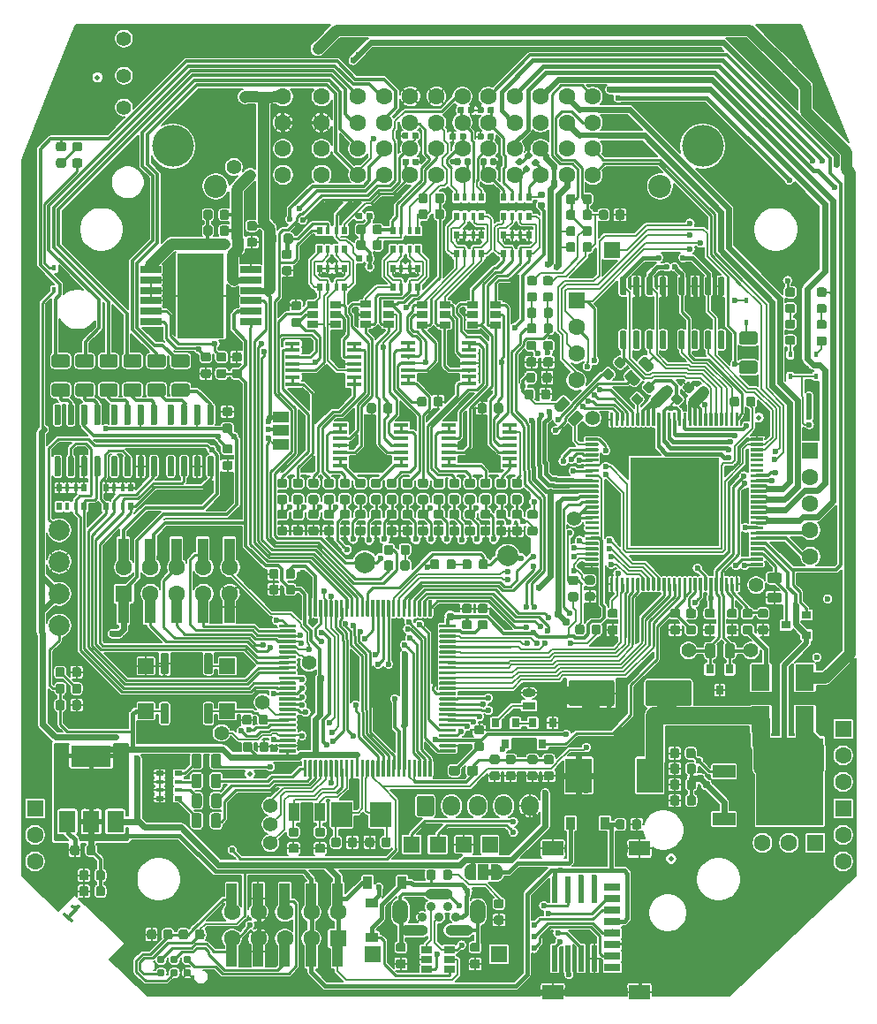
<source format=gbr>
%TF.GenerationSoftware,KiCad,Pcbnew,5.1.5+dfsg1-2build2*%
%TF.CreationDate,2021-11-11T21:07:24+01:00*%
%TF.ProjectId,micro_rusEFI,6d696372-6f5f-4727-9573-4546492e6b69,R0.5.4*%
%TF.SameCoordinates,Original*%
%TF.FileFunction,Copper,L1,Top*%
%TF.FilePolarity,Positive*%
%FSLAX46Y46*%
G04 Gerber Fmt 4.6, Leading zero omitted, Abs format (unit mm)*
G04 Created by KiCad (PCBNEW 5.1.5+dfsg1-2build2) date 2021-11-11 21:07:24*
%MOMM*%
%LPD*%
G04 APERTURE LIST*
%ADD10C,0.300000*%
%ADD11C,0.100000*%
%ADD12O,1.700000X1.950000*%
%ADD13O,2.616200X1.016000*%
%ADD14C,0.889000*%
%ADD15O,1.500000X2.380000*%
%ADD16R,1.200000X0.900000*%
%ADD17R,0.500000X0.800000*%
%ADD18R,0.400000X0.800000*%
%ADD19R,1.000000X3.150000*%
%ADD20R,1.000000X3.000000*%
%ADD21C,1.400000*%
%ADD22R,8.500000X8.500000*%
%ADD23C,1.000000*%
%ADD24R,1.450000X0.450000*%
%ADD25R,0.550000X2.540000*%
%ADD26C,0.787400*%
%ADD27R,0.450000X0.600000*%
%ADD28C,2.000000*%
%ADD29R,1.500000X1.500000*%
%ADD30R,0.800000X0.900000*%
%ADD31R,0.900000X0.800000*%
%ADD32R,1.800000X2.500000*%
%ADD33C,0.215900*%
%ADD34R,0.900000X1.200000*%
%ADD35R,2.500000X3.300000*%
%ADD36R,1.060000X0.650000*%
%ADD37R,1.000000X1.800000*%
%ADD38R,2.000000X2.400000*%
%ADD39R,3.800000X2.000000*%
%ADD40R,1.500000X2.000000*%
%ADD41C,0.500000*%
%ADD42R,0.800000X0.500000*%
%ADD43R,0.800000X0.400000*%
%ADD44R,2.200000X1.200000*%
%ADD45R,6.400000X5.800000*%
%ADD46R,2.000000X0.650000*%
%ADD47R,4.500000X8.100000*%
%ADD48R,1.500000X1.000000*%
%ADD49R,1.000000X1.500000*%
%ADD50R,2.000000X1.450000*%
%ADD51R,1.500000X0.800000*%
%ADD52R,1.600000X1.600000*%
%ADD53C,1.600000*%
%ADD54C,4.000000*%
%ADD55C,2.200000*%
%ADD56R,1.300000X0.800000*%
%ADD57O,1.300000X0.800000*%
%ADD58R,1.524000X1.524000*%
%ADD59C,0.600000*%
%ADD60C,0.789940*%
%ADD61C,0.215900*%
%ADD62C,0.406400*%
%ADD63C,0.304800*%
%ADD64C,0.203200*%
%ADD65C,1.651000*%
%ADD66C,0.600000*%
%ADD67C,0.550000*%
%ADD68C,1.066800*%
%ADD69C,0.152300*%
G04 APERTURE END LIST*
D10*
X25675507Y-108570443D02*
X25058930Y-107975022D01*
X25367219Y-108272732D02*
X26409206Y-107193723D01*
X26157588Y-107248630D01*
X25955589Y-107252156D01*
X25803207Y-107204300D01*
D11*
G36*
X60490100Y-86093300D02*
G01*
X60490100Y-86523100D01*
X60287400Y-86525100D01*
X60285900Y-86093300D01*
X60490100Y-86093300D01*
G37*
G36*
X52171600Y-80937100D02*
G01*
X52171600Y-81366900D01*
X51968900Y-81368900D01*
X51967400Y-80937100D01*
X52171600Y-80937100D01*
G37*
G36*
X66100000Y-104200000D02*
G01*
X65600000Y-104200000D01*
X65600000Y-103600000D01*
X66100000Y-103600000D01*
X66100000Y-104200000D01*
G37*
%TA.AperFunction,SMDPad,CuDef*%
G36*
X60412691Y-103666053D02*
G01*
X60433926Y-103669203D01*
X60454750Y-103674419D01*
X60474962Y-103681651D01*
X60494368Y-103690830D01*
X60512781Y-103701866D01*
X60530024Y-103714654D01*
X60545930Y-103729070D01*
X60560346Y-103744976D01*
X60573134Y-103762219D01*
X60584170Y-103780632D01*
X60593349Y-103800038D01*
X60600581Y-103820250D01*
X60605797Y-103841074D01*
X60608947Y-103862309D01*
X60610000Y-103883750D01*
X60610000Y-104396250D01*
X60608947Y-104417691D01*
X60605797Y-104438926D01*
X60600581Y-104459750D01*
X60593349Y-104479962D01*
X60584170Y-104499368D01*
X60573134Y-104517781D01*
X60560346Y-104535024D01*
X60545930Y-104550930D01*
X60530024Y-104565346D01*
X60512781Y-104578134D01*
X60494368Y-104589170D01*
X60474962Y-104598349D01*
X60454750Y-104605581D01*
X60433926Y-104610797D01*
X60412691Y-104613947D01*
X60391250Y-104615000D01*
X59953750Y-104615000D01*
X59932309Y-104613947D01*
X59911074Y-104610797D01*
X59890250Y-104605581D01*
X59870038Y-104598349D01*
X59850632Y-104589170D01*
X59832219Y-104578134D01*
X59814976Y-104565346D01*
X59799070Y-104550930D01*
X59784654Y-104535024D01*
X59771866Y-104517781D01*
X59760830Y-104499368D01*
X59751651Y-104479962D01*
X59744419Y-104459750D01*
X59739203Y-104438926D01*
X59736053Y-104417691D01*
X59735000Y-104396250D01*
X59735000Y-103883750D01*
X59736053Y-103862309D01*
X59739203Y-103841074D01*
X59744419Y-103820250D01*
X59751651Y-103800038D01*
X59760830Y-103780632D01*
X59771866Y-103762219D01*
X59784654Y-103744976D01*
X59799070Y-103729070D01*
X59814976Y-103714654D01*
X59832219Y-103701866D01*
X59850632Y-103690830D01*
X59870038Y-103681651D01*
X59890250Y-103674419D01*
X59911074Y-103669203D01*
X59932309Y-103666053D01*
X59953750Y-103665000D01*
X60391250Y-103665000D01*
X60412691Y-103666053D01*
G37*
%TD.AperFunction*%
%TA.AperFunction,SMDPad,CuDef*%
G36*
X61987691Y-103666053D02*
G01*
X62008926Y-103669203D01*
X62029750Y-103674419D01*
X62049962Y-103681651D01*
X62069368Y-103690830D01*
X62087781Y-103701866D01*
X62105024Y-103714654D01*
X62120930Y-103729070D01*
X62135346Y-103744976D01*
X62148134Y-103762219D01*
X62159170Y-103780632D01*
X62168349Y-103800038D01*
X62175581Y-103820250D01*
X62180797Y-103841074D01*
X62183947Y-103862309D01*
X62185000Y-103883750D01*
X62185000Y-104396250D01*
X62183947Y-104417691D01*
X62180797Y-104438926D01*
X62175581Y-104459750D01*
X62168349Y-104479962D01*
X62159170Y-104499368D01*
X62148134Y-104517781D01*
X62135346Y-104535024D01*
X62120930Y-104550930D01*
X62105024Y-104565346D01*
X62087781Y-104578134D01*
X62069368Y-104589170D01*
X62049962Y-104598349D01*
X62029750Y-104605581D01*
X62008926Y-104610797D01*
X61987691Y-104613947D01*
X61966250Y-104615000D01*
X61528750Y-104615000D01*
X61507309Y-104613947D01*
X61486074Y-104610797D01*
X61465250Y-104605581D01*
X61445038Y-104598349D01*
X61425632Y-104589170D01*
X61407219Y-104578134D01*
X61389976Y-104565346D01*
X61374070Y-104550930D01*
X61359654Y-104535024D01*
X61346866Y-104517781D01*
X61335830Y-104499368D01*
X61326651Y-104479962D01*
X61319419Y-104459750D01*
X61314203Y-104438926D01*
X61311053Y-104417691D01*
X61310000Y-104396250D01*
X61310000Y-103883750D01*
X61311053Y-103862309D01*
X61314203Y-103841074D01*
X61319419Y-103820250D01*
X61326651Y-103800038D01*
X61335830Y-103780632D01*
X61346866Y-103762219D01*
X61359654Y-103744976D01*
X61374070Y-103729070D01*
X61389976Y-103714654D01*
X61407219Y-103701866D01*
X61425632Y-103690830D01*
X61445038Y-103681651D01*
X61465250Y-103674419D01*
X61486074Y-103669203D01*
X61507309Y-103666053D01*
X61528750Y-103665000D01*
X61966250Y-103665000D01*
X61987691Y-103666053D01*
G37*
%TD.AperFunction*%
D12*
X69629040Y-97551240D03*
X67129040Y-97551240D03*
X64629040Y-97551240D03*
X62129040Y-97551240D03*
%TA.AperFunction,ComponentPad*%
D11*
G36*
X60253634Y-96577443D02*
G01*
X60277893Y-96581042D01*
X60301682Y-96587001D01*
X60324773Y-96595263D01*
X60346942Y-96605748D01*
X60367977Y-96618356D01*
X60387675Y-96632965D01*
X60405846Y-96649434D01*
X60422315Y-96667605D01*
X60436924Y-96687303D01*
X60449532Y-96708338D01*
X60460017Y-96730507D01*
X60468279Y-96753598D01*
X60474238Y-96777387D01*
X60477837Y-96801646D01*
X60479040Y-96826140D01*
X60479040Y-98276340D01*
X60477837Y-98300834D01*
X60474238Y-98325093D01*
X60468279Y-98348882D01*
X60460017Y-98371973D01*
X60449532Y-98394142D01*
X60436924Y-98415177D01*
X60422315Y-98434875D01*
X60405846Y-98453046D01*
X60387675Y-98469515D01*
X60367977Y-98484124D01*
X60346942Y-98496732D01*
X60324773Y-98507217D01*
X60301682Y-98515479D01*
X60277893Y-98521438D01*
X60253634Y-98525037D01*
X60229140Y-98526240D01*
X59028940Y-98526240D01*
X59004446Y-98525037D01*
X58980187Y-98521438D01*
X58956398Y-98515479D01*
X58933307Y-98507217D01*
X58911138Y-98496732D01*
X58890103Y-98484124D01*
X58870405Y-98469515D01*
X58852234Y-98453046D01*
X58835765Y-98434875D01*
X58821156Y-98415177D01*
X58808548Y-98394142D01*
X58798063Y-98371973D01*
X58789801Y-98348882D01*
X58783842Y-98325093D01*
X58780243Y-98300834D01*
X58779040Y-98276340D01*
X58779040Y-96826140D01*
X58780243Y-96801646D01*
X58783842Y-96777387D01*
X58789801Y-96753598D01*
X58798063Y-96730507D01*
X58808548Y-96708338D01*
X58821156Y-96687303D01*
X58835765Y-96667605D01*
X58852234Y-96649434D01*
X58870405Y-96632965D01*
X58890103Y-96618356D01*
X58911138Y-96605748D01*
X58933307Y-96595263D01*
X58956398Y-96587001D01*
X58980187Y-96581042D01*
X59004446Y-96577443D01*
X59028940Y-96576240D01*
X60229140Y-96576240D01*
X60253634Y-96577443D01*
G37*
%TD.AperFunction*%
%TA.AperFunction,SMDPad,CuDef*%
G36*
X53681691Y-41842453D02*
G01*
X53702926Y-41845603D01*
X53723750Y-41850819D01*
X53743962Y-41858051D01*
X53763368Y-41867230D01*
X53781781Y-41878266D01*
X53799024Y-41891054D01*
X53814930Y-41905470D01*
X53829346Y-41921376D01*
X53842134Y-41938619D01*
X53853170Y-41957032D01*
X53862349Y-41976438D01*
X53869581Y-41996650D01*
X53874797Y-42017474D01*
X53877947Y-42038709D01*
X53879000Y-42060150D01*
X53879000Y-42572650D01*
X53877947Y-42594091D01*
X53874797Y-42615326D01*
X53869581Y-42636150D01*
X53862349Y-42656362D01*
X53853170Y-42675768D01*
X53842134Y-42694181D01*
X53829346Y-42711424D01*
X53814930Y-42727330D01*
X53799024Y-42741746D01*
X53781781Y-42754534D01*
X53763368Y-42765570D01*
X53743962Y-42774749D01*
X53723750Y-42781981D01*
X53702926Y-42787197D01*
X53681691Y-42790347D01*
X53660250Y-42791400D01*
X53222750Y-42791400D01*
X53201309Y-42790347D01*
X53180074Y-42787197D01*
X53159250Y-42781981D01*
X53139038Y-42774749D01*
X53119632Y-42765570D01*
X53101219Y-42754534D01*
X53083976Y-42741746D01*
X53068070Y-42727330D01*
X53053654Y-42711424D01*
X53040866Y-42694181D01*
X53029830Y-42675768D01*
X53020651Y-42656362D01*
X53013419Y-42636150D01*
X53008203Y-42615326D01*
X53005053Y-42594091D01*
X53004000Y-42572650D01*
X53004000Y-42060150D01*
X53005053Y-42038709D01*
X53008203Y-42017474D01*
X53013419Y-41996650D01*
X53020651Y-41976438D01*
X53029830Y-41957032D01*
X53040866Y-41938619D01*
X53053654Y-41921376D01*
X53068070Y-41905470D01*
X53083976Y-41891054D01*
X53101219Y-41878266D01*
X53119632Y-41867230D01*
X53139038Y-41858051D01*
X53159250Y-41850819D01*
X53180074Y-41845603D01*
X53201309Y-41842453D01*
X53222750Y-41841400D01*
X53660250Y-41841400D01*
X53681691Y-41842453D01*
G37*
%TD.AperFunction*%
%TA.AperFunction,SMDPad,CuDef*%
G36*
X55256691Y-41842453D02*
G01*
X55277926Y-41845603D01*
X55298750Y-41850819D01*
X55318962Y-41858051D01*
X55338368Y-41867230D01*
X55356781Y-41878266D01*
X55374024Y-41891054D01*
X55389930Y-41905470D01*
X55404346Y-41921376D01*
X55417134Y-41938619D01*
X55428170Y-41957032D01*
X55437349Y-41976438D01*
X55444581Y-41996650D01*
X55449797Y-42017474D01*
X55452947Y-42038709D01*
X55454000Y-42060150D01*
X55454000Y-42572650D01*
X55452947Y-42594091D01*
X55449797Y-42615326D01*
X55444581Y-42636150D01*
X55437349Y-42656362D01*
X55428170Y-42675768D01*
X55417134Y-42694181D01*
X55404346Y-42711424D01*
X55389930Y-42727330D01*
X55374024Y-42741746D01*
X55356781Y-42754534D01*
X55338368Y-42765570D01*
X55318962Y-42774749D01*
X55298750Y-42781981D01*
X55277926Y-42787197D01*
X55256691Y-42790347D01*
X55235250Y-42791400D01*
X54797750Y-42791400D01*
X54776309Y-42790347D01*
X54755074Y-42787197D01*
X54734250Y-42781981D01*
X54714038Y-42774749D01*
X54694632Y-42765570D01*
X54676219Y-42754534D01*
X54658976Y-42741746D01*
X54643070Y-42727330D01*
X54628654Y-42711424D01*
X54615866Y-42694181D01*
X54604830Y-42675768D01*
X54595651Y-42656362D01*
X54588419Y-42636150D01*
X54583203Y-42615326D01*
X54580053Y-42594091D01*
X54579000Y-42572650D01*
X54579000Y-42060150D01*
X54580053Y-42038709D01*
X54583203Y-42017474D01*
X54588419Y-41996650D01*
X54595651Y-41976438D01*
X54604830Y-41957032D01*
X54615866Y-41938619D01*
X54628654Y-41921376D01*
X54643070Y-41905470D01*
X54658976Y-41891054D01*
X54676219Y-41878266D01*
X54694632Y-41867230D01*
X54714038Y-41858051D01*
X54734250Y-41850819D01*
X54755074Y-41845603D01*
X54776309Y-41842453D01*
X54797750Y-41841400D01*
X55235250Y-41841400D01*
X55256691Y-41842453D01*
G37*
%TD.AperFunction*%
%TA.AperFunction,SMDPad,CuDef*%
G36*
X53681691Y-43315653D02*
G01*
X53702926Y-43318803D01*
X53723750Y-43324019D01*
X53743962Y-43331251D01*
X53763368Y-43340430D01*
X53781781Y-43351466D01*
X53799024Y-43364254D01*
X53814930Y-43378670D01*
X53829346Y-43394576D01*
X53842134Y-43411819D01*
X53853170Y-43430232D01*
X53862349Y-43449638D01*
X53869581Y-43469850D01*
X53874797Y-43490674D01*
X53877947Y-43511909D01*
X53879000Y-43533350D01*
X53879000Y-44045850D01*
X53877947Y-44067291D01*
X53874797Y-44088526D01*
X53869581Y-44109350D01*
X53862349Y-44129562D01*
X53853170Y-44148968D01*
X53842134Y-44167381D01*
X53829346Y-44184624D01*
X53814930Y-44200530D01*
X53799024Y-44214946D01*
X53781781Y-44227734D01*
X53763368Y-44238770D01*
X53743962Y-44247949D01*
X53723750Y-44255181D01*
X53702926Y-44260397D01*
X53681691Y-44263547D01*
X53660250Y-44264600D01*
X53222750Y-44264600D01*
X53201309Y-44263547D01*
X53180074Y-44260397D01*
X53159250Y-44255181D01*
X53139038Y-44247949D01*
X53119632Y-44238770D01*
X53101219Y-44227734D01*
X53083976Y-44214946D01*
X53068070Y-44200530D01*
X53053654Y-44184624D01*
X53040866Y-44167381D01*
X53029830Y-44148968D01*
X53020651Y-44129562D01*
X53013419Y-44109350D01*
X53008203Y-44088526D01*
X53005053Y-44067291D01*
X53004000Y-44045850D01*
X53004000Y-43533350D01*
X53005053Y-43511909D01*
X53008203Y-43490674D01*
X53013419Y-43469850D01*
X53020651Y-43449638D01*
X53029830Y-43430232D01*
X53040866Y-43411819D01*
X53053654Y-43394576D01*
X53068070Y-43378670D01*
X53083976Y-43364254D01*
X53101219Y-43351466D01*
X53119632Y-43340430D01*
X53139038Y-43331251D01*
X53159250Y-43324019D01*
X53180074Y-43318803D01*
X53201309Y-43315653D01*
X53222750Y-43314600D01*
X53660250Y-43314600D01*
X53681691Y-43315653D01*
G37*
%TD.AperFunction*%
%TA.AperFunction,SMDPad,CuDef*%
G36*
X55256691Y-43315653D02*
G01*
X55277926Y-43318803D01*
X55298750Y-43324019D01*
X55318962Y-43331251D01*
X55338368Y-43340430D01*
X55356781Y-43351466D01*
X55374024Y-43364254D01*
X55389930Y-43378670D01*
X55404346Y-43394576D01*
X55417134Y-43411819D01*
X55428170Y-43430232D01*
X55437349Y-43449638D01*
X55444581Y-43469850D01*
X55449797Y-43490674D01*
X55452947Y-43511909D01*
X55454000Y-43533350D01*
X55454000Y-44045850D01*
X55452947Y-44067291D01*
X55449797Y-44088526D01*
X55444581Y-44109350D01*
X55437349Y-44129562D01*
X55428170Y-44148968D01*
X55417134Y-44167381D01*
X55404346Y-44184624D01*
X55389930Y-44200530D01*
X55374024Y-44214946D01*
X55356781Y-44227734D01*
X55338368Y-44238770D01*
X55318962Y-44247949D01*
X55298750Y-44255181D01*
X55277926Y-44260397D01*
X55256691Y-44263547D01*
X55235250Y-44264600D01*
X54797750Y-44264600D01*
X54776309Y-44263547D01*
X54755074Y-44260397D01*
X54734250Y-44255181D01*
X54714038Y-44247949D01*
X54694632Y-44238770D01*
X54676219Y-44227734D01*
X54658976Y-44214946D01*
X54643070Y-44200530D01*
X54628654Y-44184624D01*
X54615866Y-44167381D01*
X54604830Y-44148968D01*
X54595651Y-44129562D01*
X54588419Y-44109350D01*
X54583203Y-44088526D01*
X54580053Y-44067291D01*
X54579000Y-44045850D01*
X54579000Y-43533350D01*
X54580053Y-43511909D01*
X54583203Y-43490674D01*
X54588419Y-43469850D01*
X54595651Y-43449638D01*
X54604830Y-43430232D01*
X54615866Y-43411819D01*
X54628654Y-43394576D01*
X54643070Y-43378670D01*
X54658976Y-43364254D01*
X54676219Y-43351466D01*
X54694632Y-43340430D01*
X54714038Y-43331251D01*
X54734250Y-43324019D01*
X54755074Y-43318803D01*
X54776309Y-43315653D01*
X54797750Y-43314600D01*
X55235250Y-43314600D01*
X55256691Y-43315653D01*
G37*
%TD.AperFunction*%
%TA.AperFunction,SMDPad,CuDef*%
G36*
X61225691Y-38832553D02*
G01*
X61246926Y-38835703D01*
X61267750Y-38840919D01*
X61287962Y-38848151D01*
X61307368Y-38857330D01*
X61325781Y-38868366D01*
X61343024Y-38881154D01*
X61358930Y-38895570D01*
X61373346Y-38911476D01*
X61386134Y-38928719D01*
X61397170Y-38947132D01*
X61406349Y-38966538D01*
X61413581Y-38986750D01*
X61418797Y-39007574D01*
X61421947Y-39028809D01*
X61423000Y-39050250D01*
X61423000Y-39562750D01*
X61421947Y-39584191D01*
X61418797Y-39605426D01*
X61413581Y-39626250D01*
X61406349Y-39646462D01*
X61397170Y-39665868D01*
X61386134Y-39684281D01*
X61373346Y-39701524D01*
X61358930Y-39717430D01*
X61343024Y-39731846D01*
X61325781Y-39744634D01*
X61307368Y-39755670D01*
X61287962Y-39764849D01*
X61267750Y-39772081D01*
X61246926Y-39777297D01*
X61225691Y-39780447D01*
X61204250Y-39781500D01*
X60766750Y-39781500D01*
X60745309Y-39780447D01*
X60724074Y-39777297D01*
X60703250Y-39772081D01*
X60683038Y-39764849D01*
X60663632Y-39755670D01*
X60645219Y-39744634D01*
X60627976Y-39731846D01*
X60612070Y-39717430D01*
X60597654Y-39701524D01*
X60584866Y-39684281D01*
X60573830Y-39665868D01*
X60564651Y-39646462D01*
X60557419Y-39626250D01*
X60552203Y-39605426D01*
X60549053Y-39584191D01*
X60548000Y-39562750D01*
X60548000Y-39050250D01*
X60549053Y-39028809D01*
X60552203Y-39007574D01*
X60557419Y-38986750D01*
X60564651Y-38966538D01*
X60573830Y-38947132D01*
X60584866Y-38928719D01*
X60597654Y-38911476D01*
X60612070Y-38895570D01*
X60627976Y-38881154D01*
X60645219Y-38868366D01*
X60663632Y-38857330D01*
X60683038Y-38848151D01*
X60703250Y-38840919D01*
X60724074Y-38835703D01*
X60745309Y-38832553D01*
X60766750Y-38831500D01*
X61204250Y-38831500D01*
X61225691Y-38832553D01*
G37*
%TD.AperFunction*%
%TA.AperFunction,SMDPad,CuDef*%
G36*
X59650691Y-38832553D02*
G01*
X59671926Y-38835703D01*
X59692750Y-38840919D01*
X59712962Y-38848151D01*
X59732368Y-38857330D01*
X59750781Y-38868366D01*
X59768024Y-38881154D01*
X59783930Y-38895570D01*
X59798346Y-38911476D01*
X59811134Y-38928719D01*
X59822170Y-38947132D01*
X59831349Y-38966538D01*
X59838581Y-38986750D01*
X59843797Y-39007574D01*
X59846947Y-39028809D01*
X59848000Y-39050250D01*
X59848000Y-39562750D01*
X59846947Y-39584191D01*
X59843797Y-39605426D01*
X59838581Y-39626250D01*
X59831349Y-39646462D01*
X59822170Y-39665868D01*
X59811134Y-39684281D01*
X59798346Y-39701524D01*
X59783930Y-39717430D01*
X59768024Y-39731846D01*
X59750781Y-39744634D01*
X59732368Y-39755670D01*
X59712962Y-39764849D01*
X59692750Y-39772081D01*
X59671926Y-39777297D01*
X59650691Y-39780447D01*
X59629250Y-39781500D01*
X59191750Y-39781500D01*
X59170309Y-39780447D01*
X59149074Y-39777297D01*
X59128250Y-39772081D01*
X59108038Y-39764849D01*
X59088632Y-39755670D01*
X59070219Y-39744634D01*
X59052976Y-39731846D01*
X59037070Y-39717430D01*
X59022654Y-39701524D01*
X59009866Y-39684281D01*
X58998830Y-39665868D01*
X58989651Y-39646462D01*
X58982419Y-39626250D01*
X58977203Y-39605426D01*
X58974053Y-39584191D01*
X58973000Y-39562750D01*
X58973000Y-39050250D01*
X58974053Y-39028809D01*
X58977203Y-39007574D01*
X58982419Y-38986750D01*
X58989651Y-38966538D01*
X58998830Y-38947132D01*
X59009866Y-38928719D01*
X59022654Y-38911476D01*
X59037070Y-38895570D01*
X59052976Y-38881154D01*
X59070219Y-38868366D01*
X59088632Y-38857330D01*
X59108038Y-38848151D01*
X59128250Y-38840919D01*
X59149074Y-38835703D01*
X59170309Y-38832553D01*
X59191750Y-38831500D01*
X59629250Y-38831500D01*
X59650691Y-38832553D01*
G37*
%TD.AperFunction*%
%TA.AperFunction,SMDPad,CuDef*%
G36*
X61225691Y-40356553D02*
G01*
X61246926Y-40359703D01*
X61267750Y-40364919D01*
X61287962Y-40372151D01*
X61307368Y-40381330D01*
X61325781Y-40392366D01*
X61343024Y-40405154D01*
X61358930Y-40419570D01*
X61373346Y-40435476D01*
X61386134Y-40452719D01*
X61397170Y-40471132D01*
X61406349Y-40490538D01*
X61413581Y-40510750D01*
X61418797Y-40531574D01*
X61421947Y-40552809D01*
X61423000Y-40574250D01*
X61423000Y-41086750D01*
X61421947Y-41108191D01*
X61418797Y-41129426D01*
X61413581Y-41150250D01*
X61406349Y-41170462D01*
X61397170Y-41189868D01*
X61386134Y-41208281D01*
X61373346Y-41225524D01*
X61358930Y-41241430D01*
X61343024Y-41255846D01*
X61325781Y-41268634D01*
X61307368Y-41279670D01*
X61287962Y-41288849D01*
X61267750Y-41296081D01*
X61246926Y-41301297D01*
X61225691Y-41304447D01*
X61204250Y-41305500D01*
X60766750Y-41305500D01*
X60745309Y-41304447D01*
X60724074Y-41301297D01*
X60703250Y-41296081D01*
X60683038Y-41288849D01*
X60663632Y-41279670D01*
X60645219Y-41268634D01*
X60627976Y-41255846D01*
X60612070Y-41241430D01*
X60597654Y-41225524D01*
X60584866Y-41208281D01*
X60573830Y-41189868D01*
X60564651Y-41170462D01*
X60557419Y-41150250D01*
X60552203Y-41129426D01*
X60549053Y-41108191D01*
X60548000Y-41086750D01*
X60548000Y-40574250D01*
X60549053Y-40552809D01*
X60552203Y-40531574D01*
X60557419Y-40510750D01*
X60564651Y-40490538D01*
X60573830Y-40471132D01*
X60584866Y-40452719D01*
X60597654Y-40435476D01*
X60612070Y-40419570D01*
X60627976Y-40405154D01*
X60645219Y-40392366D01*
X60663632Y-40381330D01*
X60683038Y-40372151D01*
X60703250Y-40364919D01*
X60724074Y-40359703D01*
X60745309Y-40356553D01*
X60766750Y-40355500D01*
X61204250Y-40355500D01*
X61225691Y-40356553D01*
G37*
%TD.AperFunction*%
%TA.AperFunction,SMDPad,CuDef*%
G36*
X59650691Y-40356553D02*
G01*
X59671926Y-40359703D01*
X59692750Y-40364919D01*
X59712962Y-40372151D01*
X59732368Y-40381330D01*
X59750781Y-40392366D01*
X59768024Y-40405154D01*
X59783930Y-40419570D01*
X59798346Y-40435476D01*
X59811134Y-40452719D01*
X59822170Y-40471132D01*
X59831349Y-40490538D01*
X59838581Y-40510750D01*
X59843797Y-40531574D01*
X59846947Y-40552809D01*
X59848000Y-40574250D01*
X59848000Y-41086750D01*
X59846947Y-41108191D01*
X59843797Y-41129426D01*
X59838581Y-41150250D01*
X59831349Y-41170462D01*
X59822170Y-41189868D01*
X59811134Y-41208281D01*
X59798346Y-41225524D01*
X59783930Y-41241430D01*
X59768024Y-41255846D01*
X59750781Y-41268634D01*
X59732368Y-41279670D01*
X59712962Y-41288849D01*
X59692750Y-41296081D01*
X59671926Y-41301297D01*
X59650691Y-41304447D01*
X59629250Y-41305500D01*
X59191750Y-41305500D01*
X59170309Y-41304447D01*
X59149074Y-41301297D01*
X59128250Y-41296081D01*
X59108038Y-41288849D01*
X59088632Y-41279670D01*
X59070219Y-41268634D01*
X59052976Y-41255846D01*
X59037070Y-41241430D01*
X59022654Y-41225524D01*
X59009866Y-41208281D01*
X58998830Y-41189868D01*
X58989651Y-41170462D01*
X58982419Y-41150250D01*
X58977203Y-41129426D01*
X58974053Y-41108191D01*
X58973000Y-41086750D01*
X58973000Y-40574250D01*
X58974053Y-40552809D01*
X58977203Y-40531574D01*
X58982419Y-40510750D01*
X58989651Y-40490538D01*
X58998830Y-40471132D01*
X59009866Y-40452719D01*
X59022654Y-40435476D01*
X59037070Y-40419570D01*
X59052976Y-40405154D01*
X59070219Y-40392366D01*
X59088632Y-40381330D01*
X59108038Y-40372151D01*
X59128250Y-40364919D01*
X59149074Y-40359703D01*
X59170309Y-40356553D01*
X59191750Y-40355500D01*
X59629250Y-40355500D01*
X59650691Y-40356553D01*
G37*
%TD.AperFunction*%
D13*
X58534600Y-109471400D03*
X62834600Y-109471400D03*
X60934600Y-105971400D03*
D14*
X59334600Y-108221400D03*
X60134600Y-107221400D03*
X60934600Y-108221400D03*
X61734600Y-107221400D03*
X62534600Y-108221400D03*
D15*
X57234600Y-107721400D03*
X64634600Y-107721400D03*
%TA.AperFunction,SMDPad,CuDef*%
D11*
G36*
X72889326Y-58337823D02*
G01*
X72912987Y-58341333D01*
X72936191Y-58347145D01*
X72958713Y-58355203D01*
X72980337Y-58365431D01*
X73000854Y-58377728D01*
X73020067Y-58391978D01*
X73037791Y-58408042D01*
X73382506Y-58752757D01*
X73398570Y-58770481D01*
X73412820Y-58789694D01*
X73425117Y-58810211D01*
X73435345Y-58831835D01*
X73443403Y-58854357D01*
X73449215Y-58877561D01*
X73452725Y-58901222D01*
X73453899Y-58925114D01*
X73452725Y-58949006D01*
X73449215Y-58972667D01*
X73443403Y-58995871D01*
X73435345Y-59018393D01*
X73425117Y-59040017D01*
X73412820Y-59060534D01*
X73398570Y-59079747D01*
X73382506Y-59097471D01*
X72737271Y-59742706D01*
X72719547Y-59758770D01*
X72700334Y-59773020D01*
X72679817Y-59785317D01*
X72658193Y-59795545D01*
X72635671Y-59803603D01*
X72612467Y-59809415D01*
X72588806Y-59812925D01*
X72564914Y-59814099D01*
X72541022Y-59812925D01*
X72517361Y-59809415D01*
X72494157Y-59803603D01*
X72471635Y-59795545D01*
X72450011Y-59785317D01*
X72429494Y-59773020D01*
X72410281Y-59758770D01*
X72392557Y-59742706D01*
X72047842Y-59397991D01*
X72031778Y-59380267D01*
X72017528Y-59361054D01*
X72005231Y-59340537D01*
X71995003Y-59318913D01*
X71986945Y-59296391D01*
X71981133Y-59273187D01*
X71977623Y-59249526D01*
X71976449Y-59225634D01*
X71977623Y-59201742D01*
X71981133Y-59178081D01*
X71986945Y-59154877D01*
X71995003Y-59132355D01*
X72005231Y-59110731D01*
X72017528Y-59090214D01*
X72031778Y-59071001D01*
X72047842Y-59053277D01*
X72693077Y-58408042D01*
X72710801Y-58391978D01*
X72730014Y-58377728D01*
X72750531Y-58365431D01*
X72772155Y-58355203D01*
X72794677Y-58347145D01*
X72817881Y-58341333D01*
X72841542Y-58337823D01*
X72865434Y-58336649D01*
X72889326Y-58337823D01*
G37*
%TD.AperFunction*%
%TA.AperFunction,SMDPad,CuDef*%
G36*
X74215152Y-59663649D02*
G01*
X74238813Y-59667159D01*
X74262017Y-59672971D01*
X74284539Y-59681029D01*
X74306163Y-59691257D01*
X74326680Y-59703554D01*
X74345893Y-59717804D01*
X74363617Y-59733868D01*
X74708332Y-60078583D01*
X74724396Y-60096307D01*
X74738646Y-60115520D01*
X74750943Y-60136037D01*
X74761171Y-60157661D01*
X74769229Y-60180183D01*
X74775041Y-60203387D01*
X74778551Y-60227048D01*
X74779725Y-60250940D01*
X74778551Y-60274832D01*
X74775041Y-60298493D01*
X74769229Y-60321697D01*
X74761171Y-60344219D01*
X74750943Y-60365843D01*
X74738646Y-60386360D01*
X74724396Y-60405573D01*
X74708332Y-60423297D01*
X74063097Y-61068532D01*
X74045373Y-61084596D01*
X74026160Y-61098846D01*
X74005643Y-61111143D01*
X73984019Y-61121371D01*
X73961497Y-61129429D01*
X73938293Y-61135241D01*
X73914632Y-61138751D01*
X73890740Y-61139925D01*
X73866848Y-61138751D01*
X73843187Y-61135241D01*
X73819983Y-61129429D01*
X73797461Y-61121371D01*
X73775837Y-61111143D01*
X73755320Y-61098846D01*
X73736107Y-61084596D01*
X73718383Y-61068532D01*
X73373668Y-60723817D01*
X73357604Y-60706093D01*
X73343354Y-60686880D01*
X73331057Y-60666363D01*
X73320829Y-60644739D01*
X73312771Y-60622217D01*
X73306959Y-60599013D01*
X73303449Y-60575352D01*
X73302275Y-60551460D01*
X73303449Y-60527568D01*
X73306959Y-60503907D01*
X73312771Y-60480703D01*
X73320829Y-60458181D01*
X73331057Y-60436557D01*
X73343354Y-60416040D01*
X73357604Y-60396827D01*
X73373668Y-60379103D01*
X74018903Y-59733868D01*
X74036627Y-59717804D01*
X74055840Y-59703554D01*
X74076357Y-59691257D01*
X74097981Y-59681029D01*
X74120503Y-59672971D01*
X74143707Y-59667159D01*
X74167368Y-59663649D01*
X74191260Y-59662475D01*
X74215152Y-59663649D01*
G37*
%TD.AperFunction*%
%TA.AperFunction,SMDPad,CuDef*%
G36*
X79347719Y-55805362D02*
G01*
X79371380Y-55808872D01*
X79394584Y-55814684D01*
X79417106Y-55822742D01*
X79438730Y-55832970D01*
X79459247Y-55845267D01*
X79478460Y-55859517D01*
X79496184Y-55875581D01*
X80141419Y-56520816D01*
X80157483Y-56538540D01*
X80171733Y-56557753D01*
X80184030Y-56578270D01*
X80194258Y-56599894D01*
X80202316Y-56622416D01*
X80208128Y-56645620D01*
X80211638Y-56669281D01*
X80212812Y-56693173D01*
X80211638Y-56717065D01*
X80208128Y-56740726D01*
X80202316Y-56763930D01*
X80194258Y-56786452D01*
X80184030Y-56808076D01*
X80171733Y-56828593D01*
X80157483Y-56847806D01*
X80141419Y-56865530D01*
X79796704Y-57210245D01*
X79778980Y-57226309D01*
X79759767Y-57240559D01*
X79739250Y-57252856D01*
X79717626Y-57263084D01*
X79695104Y-57271142D01*
X79671900Y-57276954D01*
X79648239Y-57280464D01*
X79624347Y-57281638D01*
X79600455Y-57280464D01*
X79576794Y-57276954D01*
X79553590Y-57271142D01*
X79531068Y-57263084D01*
X79509444Y-57252856D01*
X79488927Y-57240559D01*
X79469714Y-57226309D01*
X79451990Y-57210245D01*
X78806755Y-56565010D01*
X78790691Y-56547286D01*
X78776441Y-56528073D01*
X78764144Y-56507556D01*
X78753916Y-56485932D01*
X78745858Y-56463410D01*
X78740046Y-56440206D01*
X78736536Y-56416545D01*
X78735362Y-56392653D01*
X78736536Y-56368761D01*
X78740046Y-56345100D01*
X78745858Y-56321896D01*
X78753916Y-56299374D01*
X78764144Y-56277750D01*
X78776441Y-56257233D01*
X78790691Y-56238020D01*
X78806755Y-56220296D01*
X79151470Y-55875581D01*
X79169194Y-55859517D01*
X79188407Y-55845267D01*
X79208924Y-55832970D01*
X79230548Y-55822742D01*
X79253070Y-55814684D01*
X79276274Y-55808872D01*
X79299935Y-55805362D01*
X79323827Y-55804188D01*
X79347719Y-55805362D01*
G37*
%TD.AperFunction*%
%TA.AperFunction,SMDPad,CuDef*%
G36*
X80673545Y-54479536D02*
G01*
X80697206Y-54483046D01*
X80720410Y-54488858D01*
X80742932Y-54496916D01*
X80764556Y-54507144D01*
X80785073Y-54519441D01*
X80804286Y-54533691D01*
X80822010Y-54549755D01*
X81467245Y-55194990D01*
X81483309Y-55212714D01*
X81497559Y-55231927D01*
X81509856Y-55252444D01*
X81520084Y-55274068D01*
X81528142Y-55296590D01*
X81533954Y-55319794D01*
X81537464Y-55343455D01*
X81538638Y-55367347D01*
X81537464Y-55391239D01*
X81533954Y-55414900D01*
X81528142Y-55438104D01*
X81520084Y-55460626D01*
X81509856Y-55482250D01*
X81497559Y-55502767D01*
X81483309Y-55521980D01*
X81467245Y-55539704D01*
X81122530Y-55884419D01*
X81104806Y-55900483D01*
X81085593Y-55914733D01*
X81065076Y-55927030D01*
X81043452Y-55937258D01*
X81020930Y-55945316D01*
X80997726Y-55951128D01*
X80974065Y-55954638D01*
X80950173Y-55955812D01*
X80926281Y-55954638D01*
X80902620Y-55951128D01*
X80879416Y-55945316D01*
X80856894Y-55937258D01*
X80835270Y-55927030D01*
X80814753Y-55914733D01*
X80795540Y-55900483D01*
X80777816Y-55884419D01*
X80132581Y-55239184D01*
X80116517Y-55221460D01*
X80102267Y-55202247D01*
X80089970Y-55181730D01*
X80079742Y-55160106D01*
X80071684Y-55137584D01*
X80065872Y-55114380D01*
X80062362Y-55090719D01*
X80061188Y-55066827D01*
X80062362Y-55042935D01*
X80065872Y-55019274D01*
X80071684Y-54996070D01*
X80079742Y-54973548D01*
X80089970Y-54951924D01*
X80102267Y-54931407D01*
X80116517Y-54912194D01*
X80132581Y-54894470D01*
X80477296Y-54549755D01*
X80495020Y-54533691D01*
X80514233Y-54519441D01*
X80534750Y-54507144D01*
X80556374Y-54496916D01*
X80578896Y-54488858D01*
X80602100Y-54483046D01*
X80625761Y-54479536D01*
X80649653Y-54478362D01*
X80673545Y-54479536D01*
G37*
%TD.AperFunction*%
%TA.AperFunction,SMDPad,CuDef*%
G36*
X77162077Y-55629274D02*
G01*
X77183312Y-55632424D01*
X77204136Y-55637640D01*
X77224348Y-55644872D01*
X77243754Y-55654051D01*
X77262167Y-55665087D01*
X77279410Y-55677875D01*
X77295316Y-55692291D01*
X77657709Y-56054684D01*
X77672125Y-56070590D01*
X77684913Y-56087833D01*
X77695949Y-56106246D01*
X77705128Y-56125652D01*
X77712360Y-56145864D01*
X77717576Y-56166688D01*
X77720726Y-56187923D01*
X77721779Y-56209364D01*
X77720726Y-56230805D01*
X77717576Y-56252040D01*
X77712360Y-56272864D01*
X77705128Y-56293076D01*
X77695949Y-56312482D01*
X77684913Y-56330895D01*
X77672125Y-56348138D01*
X77657709Y-56364044D01*
X77348350Y-56673403D01*
X77332444Y-56687819D01*
X77315201Y-56700607D01*
X77296788Y-56711643D01*
X77277382Y-56720822D01*
X77257170Y-56728054D01*
X77236346Y-56733270D01*
X77215111Y-56736420D01*
X77193670Y-56737473D01*
X77172229Y-56736420D01*
X77150994Y-56733270D01*
X77130170Y-56728054D01*
X77109958Y-56720822D01*
X77090552Y-56711643D01*
X77072139Y-56700607D01*
X77054896Y-56687819D01*
X77038990Y-56673403D01*
X76676597Y-56311010D01*
X76662181Y-56295104D01*
X76649393Y-56277861D01*
X76638357Y-56259448D01*
X76629178Y-56240042D01*
X76621946Y-56219830D01*
X76616730Y-56199006D01*
X76613580Y-56177771D01*
X76612527Y-56156330D01*
X76613580Y-56134889D01*
X76616730Y-56113654D01*
X76621946Y-56092830D01*
X76629178Y-56072618D01*
X76638357Y-56053212D01*
X76649393Y-56034799D01*
X76662181Y-56017556D01*
X76676597Y-56001650D01*
X76985956Y-55692291D01*
X77001862Y-55677875D01*
X77019105Y-55665087D01*
X77037518Y-55654051D01*
X77056924Y-55644872D01*
X77077136Y-55637640D01*
X77097960Y-55632424D01*
X77119195Y-55629274D01*
X77140636Y-55628221D01*
X77162077Y-55629274D01*
G37*
%TD.AperFunction*%
%TA.AperFunction,SMDPad,CuDef*%
G36*
X78275771Y-54515580D02*
G01*
X78297006Y-54518730D01*
X78317830Y-54523946D01*
X78338042Y-54531178D01*
X78357448Y-54540357D01*
X78375861Y-54551393D01*
X78393104Y-54564181D01*
X78409010Y-54578597D01*
X78771403Y-54940990D01*
X78785819Y-54956896D01*
X78798607Y-54974139D01*
X78809643Y-54992552D01*
X78818822Y-55011958D01*
X78826054Y-55032170D01*
X78831270Y-55052994D01*
X78834420Y-55074229D01*
X78835473Y-55095670D01*
X78834420Y-55117111D01*
X78831270Y-55138346D01*
X78826054Y-55159170D01*
X78818822Y-55179382D01*
X78809643Y-55198788D01*
X78798607Y-55217201D01*
X78785819Y-55234444D01*
X78771403Y-55250350D01*
X78462044Y-55559709D01*
X78446138Y-55574125D01*
X78428895Y-55586913D01*
X78410482Y-55597949D01*
X78391076Y-55607128D01*
X78370864Y-55614360D01*
X78350040Y-55619576D01*
X78328805Y-55622726D01*
X78307364Y-55623779D01*
X78285923Y-55622726D01*
X78264688Y-55619576D01*
X78243864Y-55614360D01*
X78223652Y-55607128D01*
X78204246Y-55597949D01*
X78185833Y-55586913D01*
X78168590Y-55574125D01*
X78152684Y-55559709D01*
X77790291Y-55197316D01*
X77775875Y-55181410D01*
X77763087Y-55164167D01*
X77752051Y-55145754D01*
X77742872Y-55126348D01*
X77735640Y-55106136D01*
X77730424Y-55085312D01*
X77727274Y-55064077D01*
X77726221Y-55042636D01*
X77727274Y-55021195D01*
X77730424Y-54999960D01*
X77735640Y-54979136D01*
X77742872Y-54958924D01*
X77752051Y-54939518D01*
X77763087Y-54921105D01*
X77775875Y-54903862D01*
X77790291Y-54887956D01*
X78099650Y-54578597D01*
X78115556Y-54564181D01*
X78132799Y-54551393D01*
X78151212Y-54540357D01*
X78170618Y-54531178D01*
X78190830Y-54523946D01*
X78211654Y-54518730D01*
X78232889Y-54515580D01*
X78254330Y-54514527D01*
X78275771Y-54515580D01*
G37*
%TD.AperFunction*%
%TA.AperFunction,SMDPad,CuDef*%
G36*
X91070691Y-58327053D02*
G01*
X91091926Y-58330203D01*
X91112750Y-58335419D01*
X91132962Y-58342651D01*
X91152368Y-58351830D01*
X91170781Y-58362866D01*
X91188024Y-58375654D01*
X91203930Y-58390070D01*
X91218346Y-58405976D01*
X91231134Y-58423219D01*
X91242170Y-58441632D01*
X91251349Y-58461038D01*
X91258581Y-58481250D01*
X91263797Y-58502074D01*
X91266947Y-58523309D01*
X91268000Y-58544750D01*
X91268000Y-59057250D01*
X91266947Y-59078691D01*
X91263797Y-59099926D01*
X91258581Y-59120750D01*
X91251349Y-59140962D01*
X91242170Y-59160368D01*
X91231134Y-59178781D01*
X91218346Y-59196024D01*
X91203930Y-59211930D01*
X91188024Y-59226346D01*
X91170781Y-59239134D01*
X91152368Y-59250170D01*
X91132962Y-59259349D01*
X91112750Y-59266581D01*
X91091926Y-59271797D01*
X91070691Y-59274947D01*
X91049250Y-59276000D01*
X90611750Y-59276000D01*
X90590309Y-59274947D01*
X90569074Y-59271797D01*
X90548250Y-59266581D01*
X90528038Y-59259349D01*
X90508632Y-59250170D01*
X90490219Y-59239134D01*
X90472976Y-59226346D01*
X90457070Y-59211930D01*
X90442654Y-59196024D01*
X90429866Y-59178781D01*
X90418830Y-59160368D01*
X90409651Y-59140962D01*
X90402419Y-59120750D01*
X90397203Y-59099926D01*
X90394053Y-59078691D01*
X90393000Y-59057250D01*
X90393000Y-58544750D01*
X90394053Y-58523309D01*
X90397203Y-58502074D01*
X90402419Y-58481250D01*
X90409651Y-58461038D01*
X90418830Y-58441632D01*
X90429866Y-58423219D01*
X90442654Y-58405976D01*
X90457070Y-58390070D01*
X90472976Y-58375654D01*
X90490219Y-58362866D01*
X90508632Y-58351830D01*
X90528038Y-58342651D01*
X90548250Y-58335419D01*
X90569074Y-58330203D01*
X90590309Y-58327053D01*
X90611750Y-58326000D01*
X91049250Y-58326000D01*
X91070691Y-58327053D01*
G37*
%TD.AperFunction*%
%TA.AperFunction,SMDPad,CuDef*%
G36*
X89495691Y-58327053D02*
G01*
X89516926Y-58330203D01*
X89537750Y-58335419D01*
X89557962Y-58342651D01*
X89577368Y-58351830D01*
X89595781Y-58362866D01*
X89613024Y-58375654D01*
X89628930Y-58390070D01*
X89643346Y-58405976D01*
X89656134Y-58423219D01*
X89667170Y-58441632D01*
X89676349Y-58461038D01*
X89683581Y-58481250D01*
X89688797Y-58502074D01*
X89691947Y-58523309D01*
X89693000Y-58544750D01*
X89693000Y-59057250D01*
X89691947Y-59078691D01*
X89688797Y-59099926D01*
X89683581Y-59120750D01*
X89676349Y-59140962D01*
X89667170Y-59160368D01*
X89656134Y-59178781D01*
X89643346Y-59196024D01*
X89628930Y-59211930D01*
X89613024Y-59226346D01*
X89595781Y-59239134D01*
X89577368Y-59250170D01*
X89557962Y-59259349D01*
X89537750Y-59266581D01*
X89516926Y-59271797D01*
X89495691Y-59274947D01*
X89474250Y-59276000D01*
X89036750Y-59276000D01*
X89015309Y-59274947D01*
X88994074Y-59271797D01*
X88973250Y-59266581D01*
X88953038Y-59259349D01*
X88933632Y-59250170D01*
X88915219Y-59239134D01*
X88897976Y-59226346D01*
X88882070Y-59211930D01*
X88867654Y-59196024D01*
X88854866Y-59178781D01*
X88843830Y-59160368D01*
X88834651Y-59140962D01*
X88827419Y-59120750D01*
X88822203Y-59099926D01*
X88819053Y-59078691D01*
X88818000Y-59057250D01*
X88818000Y-58544750D01*
X88819053Y-58523309D01*
X88822203Y-58502074D01*
X88827419Y-58481250D01*
X88834651Y-58461038D01*
X88843830Y-58441632D01*
X88854866Y-58423219D01*
X88867654Y-58405976D01*
X88882070Y-58390070D01*
X88897976Y-58375654D01*
X88915219Y-58362866D01*
X88933632Y-58351830D01*
X88953038Y-58342651D01*
X88973250Y-58335419D01*
X88994074Y-58330203D01*
X89015309Y-58327053D01*
X89036750Y-58326000D01*
X89474250Y-58326000D01*
X89495691Y-58327053D01*
G37*
%TD.AperFunction*%
%TA.AperFunction,SMDPad,CuDef*%
G36*
X70178491Y-70759853D02*
G01*
X70199726Y-70763003D01*
X70220550Y-70768219D01*
X70240762Y-70775451D01*
X70260168Y-70784630D01*
X70278581Y-70795666D01*
X70295824Y-70808454D01*
X70311730Y-70822870D01*
X70326146Y-70838776D01*
X70338934Y-70856019D01*
X70349970Y-70874432D01*
X70359149Y-70893838D01*
X70366381Y-70914050D01*
X70371597Y-70934874D01*
X70374747Y-70956109D01*
X70375800Y-70977550D01*
X70375800Y-71415050D01*
X70374747Y-71436491D01*
X70371597Y-71457726D01*
X70366381Y-71478550D01*
X70359149Y-71498762D01*
X70349970Y-71518168D01*
X70338934Y-71536581D01*
X70326146Y-71553824D01*
X70311730Y-71569730D01*
X70295824Y-71584146D01*
X70278581Y-71596934D01*
X70260168Y-71607970D01*
X70240762Y-71617149D01*
X70220550Y-71624381D01*
X70199726Y-71629597D01*
X70178491Y-71632747D01*
X70157050Y-71633800D01*
X69644550Y-71633800D01*
X69623109Y-71632747D01*
X69601874Y-71629597D01*
X69581050Y-71624381D01*
X69560838Y-71617149D01*
X69541432Y-71607970D01*
X69523019Y-71596934D01*
X69505776Y-71584146D01*
X69489870Y-71569730D01*
X69475454Y-71553824D01*
X69462666Y-71536581D01*
X69451630Y-71518168D01*
X69442451Y-71498762D01*
X69435219Y-71478550D01*
X69430003Y-71457726D01*
X69426853Y-71436491D01*
X69425800Y-71415050D01*
X69425800Y-70977550D01*
X69426853Y-70956109D01*
X69430003Y-70934874D01*
X69435219Y-70914050D01*
X69442451Y-70893838D01*
X69451630Y-70874432D01*
X69462666Y-70856019D01*
X69475454Y-70838776D01*
X69489870Y-70822870D01*
X69505776Y-70808454D01*
X69523019Y-70795666D01*
X69541432Y-70784630D01*
X69560838Y-70775451D01*
X69581050Y-70768219D01*
X69601874Y-70763003D01*
X69623109Y-70759853D01*
X69644550Y-70758800D01*
X70157050Y-70758800D01*
X70178491Y-70759853D01*
G37*
%TD.AperFunction*%
%TA.AperFunction,SMDPad,CuDef*%
G36*
X70178491Y-69184853D02*
G01*
X70199726Y-69188003D01*
X70220550Y-69193219D01*
X70240762Y-69200451D01*
X70260168Y-69209630D01*
X70278581Y-69220666D01*
X70295824Y-69233454D01*
X70311730Y-69247870D01*
X70326146Y-69263776D01*
X70338934Y-69281019D01*
X70349970Y-69299432D01*
X70359149Y-69318838D01*
X70366381Y-69339050D01*
X70371597Y-69359874D01*
X70374747Y-69381109D01*
X70375800Y-69402550D01*
X70375800Y-69840050D01*
X70374747Y-69861491D01*
X70371597Y-69882726D01*
X70366381Y-69903550D01*
X70359149Y-69923762D01*
X70349970Y-69943168D01*
X70338934Y-69961581D01*
X70326146Y-69978824D01*
X70311730Y-69994730D01*
X70295824Y-70009146D01*
X70278581Y-70021934D01*
X70260168Y-70032970D01*
X70240762Y-70042149D01*
X70220550Y-70049381D01*
X70199726Y-70054597D01*
X70178491Y-70057747D01*
X70157050Y-70058800D01*
X69644550Y-70058800D01*
X69623109Y-70057747D01*
X69601874Y-70054597D01*
X69581050Y-70049381D01*
X69560838Y-70042149D01*
X69541432Y-70032970D01*
X69523019Y-70021934D01*
X69505776Y-70009146D01*
X69489870Y-69994730D01*
X69475454Y-69978824D01*
X69462666Y-69961581D01*
X69451630Y-69943168D01*
X69442451Y-69923762D01*
X69435219Y-69903550D01*
X69430003Y-69882726D01*
X69426853Y-69861491D01*
X69425800Y-69840050D01*
X69425800Y-69402550D01*
X69426853Y-69381109D01*
X69430003Y-69359874D01*
X69435219Y-69339050D01*
X69442451Y-69318838D01*
X69451630Y-69299432D01*
X69462666Y-69281019D01*
X69475454Y-69263776D01*
X69489870Y-69247870D01*
X69505776Y-69233454D01*
X69523019Y-69220666D01*
X69541432Y-69209630D01*
X69560838Y-69200451D01*
X69581050Y-69193219D01*
X69601874Y-69188003D01*
X69623109Y-69184853D01*
X69644550Y-69183800D01*
X70157050Y-69183800D01*
X70178491Y-69184853D01*
G37*
%TD.AperFunction*%
D16*
X54483000Y-106808000D03*
X54483000Y-110108000D03*
%TA.AperFunction,SMDPad,CuDef*%
D11*
G36*
X57915192Y-74026053D02*
G01*
X57936427Y-74029203D01*
X57957251Y-74034419D01*
X57977463Y-74041651D01*
X57996869Y-74050830D01*
X58015282Y-74061866D01*
X58032525Y-74074654D01*
X58048431Y-74089070D01*
X58062847Y-74104976D01*
X58075635Y-74122219D01*
X58086671Y-74140632D01*
X58095850Y-74160038D01*
X58103082Y-74180250D01*
X58108298Y-74201074D01*
X58111448Y-74222309D01*
X58112501Y-74243750D01*
X58112501Y-74756250D01*
X58111448Y-74777691D01*
X58108298Y-74798926D01*
X58103082Y-74819750D01*
X58095850Y-74839962D01*
X58086671Y-74859368D01*
X58075635Y-74877781D01*
X58062847Y-74895024D01*
X58048431Y-74910930D01*
X58032525Y-74925346D01*
X58015282Y-74938134D01*
X57996869Y-74949170D01*
X57977463Y-74958349D01*
X57957251Y-74965581D01*
X57936427Y-74970797D01*
X57915192Y-74973947D01*
X57893751Y-74975000D01*
X57456251Y-74975000D01*
X57434810Y-74973947D01*
X57413575Y-74970797D01*
X57392751Y-74965581D01*
X57372539Y-74958349D01*
X57353133Y-74949170D01*
X57334720Y-74938134D01*
X57317477Y-74925346D01*
X57301571Y-74910930D01*
X57287155Y-74895024D01*
X57274367Y-74877781D01*
X57263331Y-74859368D01*
X57254152Y-74839962D01*
X57246920Y-74819750D01*
X57241704Y-74798926D01*
X57238554Y-74777691D01*
X57237501Y-74756250D01*
X57237501Y-74243750D01*
X57238554Y-74222309D01*
X57241704Y-74201074D01*
X57246920Y-74180250D01*
X57254152Y-74160038D01*
X57263331Y-74140632D01*
X57274367Y-74122219D01*
X57287155Y-74104976D01*
X57301571Y-74089070D01*
X57317477Y-74074654D01*
X57334720Y-74061866D01*
X57353133Y-74050830D01*
X57372539Y-74041651D01*
X57392751Y-74034419D01*
X57413575Y-74029203D01*
X57434810Y-74026053D01*
X57456251Y-74025000D01*
X57893751Y-74025000D01*
X57915192Y-74026053D01*
G37*
%TD.AperFunction*%
%TA.AperFunction,SMDPad,CuDef*%
G36*
X56340192Y-74026053D02*
G01*
X56361427Y-74029203D01*
X56382251Y-74034419D01*
X56402463Y-74041651D01*
X56421869Y-74050830D01*
X56440282Y-74061866D01*
X56457525Y-74074654D01*
X56473431Y-74089070D01*
X56487847Y-74104976D01*
X56500635Y-74122219D01*
X56511671Y-74140632D01*
X56520850Y-74160038D01*
X56528082Y-74180250D01*
X56533298Y-74201074D01*
X56536448Y-74222309D01*
X56537501Y-74243750D01*
X56537501Y-74756250D01*
X56536448Y-74777691D01*
X56533298Y-74798926D01*
X56528082Y-74819750D01*
X56520850Y-74839962D01*
X56511671Y-74859368D01*
X56500635Y-74877781D01*
X56487847Y-74895024D01*
X56473431Y-74910930D01*
X56457525Y-74925346D01*
X56440282Y-74938134D01*
X56421869Y-74949170D01*
X56402463Y-74958349D01*
X56382251Y-74965581D01*
X56361427Y-74970797D01*
X56340192Y-74973947D01*
X56318751Y-74975000D01*
X55881251Y-74975000D01*
X55859810Y-74973947D01*
X55838575Y-74970797D01*
X55817751Y-74965581D01*
X55797539Y-74958349D01*
X55778133Y-74949170D01*
X55759720Y-74938134D01*
X55742477Y-74925346D01*
X55726571Y-74910930D01*
X55712155Y-74895024D01*
X55699367Y-74877781D01*
X55688331Y-74859368D01*
X55679152Y-74839962D01*
X55671920Y-74819750D01*
X55666704Y-74798926D01*
X55663554Y-74777691D01*
X55662501Y-74756250D01*
X55662501Y-74243750D01*
X55663554Y-74222309D01*
X55666704Y-74201074D01*
X55671920Y-74180250D01*
X55679152Y-74160038D01*
X55688331Y-74140632D01*
X55699367Y-74122219D01*
X55712155Y-74104976D01*
X55726571Y-74089070D01*
X55742477Y-74074654D01*
X55759720Y-74061866D01*
X55778133Y-74050830D01*
X55797539Y-74041651D01*
X55817751Y-74034419D01*
X55838575Y-74029203D01*
X55859810Y-74026053D01*
X55881251Y-74025000D01*
X56318751Y-74025000D01*
X56340192Y-74026053D01*
G37*
%TD.AperFunction*%
D17*
X62617500Y-41032000D03*
D18*
X63417500Y-41032000D03*
D17*
X65017500Y-41032000D03*
D18*
X64217500Y-41032000D03*
D17*
X62617500Y-39232000D03*
D18*
X64217500Y-39232000D03*
X63417500Y-39232000D03*
D17*
X65017500Y-39232000D03*
X67126000Y-41032000D03*
D18*
X67926000Y-41032000D03*
D17*
X69526000Y-41032000D03*
D18*
X68726000Y-41032000D03*
D17*
X67126000Y-39232000D03*
D18*
X68726000Y-39232000D03*
X67926000Y-39232000D03*
D17*
X69526000Y-39232000D03*
%TA.AperFunction,SMDPad,CuDef*%
D11*
G36*
X46632691Y-45817053D02*
G01*
X46653926Y-45820203D01*
X46674750Y-45825419D01*
X46694962Y-45832651D01*
X46714368Y-45841830D01*
X46732781Y-45852866D01*
X46750024Y-45865654D01*
X46765930Y-45880070D01*
X46780346Y-45895976D01*
X46793134Y-45913219D01*
X46804170Y-45931632D01*
X46813349Y-45951038D01*
X46820581Y-45971250D01*
X46825797Y-45992074D01*
X46828947Y-46013309D01*
X46830000Y-46034750D01*
X46830000Y-46472250D01*
X46828947Y-46493691D01*
X46825797Y-46514926D01*
X46820581Y-46535750D01*
X46813349Y-46555962D01*
X46804170Y-46575368D01*
X46793134Y-46593781D01*
X46780346Y-46611024D01*
X46765930Y-46626930D01*
X46750024Y-46641346D01*
X46732781Y-46654134D01*
X46714368Y-46665170D01*
X46694962Y-46674349D01*
X46674750Y-46681581D01*
X46653926Y-46686797D01*
X46632691Y-46689947D01*
X46611250Y-46691000D01*
X46098750Y-46691000D01*
X46077309Y-46689947D01*
X46056074Y-46686797D01*
X46035250Y-46681581D01*
X46015038Y-46674349D01*
X45995632Y-46665170D01*
X45977219Y-46654134D01*
X45959976Y-46641346D01*
X45944070Y-46626930D01*
X45929654Y-46611024D01*
X45916866Y-46593781D01*
X45905830Y-46575368D01*
X45896651Y-46555962D01*
X45889419Y-46535750D01*
X45884203Y-46514926D01*
X45881053Y-46493691D01*
X45880000Y-46472250D01*
X45880000Y-46034750D01*
X45881053Y-46013309D01*
X45884203Y-45992074D01*
X45889419Y-45971250D01*
X45896651Y-45951038D01*
X45905830Y-45931632D01*
X45916866Y-45913219D01*
X45929654Y-45895976D01*
X45944070Y-45880070D01*
X45959976Y-45865654D01*
X45977219Y-45852866D01*
X45995632Y-45841830D01*
X46015038Y-45832651D01*
X46035250Y-45825419D01*
X46056074Y-45820203D01*
X46077309Y-45817053D01*
X46098750Y-45816000D01*
X46611250Y-45816000D01*
X46632691Y-45817053D01*
G37*
%TD.AperFunction*%
%TA.AperFunction,SMDPad,CuDef*%
G36*
X46632691Y-44242053D02*
G01*
X46653926Y-44245203D01*
X46674750Y-44250419D01*
X46694962Y-44257651D01*
X46714368Y-44266830D01*
X46732781Y-44277866D01*
X46750024Y-44290654D01*
X46765930Y-44305070D01*
X46780346Y-44320976D01*
X46793134Y-44338219D01*
X46804170Y-44356632D01*
X46813349Y-44376038D01*
X46820581Y-44396250D01*
X46825797Y-44417074D01*
X46828947Y-44438309D01*
X46830000Y-44459750D01*
X46830000Y-44897250D01*
X46828947Y-44918691D01*
X46825797Y-44939926D01*
X46820581Y-44960750D01*
X46813349Y-44980962D01*
X46804170Y-45000368D01*
X46793134Y-45018781D01*
X46780346Y-45036024D01*
X46765930Y-45051930D01*
X46750024Y-45066346D01*
X46732781Y-45079134D01*
X46714368Y-45090170D01*
X46694962Y-45099349D01*
X46674750Y-45106581D01*
X46653926Y-45111797D01*
X46632691Y-45114947D01*
X46611250Y-45116000D01*
X46098750Y-45116000D01*
X46077309Y-45114947D01*
X46056074Y-45111797D01*
X46035250Y-45106581D01*
X46015038Y-45099349D01*
X45995632Y-45090170D01*
X45977219Y-45079134D01*
X45959976Y-45066346D01*
X45944070Y-45051930D01*
X45929654Y-45036024D01*
X45916866Y-45018781D01*
X45905830Y-45000368D01*
X45896651Y-44980962D01*
X45889419Y-44960750D01*
X45884203Y-44939926D01*
X45881053Y-44918691D01*
X45880000Y-44897250D01*
X45880000Y-44459750D01*
X45881053Y-44438309D01*
X45884203Y-44417074D01*
X45889419Y-44396250D01*
X45896651Y-44376038D01*
X45905830Y-44356632D01*
X45916866Y-44338219D01*
X45929654Y-44320976D01*
X45944070Y-44305070D01*
X45959976Y-44290654D01*
X45977219Y-44277866D01*
X45995632Y-44266830D01*
X46015038Y-44257651D01*
X46035250Y-44250419D01*
X46056074Y-44245203D01*
X46077309Y-44242053D01*
X46098750Y-44241000D01*
X46611250Y-44241000D01*
X46632691Y-44242053D01*
G37*
%TD.AperFunction*%
%TA.AperFunction,SMDPad,CuDef*%
G36*
X45147191Y-42706053D02*
G01*
X45168426Y-42709203D01*
X45189250Y-42714419D01*
X45209462Y-42721651D01*
X45228868Y-42730830D01*
X45247281Y-42741866D01*
X45264524Y-42754654D01*
X45280430Y-42769070D01*
X45294846Y-42784976D01*
X45307634Y-42802219D01*
X45318670Y-42820632D01*
X45327849Y-42840038D01*
X45335081Y-42860250D01*
X45340297Y-42881074D01*
X45343447Y-42902309D01*
X45344500Y-42923750D01*
X45344500Y-43436250D01*
X45343447Y-43457691D01*
X45340297Y-43478926D01*
X45335081Y-43499750D01*
X45327849Y-43519962D01*
X45318670Y-43539368D01*
X45307634Y-43557781D01*
X45294846Y-43575024D01*
X45280430Y-43590930D01*
X45264524Y-43605346D01*
X45247281Y-43618134D01*
X45228868Y-43629170D01*
X45209462Y-43638349D01*
X45189250Y-43645581D01*
X45168426Y-43650797D01*
X45147191Y-43653947D01*
X45125750Y-43655000D01*
X44688250Y-43655000D01*
X44666809Y-43653947D01*
X44645574Y-43650797D01*
X44624750Y-43645581D01*
X44604538Y-43638349D01*
X44585132Y-43629170D01*
X44566719Y-43618134D01*
X44549476Y-43605346D01*
X44533570Y-43590930D01*
X44519154Y-43575024D01*
X44506366Y-43557781D01*
X44495330Y-43539368D01*
X44486151Y-43519962D01*
X44478919Y-43499750D01*
X44473703Y-43478926D01*
X44470553Y-43457691D01*
X44469500Y-43436250D01*
X44469500Y-42923750D01*
X44470553Y-42902309D01*
X44473703Y-42881074D01*
X44478919Y-42860250D01*
X44486151Y-42840038D01*
X44495330Y-42820632D01*
X44506366Y-42802219D01*
X44519154Y-42784976D01*
X44533570Y-42769070D01*
X44549476Y-42754654D01*
X44566719Y-42741866D01*
X44585132Y-42730830D01*
X44604538Y-42721651D01*
X44624750Y-42714419D01*
X44645574Y-42709203D01*
X44666809Y-42706053D01*
X44688250Y-42705000D01*
X45125750Y-42705000D01*
X45147191Y-42706053D01*
G37*
%TD.AperFunction*%
%TA.AperFunction,SMDPad,CuDef*%
G36*
X46722191Y-42706053D02*
G01*
X46743426Y-42709203D01*
X46764250Y-42714419D01*
X46784462Y-42721651D01*
X46803868Y-42730830D01*
X46822281Y-42741866D01*
X46839524Y-42754654D01*
X46855430Y-42769070D01*
X46869846Y-42784976D01*
X46882634Y-42802219D01*
X46893670Y-42820632D01*
X46902849Y-42840038D01*
X46910081Y-42860250D01*
X46915297Y-42881074D01*
X46918447Y-42902309D01*
X46919500Y-42923750D01*
X46919500Y-43436250D01*
X46918447Y-43457691D01*
X46915297Y-43478926D01*
X46910081Y-43499750D01*
X46902849Y-43519962D01*
X46893670Y-43539368D01*
X46882634Y-43557781D01*
X46869846Y-43575024D01*
X46855430Y-43590930D01*
X46839524Y-43605346D01*
X46822281Y-43618134D01*
X46803868Y-43629170D01*
X46784462Y-43638349D01*
X46764250Y-43645581D01*
X46743426Y-43650797D01*
X46722191Y-43653947D01*
X46700750Y-43655000D01*
X46263250Y-43655000D01*
X46241809Y-43653947D01*
X46220574Y-43650797D01*
X46199750Y-43645581D01*
X46179538Y-43638349D01*
X46160132Y-43629170D01*
X46141719Y-43618134D01*
X46124476Y-43605346D01*
X46108570Y-43590930D01*
X46094154Y-43575024D01*
X46081366Y-43557781D01*
X46070330Y-43539368D01*
X46061151Y-43519962D01*
X46053919Y-43499750D01*
X46048703Y-43478926D01*
X46045553Y-43457691D01*
X46044500Y-43436250D01*
X46044500Y-42923750D01*
X46045553Y-42902309D01*
X46048703Y-42881074D01*
X46053919Y-42860250D01*
X46061151Y-42840038D01*
X46070330Y-42820632D01*
X46081366Y-42802219D01*
X46094154Y-42784976D01*
X46108570Y-42769070D01*
X46124476Y-42754654D01*
X46141719Y-42741866D01*
X46160132Y-42730830D01*
X46179538Y-42721651D01*
X46199750Y-42714419D01*
X46220574Y-42709203D01*
X46241809Y-42706053D01*
X46263250Y-42705000D01*
X46700750Y-42705000D01*
X46722191Y-42706053D01*
G37*
%TD.AperFunction*%
%TA.AperFunction,SMDPad,CuDef*%
G36*
X57868358Y-33005510D02*
G01*
X57882676Y-33007634D01*
X57896717Y-33011151D01*
X57910346Y-33016028D01*
X57923431Y-33022217D01*
X57935847Y-33029658D01*
X57947473Y-33038281D01*
X57958198Y-33048002D01*
X57967919Y-33058727D01*
X57976542Y-33070353D01*
X57983983Y-33082769D01*
X57990172Y-33095854D01*
X57995049Y-33109483D01*
X57998566Y-33123524D01*
X58000690Y-33137842D01*
X58001400Y-33152300D01*
X58001400Y-33497300D01*
X58000690Y-33511758D01*
X57998566Y-33526076D01*
X57995049Y-33540117D01*
X57990172Y-33553746D01*
X57983983Y-33566831D01*
X57976542Y-33579247D01*
X57967919Y-33590873D01*
X57958198Y-33601598D01*
X57947473Y-33611319D01*
X57935847Y-33619942D01*
X57923431Y-33627383D01*
X57910346Y-33633572D01*
X57896717Y-33638449D01*
X57882676Y-33641966D01*
X57868358Y-33644090D01*
X57853900Y-33644800D01*
X57558900Y-33644800D01*
X57544442Y-33644090D01*
X57530124Y-33641966D01*
X57516083Y-33638449D01*
X57502454Y-33633572D01*
X57489369Y-33627383D01*
X57476953Y-33619942D01*
X57465327Y-33611319D01*
X57454602Y-33601598D01*
X57444881Y-33590873D01*
X57436258Y-33579247D01*
X57428817Y-33566831D01*
X57422628Y-33553746D01*
X57417751Y-33540117D01*
X57414234Y-33526076D01*
X57412110Y-33511758D01*
X57411400Y-33497300D01*
X57411400Y-33152300D01*
X57412110Y-33137842D01*
X57414234Y-33123524D01*
X57417751Y-33109483D01*
X57422628Y-33095854D01*
X57428817Y-33082769D01*
X57436258Y-33070353D01*
X57444881Y-33058727D01*
X57454602Y-33048002D01*
X57465327Y-33038281D01*
X57476953Y-33029658D01*
X57489369Y-33022217D01*
X57502454Y-33016028D01*
X57516083Y-33011151D01*
X57530124Y-33007634D01*
X57544442Y-33005510D01*
X57558900Y-33004800D01*
X57853900Y-33004800D01*
X57868358Y-33005510D01*
G37*
%TD.AperFunction*%
%TA.AperFunction,SMDPad,CuDef*%
G36*
X58838358Y-33005510D02*
G01*
X58852676Y-33007634D01*
X58866717Y-33011151D01*
X58880346Y-33016028D01*
X58893431Y-33022217D01*
X58905847Y-33029658D01*
X58917473Y-33038281D01*
X58928198Y-33048002D01*
X58937919Y-33058727D01*
X58946542Y-33070353D01*
X58953983Y-33082769D01*
X58960172Y-33095854D01*
X58965049Y-33109483D01*
X58968566Y-33123524D01*
X58970690Y-33137842D01*
X58971400Y-33152300D01*
X58971400Y-33497300D01*
X58970690Y-33511758D01*
X58968566Y-33526076D01*
X58965049Y-33540117D01*
X58960172Y-33553746D01*
X58953983Y-33566831D01*
X58946542Y-33579247D01*
X58937919Y-33590873D01*
X58928198Y-33601598D01*
X58917473Y-33611319D01*
X58905847Y-33619942D01*
X58893431Y-33627383D01*
X58880346Y-33633572D01*
X58866717Y-33638449D01*
X58852676Y-33641966D01*
X58838358Y-33644090D01*
X58823900Y-33644800D01*
X58528900Y-33644800D01*
X58514442Y-33644090D01*
X58500124Y-33641966D01*
X58486083Y-33638449D01*
X58472454Y-33633572D01*
X58459369Y-33627383D01*
X58446953Y-33619942D01*
X58435327Y-33611319D01*
X58424602Y-33601598D01*
X58414881Y-33590873D01*
X58406258Y-33579247D01*
X58398817Y-33566831D01*
X58392628Y-33553746D01*
X58387751Y-33540117D01*
X58384234Y-33526076D01*
X58382110Y-33511758D01*
X58381400Y-33497300D01*
X58381400Y-33152300D01*
X58382110Y-33137842D01*
X58384234Y-33123524D01*
X58387751Y-33109483D01*
X58392628Y-33095854D01*
X58398817Y-33082769D01*
X58406258Y-33070353D01*
X58414881Y-33058727D01*
X58424602Y-33048002D01*
X58435327Y-33038281D01*
X58446953Y-33029658D01*
X58459369Y-33022217D01*
X58472454Y-33016028D01*
X58486083Y-33011151D01*
X58500124Y-33007634D01*
X58514442Y-33005510D01*
X58528900Y-33004800D01*
X58823900Y-33004800D01*
X58838358Y-33005510D01*
G37*
%TD.AperFunction*%
%TA.AperFunction,SMDPad,CuDef*%
G36*
X66305958Y-35494710D02*
G01*
X66320276Y-35496834D01*
X66334317Y-35500351D01*
X66347946Y-35505228D01*
X66361031Y-35511417D01*
X66373447Y-35518858D01*
X66385073Y-35527481D01*
X66395798Y-35537202D01*
X66405519Y-35547927D01*
X66414142Y-35559553D01*
X66421583Y-35571969D01*
X66427772Y-35585054D01*
X66432649Y-35598683D01*
X66436166Y-35612724D01*
X66438290Y-35627042D01*
X66439000Y-35641500D01*
X66439000Y-35986500D01*
X66438290Y-36000958D01*
X66436166Y-36015276D01*
X66432649Y-36029317D01*
X66427772Y-36042946D01*
X66421583Y-36056031D01*
X66414142Y-36068447D01*
X66405519Y-36080073D01*
X66395798Y-36090798D01*
X66385073Y-36100519D01*
X66373447Y-36109142D01*
X66361031Y-36116583D01*
X66347946Y-36122772D01*
X66334317Y-36127649D01*
X66320276Y-36131166D01*
X66305958Y-36133290D01*
X66291500Y-36134000D01*
X65996500Y-36134000D01*
X65982042Y-36133290D01*
X65967724Y-36131166D01*
X65953683Y-36127649D01*
X65940054Y-36122772D01*
X65926969Y-36116583D01*
X65914553Y-36109142D01*
X65902927Y-36100519D01*
X65892202Y-36090798D01*
X65882481Y-36080073D01*
X65873858Y-36068447D01*
X65866417Y-36056031D01*
X65860228Y-36042946D01*
X65855351Y-36029317D01*
X65851834Y-36015276D01*
X65849710Y-36000958D01*
X65849000Y-35986500D01*
X65849000Y-35641500D01*
X65849710Y-35627042D01*
X65851834Y-35612724D01*
X65855351Y-35598683D01*
X65860228Y-35585054D01*
X65866417Y-35571969D01*
X65873858Y-35559553D01*
X65882481Y-35547927D01*
X65892202Y-35537202D01*
X65902927Y-35527481D01*
X65914553Y-35518858D01*
X65926969Y-35511417D01*
X65940054Y-35505228D01*
X65953683Y-35500351D01*
X65967724Y-35496834D01*
X65982042Y-35494710D01*
X65996500Y-35494000D01*
X66291500Y-35494000D01*
X66305958Y-35494710D01*
G37*
%TD.AperFunction*%
%TA.AperFunction,SMDPad,CuDef*%
G36*
X65335958Y-35494710D02*
G01*
X65350276Y-35496834D01*
X65364317Y-35500351D01*
X65377946Y-35505228D01*
X65391031Y-35511417D01*
X65403447Y-35518858D01*
X65415073Y-35527481D01*
X65425798Y-35537202D01*
X65435519Y-35547927D01*
X65444142Y-35559553D01*
X65451583Y-35571969D01*
X65457772Y-35585054D01*
X65462649Y-35598683D01*
X65466166Y-35612724D01*
X65468290Y-35627042D01*
X65469000Y-35641500D01*
X65469000Y-35986500D01*
X65468290Y-36000958D01*
X65466166Y-36015276D01*
X65462649Y-36029317D01*
X65457772Y-36042946D01*
X65451583Y-36056031D01*
X65444142Y-36068447D01*
X65435519Y-36080073D01*
X65425798Y-36090798D01*
X65415073Y-36100519D01*
X65403447Y-36109142D01*
X65391031Y-36116583D01*
X65377946Y-36122772D01*
X65364317Y-36127649D01*
X65350276Y-36131166D01*
X65335958Y-36133290D01*
X65321500Y-36134000D01*
X65026500Y-36134000D01*
X65012042Y-36133290D01*
X64997724Y-36131166D01*
X64983683Y-36127649D01*
X64970054Y-36122772D01*
X64956969Y-36116583D01*
X64944553Y-36109142D01*
X64932927Y-36100519D01*
X64922202Y-36090798D01*
X64912481Y-36080073D01*
X64903858Y-36068447D01*
X64896417Y-36056031D01*
X64890228Y-36042946D01*
X64885351Y-36029317D01*
X64881834Y-36015276D01*
X64879710Y-36000958D01*
X64879000Y-35986500D01*
X64879000Y-35641500D01*
X64879710Y-35627042D01*
X64881834Y-35612724D01*
X64885351Y-35598683D01*
X64890228Y-35585054D01*
X64896417Y-35571969D01*
X64903858Y-35559553D01*
X64912481Y-35547927D01*
X64922202Y-35537202D01*
X64932927Y-35527481D01*
X64944553Y-35518858D01*
X64956969Y-35511417D01*
X64970054Y-35505228D01*
X64983683Y-35500351D01*
X64997724Y-35496834D01*
X65012042Y-35494710D01*
X65026500Y-35494000D01*
X65321500Y-35494000D01*
X65335958Y-35494710D01*
G37*
%TD.AperFunction*%
%TA.AperFunction,SMDPad,CuDef*%
G36*
X65081958Y-30541710D02*
G01*
X65096276Y-30543834D01*
X65110317Y-30547351D01*
X65123946Y-30552228D01*
X65137031Y-30558417D01*
X65149447Y-30565858D01*
X65161073Y-30574481D01*
X65171798Y-30584202D01*
X65181519Y-30594927D01*
X65190142Y-30606553D01*
X65197583Y-30618969D01*
X65203772Y-30632054D01*
X65208649Y-30645683D01*
X65212166Y-30659724D01*
X65214290Y-30674042D01*
X65215000Y-30688500D01*
X65215000Y-31033500D01*
X65214290Y-31047958D01*
X65212166Y-31062276D01*
X65208649Y-31076317D01*
X65203772Y-31089946D01*
X65197583Y-31103031D01*
X65190142Y-31115447D01*
X65181519Y-31127073D01*
X65171798Y-31137798D01*
X65161073Y-31147519D01*
X65149447Y-31156142D01*
X65137031Y-31163583D01*
X65123946Y-31169772D01*
X65110317Y-31174649D01*
X65096276Y-31178166D01*
X65081958Y-31180290D01*
X65067500Y-31181000D01*
X64772500Y-31181000D01*
X64758042Y-31180290D01*
X64743724Y-31178166D01*
X64729683Y-31174649D01*
X64716054Y-31169772D01*
X64702969Y-31163583D01*
X64690553Y-31156142D01*
X64678927Y-31147519D01*
X64668202Y-31137798D01*
X64658481Y-31127073D01*
X64649858Y-31115447D01*
X64642417Y-31103031D01*
X64636228Y-31089946D01*
X64631351Y-31076317D01*
X64627834Y-31062276D01*
X64625710Y-31047958D01*
X64625000Y-31033500D01*
X64625000Y-30688500D01*
X64625710Y-30674042D01*
X64627834Y-30659724D01*
X64631351Y-30645683D01*
X64636228Y-30632054D01*
X64642417Y-30618969D01*
X64649858Y-30606553D01*
X64658481Y-30594927D01*
X64668202Y-30584202D01*
X64678927Y-30574481D01*
X64690553Y-30565858D01*
X64702969Y-30558417D01*
X64716054Y-30552228D01*
X64729683Y-30547351D01*
X64743724Y-30543834D01*
X64758042Y-30541710D01*
X64772500Y-30541000D01*
X65067500Y-30541000D01*
X65081958Y-30541710D01*
G37*
%TD.AperFunction*%
%TA.AperFunction,SMDPad,CuDef*%
G36*
X66051958Y-30541710D02*
G01*
X66066276Y-30543834D01*
X66080317Y-30547351D01*
X66093946Y-30552228D01*
X66107031Y-30558417D01*
X66119447Y-30565858D01*
X66131073Y-30574481D01*
X66141798Y-30584202D01*
X66151519Y-30594927D01*
X66160142Y-30606553D01*
X66167583Y-30618969D01*
X66173772Y-30632054D01*
X66178649Y-30645683D01*
X66182166Y-30659724D01*
X66184290Y-30674042D01*
X66185000Y-30688500D01*
X66185000Y-31033500D01*
X66184290Y-31047958D01*
X66182166Y-31062276D01*
X66178649Y-31076317D01*
X66173772Y-31089946D01*
X66167583Y-31103031D01*
X66160142Y-31115447D01*
X66151519Y-31127073D01*
X66141798Y-31137798D01*
X66131073Y-31147519D01*
X66119447Y-31156142D01*
X66107031Y-31163583D01*
X66093946Y-31169772D01*
X66080317Y-31174649D01*
X66066276Y-31178166D01*
X66051958Y-31180290D01*
X66037500Y-31181000D01*
X65742500Y-31181000D01*
X65728042Y-31180290D01*
X65713724Y-31178166D01*
X65699683Y-31174649D01*
X65686054Y-31169772D01*
X65672969Y-31163583D01*
X65660553Y-31156142D01*
X65648927Y-31147519D01*
X65638202Y-31137798D01*
X65628481Y-31127073D01*
X65619858Y-31115447D01*
X65612417Y-31103031D01*
X65606228Y-31089946D01*
X65601351Y-31076317D01*
X65597834Y-31062276D01*
X65595710Y-31047958D01*
X65595000Y-31033500D01*
X65595000Y-30688500D01*
X65595710Y-30674042D01*
X65597834Y-30659724D01*
X65601351Y-30645683D01*
X65606228Y-30632054D01*
X65612417Y-30618969D01*
X65619858Y-30606553D01*
X65628481Y-30594927D01*
X65638202Y-30584202D01*
X65648927Y-30574481D01*
X65660553Y-30565858D01*
X65672969Y-30558417D01*
X65686054Y-30552228D01*
X65699683Y-30547351D01*
X65713724Y-30543834D01*
X65728042Y-30541710D01*
X65742500Y-30541000D01*
X66037500Y-30541000D01*
X66051958Y-30541710D01*
G37*
%TD.AperFunction*%
%TA.AperFunction,SMDPad,CuDef*%
G36*
X68650189Y-35428189D02*
G01*
X68664507Y-35430313D01*
X68678548Y-35433830D01*
X68692177Y-35438707D01*
X68705262Y-35444896D01*
X68717678Y-35452337D01*
X68729304Y-35460960D01*
X68740029Y-35470681D01*
X68948625Y-35679277D01*
X68958346Y-35690002D01*
X68966969Y-35701628D01*
X68974410Y-35714044D01*
X68980599Y-35727129D01*
X68985476Y-35740758D01*
X68988993Y-35754799D01*
X68991117Y-35769117D01*
X68991827Y-35783575D01*
X68991117Y-35798033D01*
X68988993Y-35812351D01*
X68985476Y-35826392D01*
X68980599Y-35840021D01*
X68974410Y-35853106D01*
X68966969Y-35865522D01*
X68958346Y-35877148D01*
X68948625Y-35887873D01*
X68704673Y-36131825D01*
X68693948Y-36141546D01*
X68682322Y-36150169D01*
X68669906Y-36157610D01*
X68656821Y-36163799D01*
X68643192Y-36168676D01*
X68629151Y-36172193D01*
X68614833Y-36174317D01*
X68600375Y-36175027D01*
X68585917Y-36174317D01*
X68571599Y-36172193D01*
X68557558Y-36168676D01*
X68543929Y-36163799D01*
X68530844Y-36157610D01*
X68518428Y-36150169D01*
X68506802Y-36141546D01*
X68496077Y-36131825D01*
X68287481Y-35923229D01*
X68277760Y-35912504D01*
X68269137Y-35900878D01*
X68261696Y-35888462D01*
X68255507Y-35875377D01*
X68250630Y-35861748D01*
X68247113Y-35847707D01*
X68244989Y-35833389D01*
X68244279Y-35818931D01*
X68244989Y-35804473D01*
X68247113Y-35790155D01*
X68250630Y-35776114D01*
X68255507Y-35762485D01*
X68261696Y-35749400D01*
X68269137Y-35736984D01*
X68277760Y-35725358D01*
X68287481Y-35714633D01*
X68531433Y-35470681D01*
X68542158Y-35460960D01*
X68553784Y-35452337D01*
X68566200Y-35444896D01*
X68579285Y-35438707D01*
X68592914Y-35433830D01*
X68606955Y-35430313D01*
X68621273Y-35428189D01*
X68635731Y-35427479D01*
X68650189Y-35428189D01*
G37*
%TD.AperFunction*%
%TA.AperFunction,SMDPad,CuDef*%
G36*
X69336083Y-36114083D02*
G01*
X69350401Y-36116207D01*
X69364442Y-36119724D01*
X69378071Y-36124601D01*
X69391156Y-36130790D01*
X69403572Y-36138231D01*
X69415198Y-36146854D01*
X69425923Y-36156575D01*
X69634519Y-36365171D01*
X69644240Y-36375896D01*
X69652863Y-36387522D01*
X69660304Y-36399938D01*
X69666493Y-36413023D01*
X69671370Y-36426652D01*
X69674887Y-36440693D01*
X69677011Y-36455011D01*
X69677721Y-36469469D01*
X69677011Y-36483927D01*
X69674887Y-36498245D01*
X69671370Y-36512286D01*
X69666493Y-36525915D01*
X69660304Y-36539000D01*
X69652863Y-36551416D01*
X69644240Y-36563042D01*
X69634519Y-36573767D01*
X69390567Y-36817719D01*
X69379842Y-36827440D01*
X69368216Y-36836063D01*
X69355800Y-36843504D01*
X69342715Y-36849693D01*
X69329086Y-36854570D01*
X69315045Y-36858087D01*
X69300727Y-36860211D01*
X69286269Y-36860921D01*
X69271811Y-36860211D01*
X69257493Y-36858087D01*
X69243452Y-36854570D01*
X69229823Y-36849693D01*
X69216738Y-36843504D01*
X69204322Y-36836063D01*
X69192696Y-36827440D01*
X69181971Y-36817719D01*
X68973375Y-36609123D01*
X68963654Y-36598398D01*
X68955031Y-36586772D01*
X68947590Y-36574356D01*
X68941401Y-36561271D01*
X68936524Y-36547642D01*
X68933007Y-36533601D01*
X68930883Y-36519283D01*
X68930173Y-36504825D01*
X68930883Y-36490367D01*
X68933007Y-36476049D01*
X68936524Y-36462008D01*
X68941401Y-36448379D01*
X68947590Y-36435294D01*
X68955031Y-36422878D01*
X68963654Y-36411252D01*
X68973375Y-36400527D01*
X69217327Y-36156575D01*
X69228052Y-36146854D01*
X69239678Y-36138231D01*
X69252094Y-36130790D01*
X69265179Y-36124601D01*
X69278808Y-36119724D01*
X69292849Y-36116207D01*
X69307167Y-36114083D01*
X69321625Y-36113373D01*
X69336083Y-36114083D01*
G37*
%TD.AperFunction*%
%TA.AperFunction,SMDPad,CuDef*%
G36*
X69539189Y-34843989D02*
G01*
X69553507Y-34846113D01*
X69567548Y-34849630D01*
X69581177Y-34854507D01*
X69594262Y-34860696D01*
X69606678Y-34868137D01*
X69618304Y-34876760D01*
X69629029Y-34886481D01*
X69837625Y-35095077D01*
X69847346Y-35105802D01*
X69855969Y-35117428D01*
X69863410Y-35129844D01*
X69869599Y-35142929D01*
X69874476Y-35156558D01*
X69877993Y-35170599D01*
X69880117Y-35184917D01*
X69880827Y-35199375D01*
X69880117Y-35213833D01*
X69877993Y-35228151D01*
X69874476Y-35242192D01*
X69869599Y-35255821D01*
X69863410Y-35268906D01*
X69855969Y-35281322D01*
X69847346Y-35292948D01*
X69837625Y-35303673D01*
X69593673Y-35547625D01*
X69582948Y-35557346D01*
X69571322Y-35565969D01*
X69558906Y-35573410D01*
X69545821Y-35579599D01*
X69532192Y-35584476D01*
X69518151Y-35587993D01*
X69503833Y-35590117D01*
X69489375Y-35590827D01*
X69474917Y-35590117D01*
X69460599Y-35587993D01*
X69446558Y-35584476D01*
X69432929Y-35579599D01*
X69419844Y-35573410D01*
X69407428Y-35565969D01*
X69395802Y-35557346D01*
X69385077Y-35547625D01*
X69176481Y-35339029D01*
X69166760Y-35328304D01*
X69158137Y-35316678D01*
X69150696Y-35304262D01*
X69144507Y-35291177D01*
X69139630Y-35277548D01*
X69136113Y-35263507D01*
X69133989Y-35249189D01*
X69133279Y-35234731D01*
X69133989Y-35220273D01*
X69136113Y-35205955D01*
X69139630Y-35191914D01*
X69144507Y-35178285D01*
X69150696Y-35165200D01*
X69158137Y-35152784D01*
X69166760Y-35141158D01*
X69176481Y-35130433D01*
X69420433Y-34886481D01*
X69431158Y-34876760D01*
X69442784Y-34868137D01*
X69455200Y-34860696D01*
X69468285Y-34854507D01*
X69481914Y-34849630D01*
X69495955Y-34846113D01*
X69510273Y-34843989D01*
X69524731Y-34843279D01*
X69539189Y-34843989D01*
G37*
%TD.AperFunction*%
%TA.AperFunction,SMDPad,CuDef*%
G36*
X70225083Y-35529883D02*
G01*
X70239401Y-35532007D01*
X70253442Y-35535524D01*
X70267071Y-35540401D01*
X70280156Y-35546590D01*
X70292572Y-35554031D01*
X70304198Y-35562654D01*
X70314923Y-35572375D01*
X70523519Y-35780971D01*
X70533240Y-35791696D01*
X70541863Y-35803322D01*
X70549304Y-35815738D01*
X70555493Y-35828823D01*
X70560370Y-35842452D01*
X70563887Y-35856493D01*
X70566011Y-35870811D01*
X70566721Y-35885269D01*
X70566011Y-35899727D01*
X70563887Y-35914045D01*
X70560370Y-35928086D01*
X70555493Y-35941715D01*
X70549304Y-35954800D01*
X70541863Y-35967216D01*
X70533240Y-35978842D01*
X70523519Y-35989567D01*
X70279567Y-36233519D01*
X70268842Y-36243240D01*
X70257216Y-36251863D01*
X70244800Y-36259304D01*
X70231715Y-36265493D01*
X70218086Y-36270370D01*
X70204045Y-36273887D01*
X70189727Y-36276011D01*
X70175269Y-36276721D01*
X70160811Y-36276011D01*
X70146493Y-36273887D01*
X70132452Y-36270370D01*
X70118823Y-36265493D01*
X70105738Y-36259304D01*
X70093322Y-36251863D01*
X70081696Y-36243240D01*
X70070971Y-36233519D01*
X69862375Y-36024923D01*
X69852654Y-36014198D01*
X69844031Y-36002572D01*
X69836590Y-35990156D01*
X69830401Y-35977071D01*
X69825524Y-35963442D01*
X69822007Y-35949401D01*
X69819883Y-35935083D01*
X69819173Y-35920625D01*
X69819883Y-35906167D01*
X69822007Y-35891849D01*
X69825524Y-35877808D01*
X69830401Y-35864179D01*
X69836590Y-35851094D01*
X69844031Y-35838678D01*
X69852654Y-35827052D01*
X69862375Y-35816327D01*
X70106327Y-35572375D01*
X70117052Y-35562654D01*
X70128678Y-35554031D01*
X70141094Y-35546590D01*
X70154179Y-35540401D01*
X70167808Y-35535524D01*
X70181849Y-35532007D01*
X70196167Y-35529883D01*
X70210625Y-35529173D01*
X70225083Y-35529883D01*
G37*
%TD.AperFunction*%
%TA.AperFunction,SMDPad,CuDef*%
G36*
X58863758Y-35520110D02*
G01*
X58878076Y-35522234D01*
X58892117Y-35525751D01*
X58905746Y-35530628D01*
X58918831Y-35536817D01*
X58931247Y-35544258D01*
X58942873Y-35552881D01*
X58953598Y-35562602D01*
X58963319Y-35573327D01*
X58971942Y-35584953D01*
X58979383Y-35597369D01*
X58985572Y-35610454D01*
X58990449Y-35624083D01*
X58993966Y-35638124D01*
X58996090Y-35652442D01*
X58996800Y-35666900D01*
X58996800Y-36011900D01*
X58996090Y-36026358D01*
X58993966Y-36040676D01*
X58990449Y-36054717D01*
X58985572Y-36068346D01*
X58979383Y-36081431D01*
X58971942Y-36093847D01*
X58963319Y-36105473D01*
X58953598Y-36116198D01*
X58942873Y-36125919D01*
X58931247Y-36134542D01*
X58918831Y-36141983D01*
X58905746Y-36148172D01*
X58892117Y-36153049D01*
X58878076Y-36156566D01*
X58863758Y-36158690D01*
X58849300Y-36159400D01*
X58554300Y-36159400D01*
X58539842Y-36158690D01*
X58525524Y-36156566D01*
X58511483Y-36153049D01*
X58497854Y-36148172D01*
X58484769Y-36141983D01*
X58472353Y-36134542D01*
X58460727Y-36125919D01*
X58450002Y-36116198D01*
X58440281Y-36105473D01*
X58431658Y-36093847D01*
X58424217Y-36081431D01*
X58418028Y-36068346D01*
X58413151Y-36054717D01*
X58409634Y-36040676D01*
X58407510Y-36026358D01*
X58406800Y-36011900D01*
X58406800Y-35666900D01*
X58407510Y-35652442D01*
X58409634Y-35638124D01*
X58413151Y-35624083D01*
X58418028Y-35610454D01*
X58424217Y-35597369D01*
X58431658Y-35584953D01*
X58440281Y-35573327D01*
X58450002Y-35562602D01*
X58460727Y-35552881D01*
X58472353Y-35544258D01*
X58484769Y-35536817D01*
X58497854Y-35530628D01*
X58511483Y-35525751D01*
X58525524Y-35522234D01*
X58539842Y-35520110D01*
X58554300Y-35519400D01*
X58849300Y-35519400D01*
X58863758Y-35520110D01*
G37*
%TD.AperFunction*%
%TA.AperFunction,SMDPad,CuDef*%
G36*
X57893758Y-35520110D02*
G01*
X57908076Y-35522234D01*
X57922117Y-35525751D01*
X57935746Y-35530628D01*
X57948831Y-35536817D01*
X57961247Y-35544258D01*
X57972873Y-35552881D01*
X57983598Y-35562602D01*
X57993319Y-35573327D01*
X58001942Y-35584953D01*
X58009383Y-35597369D01*
X58015572Y-35610454D01*
X58020449Y-35624083D01*
X58023966Y-35638124D01*
X58026090Y-35652442D01*
X58026800Y-35666900D01*
X58026800Y-36011900D01*
X58026090Y-36026358D01*
X58023966Y-36040676D01*
X58020449Y-36054717D01*
X58015572Y-36068346D01*
X58009383Y-36081431D01*
X58001942Y-36093847D01*
X57993319Y-36105473D01*
X57983598Y-36116198D01*
X57972873Y-36125919D01*
X57961247Y-36134542D01*
X57948831Y-36141983D01*
X57935746Y-36148172D01*
X57922117Y-36153049D01*
X57908076Y-36156566D01*
X57893758Y-36158690D01*
X57879300Y-36159400D01*
X57584300Y-36159400D01*
X57569842Y-36158690D01*
X57555524Y-36156566D01*
X57541483Y-36153049D01*
X57527854Y-36148172D01*
X57514769Y-36141983D01*
X57502353Y-36134542D01*
X57490727Y-36125919D01*
X57480002Y-36116198D01*
X57470281Y-36105473D01*
X57461658Y-36093847D01*
X57454217Y-36081431D01*
X57448028Y-36068346D01*
X57443151Y-36054717D01*
X57439634Y-36040676D01*
X57437510Y-36026358D01*
X57436800Y-36011900D01*
X57436800Y-35666900D01*
X57437510Y-35652442D01*
X57439634Y-35638124D01*
X57443151Y-35624083D01*
X57448028Y-35610454D01*
X57454217Y-35597369D01*
X57461658Y-35584953D01*
X57470281Y-35573327D01*
X57480002Y-35562602D01*
X57490727Y-35552881D01*
X57502353Y-35544258D01*
X57514769Y-35536817D01*
X57527854Y-35530628D01*
X57541483Y-35525751D01*
X57555524Y-35522234D01*
X57569842Y-35520110D01*
X57584300Y-35519400D01*
X57879300Y-35519400D01*
X57893758Y-35520110D01*
G37*
%TD.AperFunction*%
%TA.AperFunction,SMDPad,CuDef*%
G36*
X53461458Y-40701710D02*
G01*
X53475776Y-40703834D01*
X53489817Y-40707351D01*
X53503446Y-40712228D01*
X53516531Y-40718417D01*
X53528947Y-40725858D01*
X53540573Y-40734481D01*
X53551298Y-40744202D01*
X53561019Y-40754927D01*
X53569642Y-40766553D01*
X53577083Y-40778969D01*
X53583272Y-40792054D01*
X53588149Y-40805683D01*
X53591666Y-40819724D01*
X53593790Y-40834042D01*
X53594500Y-40848500D01*
X53594500Y-41193500D01*
X53593790Y-41207958D01*
X53591666Y-41222276D01*
X53588149Y-41236317D01*
X53583272Y-41249946D01*
X53577083Y-41263031D01*
X53569642Y-41275447D01*
X53561019Y-41287073D01*
X53551298Y-41297798D01*
X53540573Y-41307519D01*
X53528947Y-41316142D01*
X53516531Y-41323583D01*
X53503446Y-41329772D01*
X53489817Y-41334649D01*
X53475776Y-41338166D01*
X53461458Y-41340290D01*
X53447000Y-41341000D01*
X53152000Y-41341000D01*
X53137542Y-41340290D01*
X53123224Y-41338166D01*
X53109183Y-41334649D01*
X53095554Y-41329772D01*
X53082469Y-41323583D01*
X53070053Y-41316142D01*
X53058427Y-41307519D01*
X53047702Y-41297798D01*
X53037981Y-41287073D01*
X53029358Y-41275447D01*
X53021917Y-41263031D01*
X53015728Y-41249946D01*
X53010851Y-41236317D01*
X53007334Y-41222276D01*
X53005210Y-41207958D01*
X53004500Y-41193500D01*
X53004500Y-40848500D01*
X53005210Y-40834042D01*
X53007334Y-40819724D01*
X53010851Y-40805683D01*
X53015728Y-40792054D01*
X53021917Y-40778969D01*
X53029358Y-40766553D01*
X53037981Y-40754927D01*
X53047702Y-40744202D01*
X53058427Y-40734481D01*
X53070053Y-40725858D01*
X53082469Y-40718417D01*
X53095554Y-40712228D01*
X53109183Y-40707351D01*
X53123224Y-40703834D01*
X53137542Y-40701710D01*
X53152000Y-40701000D01*
X53447000Y-40701000D01*
X53461458Y-40701710D01*
G37*
%TD.AperFunction*%
%TA.AperFunction,SMDPad,CuDef*%
G36*
X54431458Y-40701710D02*
G01*
X54445776Y-40703834D01*
X54459817Y-40707351D01*
X54473446Y-40712228D01*
X54486531Y-40718417D01*
X54498947Y-40725858D01*
X54510573Y-40734481D01*
X54521298Y-40744202D01*
X54531019Y-40754927D01*
X54539642Y-40766553D01*
X54547083Y-40778969D01*
X54553272Y-40792054D01*
X54558149Y-40805683D01*
X54561666Y-40819724D01*
X54563790Y-40834042D01*
X54564500Y-40848500D01*
X54564500Y-41193500D01*
X54563790Y-41207958D01*
X54561666Y-41222276D01*
X54558149Y-41236317D01*
X54553272Y-41249946D01*
X54547083Y-41263031D01*
X54539642Y-41275447D01*
X54531019Y-41287073D01*
X54521298Y-41297798D01*
X54510573Y-41307519D01*
X54498947Y-41316142D01*
X54486531Y-41323583D01*
X54473446Y-41329772D01*
X54459817Y-41334649D01*
X54445776Y-41338166D01*
X54431458Y-41340290D01*
X54417000Y-41341000D01*
X54122000Y-41341000D01*
X54107542Y-41340290D01*
X54093224Y-41338166D01*
X54079183Y-41334649D01*
X54065554Y-41329772D01*
X54052469Y-41323583D01*
X54040053Y-41316142D01*
X54028427Y-41307519D01*
X54017702Y-41297798D01*
X54007981Y-41287073D01*
X53999358Y-41275447D01*
X53991917Y-41263031D01*
X53985728Y-41249946D01*
X53980851Y-41236317D01*
X53977334Y-41222276D01*
X53975210Y-41207958D01*
X53974500Y-41193500D01*
X53974500Y-40848500D01*
X53975210Y-40834042D01*
X53977334Y-40819724D01*
X53980851Y-40805683D01*
X53985728Y-40792054D01*
X53991917Y-40778969D01*
X53999358Y-40766553D01*
X54007981Y-40754927D01*
X54017702Y-40744202D01*
X54028427Y-40734481D01*
X54040053Y-40725858D01*
X54052469Y-40718417D01*
X54065554Y-40712228D01*
X54079183Y-40707351D01*
X54093224Y-40703834D01*
X54107542Y-40701710D01*
X54122000Y-40701000D01*
X54417000Y-40701000D01*
X54431458Y-40701710D01*
G37*
%TD.AperFunction*%
%TA.AperFunction,SMDPad,CuDef*%
G36*
X62414958Y-33081710D02*
G01*
X62429276Y-33083834D01*
X62443317Y-33087351D01*
X62456946Y-33092228D01*
X62470031Y-33098417D01*
X62482447Y-33105858D01*
X62494073Y-33114481D01*
X62504798Y-33124202D01*
X62514519Y-33134927D01*
X62523142Y-33146553D01*
X62530583Y-33158969D01*
X62536772Y-33172054D01*
X62541649Y-33185683D01*
X62545166Y-33199724D01*
X62547290Y-33214042D01*
X62548000Y-33228500D01*
X62548000Y-33573500D01*
X62547290Y-33587958D01*
X62545166Y-33602276D01*
X62541649Y-33616317D01*
X62536772Y-33629946D01*
X62530583Y-33643031D01*
X62523142Y-33655447D01*
X62514519Y-33667073D01*
X62504798Y-33677798D01*
X62494073Y-33687519D01*
X62482447Y-33696142D01*
X62470031Y-33703583D01*
X62456946Y-33709772D01*
X62443317Y-33714649D01*
X62429276Y-33718166D01*
X62414958Y-33720290D01*
X62400500Y-33721000D01*
X62105500Y-33721000D01*
X62091042Y-33720290D01*
X62076724Y-33718166D01*
X62062683Y-33714649D01*
X62049054Y-33709772D01*
X62035969Y-33703583D01*
X62023553Y-33696142D01*
X62011927Y-33687519D01*
X62001202Y-33677798D01*
X61991481Y-33667073D01*
X61982858Y-33655447D01*
X61975417Y-33643031D01*
X61969228Y-33629946D01*
X61964351Y-33616317D01*
X61960834Y-33602276D01*
X61958710Y-33587958D01*
X61958000Y-33573500D01*
X61958000Y-33228500D01*
X61958710Y-33214042D01*
X61960834Y-33199724D01*
X61964351Y-33185683D01*
X61969228Y-33172054D01*
X61975417Y-33158969D01*
X61982858Y-33146553D01*
X61991481Y-33134927D01*
X62001202Y-33124202D01*
X62011927Y-33114481D01*
X62023553Y-33105858D01*
X62035969Y-33098417D01*
X62049054Y-33092228D01*
X62062683Y-33087351D01*
X62076724Y-33083834D01*
X62091042Y-33081710D01*
X62105500Y-33081000D01*
X62400500Y-33081000D01*
X62414958Y-33081710D01*
G37*
%TD.AperFunction*%
%TA.AperFunction,SMDPad,CuDef*%
G36*
X63384958Y-33081710D02*
G01*
X63399276Y-33083834D01*
X63413317Y-33087351D01*
X63426946Y-33092228D01*
X63440031Y-33098417D01*
X63452447Y-33105858D01*
X63464073Y-33114481D01*
X63474798Y-33124202D01*
X63484519Y-33134927D01*
X63493142Y-33146553D01*
X63500583Y-33158969D01*
X63506772Y-33172054D01*
X63511649Y-33185683D01*
X63515166Y-33199724D01*
X63517290Y-33214042D01*
X63518000Y-33228500D01*
X63518000Y-33573500D01*
X63517290Y-33587958D01*
X63515166Y-33602276D01*
X63511649Y-33616317D01*
X63506772Y-33629946D01*
X63500583Y-33643031D01*
X63493142Y-33655447D01*
X63484519Y-33667073D01*
X63474798Y-33677798D01*
X63464073Y-33687519D01*
X63452447Y-33696142D01*
X63440031Y-33703583D01*
X63426946Y-33709772D01*
X63413317Y-33714649D01*
X63399276Y-33718166D01*
X63384958Y-33720290D01*
X63370500Y-33721000D01*
X63075500Y-33721000D01*
X63061042Y-33720290D01*
X63046724Y-33718166D01*
X63032683Y-33714649D01*
X63019054Y-33709772D01*
X63005969Y-33703583D01*
X62993553Y-33696142D01*
X62981927Y-33687519D01*
X62971202Y-33677798D01*
X62961481Y-33667073D01*
X62952858Y-33655447D01*
X62945417Y-33643031D01*
X62939228Y-33629946D01*
X62934351Y-33616317D01*
X62930834Y-33602276D01*
X62928710Y-33587958D01*
X62928000Y-33573500D01*
X62928000Y-33228500D01*
X62928710Y-33214042D01*
X62930834Y-33199724D01*
X62934351Y-33185683D01*
X62939228Y-33172054D01*
X62945417Y-33158969D01*
X62952858Y-33146553D01*
X62961481Y-33134927D01*
X62971202Y-33124202D01*
X62981927Y-33114481D01*
X62993553Y-33105858D01*
X63005969Y-33098417D01*
X63019054Y-33092228D01*
X63032683Y-33087351D01*
X63046724Y-33083834D01*
X63061042Y-33081710D01*
X63075500Y-33081000D01*
X63370500Y-33081000D01*
X63384958Y-33081710D01*
G37*
%TD.AperFunction*%
%TA.AperFunction,SMDPad,CuDef*%
G36*
X62872158Y-35494710D02*
G01*
X62886476Y-35496834D01*
X62900517Y-35500351D01*
X62914146Y-35505228D01*
X62927231Y-35511417D01*
X62939647Y-35518858D01*
X62951273Y-35527481D01*
X62961998Y-35537202D01*
X62971719Y-35547927D01*
X62980342Y-35559553D01*
X62987783Y-35571969D01*
X62993972Y-35585054D01*
X62998849Y-35598683D01*
X63002366Y-35612724D01*
X63004490Y-35627042D01*
X63005200Y-35641500D01*
X63005200Y-35986500D01*
X63004490Y-36000958D01*
X63002366Y-36015276D01*
X62998849Y-36029317D01*
X62993972Y-36042946D01*
X62987783Y-36056031D01*
X62980342Y-36068447D01*
X62971719Y-36080073D01*
X62961998Y-36090798D01*
X62951273Y-36100519D01*
X62939647Y-36109142D01*
X62927231Y-36116583D01*
X62914146Y-36122772D01*
X62900517Y-36127649D01*
X62886476Y-36131166D01*
X62872158Y-36133290D01*
X62857700Y-36134000D01*
X62562700Y-36134000D01*
X62548242Y-36133290D01*
X62533924Y-36131166D01*
X62519883Y-36127649D01*
X62506254Y-36122772D01*
X62493169Y-36116583D01*
X62480753Y-36109142D01*
X62469127Y-36100519D01*
X62458402Y-36090798D01*
X62448681Y-36080073D01*
X62440058Y-36068447D01*
X62432617Y-36056031D01*
X62426428Y-36042946D01*
X62421551Y-36029317D01*
X62418034Y-36015276D01*
X62415910Y-36000958D01*
X62415200Y-35986500D01*
X62415200Y-35641500D01*
X62415910Y-35627042D01*
X62418034Y-35612724D01*
X62421551Y-35598683D01*
X62426428Y-35585054D01*
X62432617Y-35571969D01*
X62440058Y-35559553D01*
X62448681Y-35547927D01*
X62458402Y-35537202D01*
X62469127Y-35527481D01*
X62480753Y-35518858D01*
X62493169Y-35511417D01*
X62506254Y-35505228D01*
X62519883Y-35500351D01*
X62533924Y-35496834D01*
X62548242Y-35494710D01*
X62562700Y-35494000D01*
X62857700Y-35494000D01*
X62872158Y-35494710D01*
G37*
%TD.AperFunction*%
%TA.AperFunction,SMDPad,CuDef*%
G36*
X63842158Y-35494710D02*
G01*
X63856476Y-35496834D01*
X63870517Y-35500351D01*
X63884146Y-35505228D01*
X63897231Y-35511417D01*
X63909647Y-35518858D01*
X63921273Y-35527481D01*
X63931998Y-35537202D01*
X63941719Y-35547927D01*
X63950342Y-35559553D01*
X63957783Y-35571969D01*
X63963972Y-35585054D01*
X63968849Y-35598683D01*
X63972366Y-35612724D01*
X63974490Y-35627042D01*
X63975200Y-35641500D01*
X63975200Y-35986500D01*
X63974490Y-36000958D01*
X63972366Y-36015276D01*
X63968849Y-36029317D01*
X63963972Y-36042946D01*
X63957783Y-36056031D01*
X63950342Y-36068447D01*
X63941719Y-36080073D01*
X63931998Y-36090798D01*
X63921273Y-36100519D01*
X63909647Y-36109142D01*
X63897231Y-36116583D01*
X63884146Y-36122772D01*
X63870517Y-36127649D01*
X63856476Y-36131166D01*
X63842158Y-36133290D01*
X63827700Y-36134000D01*
X63532700Y-36134000D01*
X63518242Y-36133290D01*
X63503924Y-36131166D01*
X63489883Y-36127649D01*
X63476254Y-36122772D01*
X63463169Y-36116583D01*
X63450753Y-36109142D01*
X63439127Y-36100519D01*
X63428402Y-36090798D01*
X63418681Y-36080073D01*
X63410058Y-36068447D01*
X63402617Y-36056031D01*
X63396428Y-36042946D01*
X63391551Y-36029317D01*
X63388034Y-36015276D01*
X63385910Y-36000958D01*
X63385200Y-35986500D01*
X63385200Y-35641500D01*
X63385910Y-35627042D01*
X63388034Y-35612724D01*
X63391551Y-35598683D01*
X63396428Y-35585054D01*
X63402617Y-35571969D01*
X63410058Y-35559553D01*
X63418681Y-35547927D01*
X63428402Y-35537202D01*
X63439127Y-35527481D01*
X63450753Y-35518858D01*
X63463169Y-35511417D01*
X63476254Y-35505228D01*
X63489883Y-35500351D01*
X63503924Y-35496834D01*
X63518242Y-35494710D01*
X63532700Y-35494000D01*
X63827700Y-35494000D01*
X63842158Y-35494710D01*
G37*
%TD.AperFunction*%
%TA.AperFunction,SMDPad,CuDef*%
G36*
X64146958Y-30541710D02*
G01*
X64161276Y-30543834D01*
X64175317Y-30547351D01*
X64188946Y-30552228D01*
X64202031Y-30558417D01*
X64214447Y-30565858D01*
X64226073Y-30574481D01*
X64236798Y-30584202D01*
X64246519Y-30594927D01*
X64255142Y-30606553D01*
X64262583Y-30618969D01*
X64268772Y-30632054D01*
X64273649Y-30645683D01*
X64277166Y-30659724D01*
X64279290Y-30674042D01*
X64280000Y-30688500D01*
X64280000Y-31033500D01*
X64279290Y-31047958D01*
X64277166Y-31062276D01*
X64273649Y-31076317D01*
X64268772Y-31089946D01*
X64262583Y-31103031D01*
X64255142Y-31115447D01*
X64246519Y-31127073D01*
X64236798Y-31137798D01*
X64226073Y-31147519D01*
X64214447Y-31156142D01*
X64202031Y-31163583D01*
X64188946Y-31169772D01*
X64175317Y-31174649D01*
X64161276Y-31178166D01*
X64146958Y-31180290D01*
X64132500Y-31181000D01*
X63837500Y-31181000D01*
X63823042Y-31180290D01*
X63808724Y-31178166D01*
X63794683Y-31174649D01*
X63781054Y-31169772D01*
X63767969Y-31163583D01*
X63755553Y-31156142D01*
X63743927Y-31147519D01*
X63733202Y-31137798D01*
X63723481Y-31127073D01*
X63714858Y-31115447D01*
X63707417Y-31103031D01*
X63701228Y-31089946D01*
X63696351Y-31076317D01*
X63692834Y-31062276D01*
X63690710Y-31047958D01*
X63690000Y-31033500D01*
X63690000Y-30688500D01*
X63690710Y-30674042D01*
X63692834Y-30659724D01*
X63696351Y-30645683D01*
X63701228Y-30632054D01*
X63707417Y-30618969D01*
X63714858Y-30606553D01*
X63723481Y-30594927D01*
X63733202Y-30584202D01*
X63743927Y-30574481D01*
X63755553Y-30565858D01*
X63767969Y-30558417D01*
X63781054Y-30552228D01*
X63794683Y-30547351D01*
X63808724Y-30543834D01*
X63823042Y-30541710D01*
X63837500Y-30541000D01*
X64132500Y-30541000D01*
X64146958Y-30541710D01*
G37*
%TD.AperFunction*%
%TA.AperFunction,SMDPad,CuDef*%
G36*
X63176958Y-30541710D02*
G01*
X63191276Y-30543834D01*
X63205317Y-30547351D01*
X63218946Y-30552228D01*
X63232031Y-30558417D01*
X63244447Y-30565858D01*
X63256073Y-30574481D01*
X63266798Y-30584202D01*
X63276519Y-30594927D01*
X63285142Y-30606553D01*
X63292583Y-30618969D01*
X63298772Y-30632054D01*
X63303649Y-30645683D01*
X63307166Y-30659724D01*
X63309290Y-30674042D01*
X63310000Y-30688500D01*
X63310000Y-31033500D01*
X63309290Y-31047958D01*
X63307166Y-31062276D01*
X63303649Y-31076317D01*
X63298772Y-31089946D01*
X63292583Y-31103031D01*
X63285142Y-31115447D01*
X63276519Y-31127073D01*
X63266798Y-31137798D01*
X63256073Y-31147519D01*
X63244447Y-31156142D01*
X63232031Y-31163583D01*
X63218946Y-31169772D01*
X63205317Y-31174649D01*
X63191276Y-31178166D01*
X63176958Y-31180290D01*
X63162500Y-31181000D01*
X62867500Y-31181000D01*
X62853042Y-31180290D01*
X62838724Y-31178166D01*
X62824683Y-31174649D01*
X62811054Y-31169772D01*
X62797969Y-31163583D01*
X62785553Y-31156142D01*
X62773927Y-31147519D01*
X62763202Y-31137798D01*
X62753481Y-31127073D01*
X62744858Y-31115447D01*
X62737417Y-31103031D01*
X62731228Y-31089946D01*
X62726351Y-31076317D01*
X62722834Y-31062276D01*
X62720710Y-31047958D01*
X62720000Y-31033500D01*
X62720000Y-30688500D01*
X62720710Y-30674042D01*
X62722834Y-30659724D01*
X62726351Y-30645683D01*
X62731228Y-30632054D01*
X62737417Y-30618969D01*
X62744858Y-30606553D01*
X62753481Y-30594927D01*
X62763202Y-30584202D01*
X62773927Y-30574481D01*
X62785553Y-30565858D01*
X62797969Y-30558417D01*
X62811054Y-30552228D01*
X62824683Y-30547351D01*
X62838724Y-30543834D01*
X62853042Y-30541710D01*
X62867500Y-30541000D01*
X63162500Y-30541000D01*
X63176958Y-30541710D01*
G37*
%TD.AperFunction*%
%TA.AperFunction,SMDPad,CuDef*%
G36*
X65081958Y-33081710D02*
G01*
X65096276Y-33083834D01*
X65110317Y-33087351D01*
X65123946Y-33092228D01*
X65137031Y-33098417D01*
X65149447Y-33105858D01*
X65161073Y-33114481D01*
X65171798Y-33124202D01*
X65181519Y-33134927D01*
X65190142Y-33146553D01*
X65197583Y-33158969D01*
X65203772Y-33172054D01*
X65208649Y-33185683D01*
X65212166Y-33199724D01*
X65214290Y-33214042D01*
X65215000Y-33228500D01*
X65215000Y-33573500D01*
X65214290Y-33587958D01*
X65212166Y-33602276D01*
X65208649Y-33616317D01*
X65203772Y-33629946D01*
X65197583Y-33643031D01*
X65190142Y-33655447D01*
X65181519Y-33667073D01*
X65171798Y-33677798D01*
X65161073Y-33687519D01*
X65149447Y-33696142D01*
X65137031Y-33703583D01*
X65123946Y-33709772D01*
X65110317Y-33714649D01*
X65096276Y-33718166D01*
X65081958Y-33720290D01*
X65067500Y-33721000D01*
X64772500Y-33721000D01*
X64758042Y-33720290D01*
X64743724Y-33718166D01*
X64729683Y-33714649D01*
X64716054Y-33709772D01*
X64702969Y-33703583D01*
X64690553Y-33696142D01*
X64678927Y-33687519D01*
X64668202Y-33677798D01*
X64658481Y-33667073D01*
X64649858Y-33655447D01*
X64642417Y-33643031D01*
X64636228Y-33629946D01*
X64631351Y-33616317D01*
X64627834Y-33602276D01*
X64625710Y-33587958D01*
X64625000Y-33573500D01*
X64625000Y-33228500D01*
X64625710Y-33214042D01*
X64627834Y-33199724D01*
X64631351Y-33185683D01*
X64636228Y-33172054D01*
X64642417Y-33158969D01*
X64649858Y-33146553D01*
X64658481Y-33134927D01*
X64668202Y-33124202D01*
X64678927Y-33114481D01*
X64690553Y-33105858D01*
X64702969Y-33098417D01*
X64716054Y-33092228D01*
X64729683Y-33087351D01*
X64743724Y-33083834D01*
X64758042Y-33081710D01*
X64772500Y-33081000D01*
X65067500Y-33081000D01*
X65081958Y-33081710D01*
G37*
%TD.AperFunction*%
%TA.AperFunction,SMDPad,CuDef*%
G36*
X66051958Y-33081710D02*
G01*
X66066276Y-33083834D01*
X66080317Y-33087351D01*
X66093946Y-33092228D01*
X66107031Y-33098417D01*
X66119447Y-33105858D01*
X66131073Y-33114481D01*
X66141798Y-33124202D01*
X66151519Y-33134927D01*
X66160142Y-33146553D01*
X66167583Y-33158969D01*
X66173772Y-33172054D01*
X66178649Y-33185683D01*
X66182166Y-33199724D01*
X66184290Y-33214042D01*
X66185000Y-33228500D01*
X66185000Y-33573500D01*
X66184290Y-33587958D01*
X66182166Y-33602276D01*
X66178649Y-33616317D01*
X66173772Y-33629946D01*
X66167583Y-33643031D01*
X66160142Y-33655447D01*
X66151519Y-33667073D01*
X66141798Y-33677798D01*
X66131073Y-33687519D01*
X66119447Y-33696142D01*
X66107031Y-33703583D01*
X66093946Y-33709772D01*
X66080317Y-33714649D01*
X66066276Y-33718166D01*
X66051958Y-33720290D01*
X66037500Y-33721000D01*
X65742500Y-33721000D01*
X65728042Y-33720290D01*
X65713724Y-33718166D01*
X65699683Y-33714649D01*
X65686054Y-33709772D01*
X65672969Y-33703583D01*
X65660553Y-33696142D01*
X65648927Y-33687519D01*
X65638202Y-33677798D01*
X65628481Y-33667073D01*
X65619858Y-33655447D01*
X65612417Y-33643031D01*
X65606228Y-33629946D01*
X65601351Y-33616317D01*
X65597834Y-33602276D01*
X65595710Y-33587958D01*
X65595000Y-33573500D01*
X65595000Y-33228500D01*
X65595710Y-33214042D01*
X65597834Y-33199724D01*
X65601351Y-33185683D01*
X65606228Y-33172054D01*
X65612417Y-33158969D01*
X65619858Y-33146553D01*
X65628481Y-33134927D01*
X65638202Y-33124202D01*
X65648927Y-33114481D01*
X65660553Y-33105858D01*
X65672969Y-33098417D01*
X65686054Y-33092228D01*
X65699683Y-33087351D01*
X65713724Y-33083834D01*
X65728042Y-33081710D01*
X65742500Y-33081000D01*
X66037500Y-33081000D01*
X66051958Y-33081710D01*
G37*
%TD.AperFunction*%
%TA.AperFunction,SMDPad,CuDef*%
G36*
X53461458Y-44765710D02*
G01*
X53475776Y-44767834D01*
X53489817Y-44771351D01*
X53503446Y-44776228D01*
X53516531Y-44782417D01*
X53528947Y-44789858D01*
X53540573Y-44798481D01*
X53551298Y-44808202D01*
X53561019Y-44818927D01*
X53569642Y-44830553D01*
X53577083Y-44842969D01*
X53583272Y-44856054D01*
X53588149Y-44869683D01*
X53591666Y-44883724D01*
X53593790Y-44898042D01*
X53594500Y-44912500D01*
X53594500Y-45257500D01*
X53593790Y-45271958D01*
X53591666Y-45286276D01*
X53588149Y-45300317D01*
X53583272Y-45313946D01*
X53577083Y-45327031D01*
X53569642Y-45339447D01*
X53561019Y-45351073D01*
X53551298Y-45361798D01*
X53540573Y-45371519D01*
X53528947Y-45380142D01*
X53516531Y-45387583D01*
X53503446Y-45393772D01*
X53489817Y-45398649D01*
X53475776Y-45402166D01*
X53461458Y-45404290D01*
X53447000Y-45405000D01*
X53152000Y-45405000D01*
X53137542Y-45404290D01*
X53123224Y-45402166D01*
X53109183Y-45398649D01*
X53095554Y-45393772D01*
X53082469Y-45387583D01*
X53070053Y-45380142D01*
X53058427Y-45371519D01*
X53047702Y-45361798D01*
X53037981Y-45351073D01*
X53029358Y-45339447D01*
X53021917Y-45327031D01*
X53015728Y-45313946D01*
X53010851Y-45300317D01*
X53007334Y-45286276D01*
X53005210Y-45271958D01*
X53004500Y-45257500D01*
X53004500Y-44912500D01*
X53005210Y-44898042D01*
X53007334Y-44883724D01*
X53010851Y-44869683D01*
X53015728Y-44856054D01*
X53021917Y-44842969D01*
X53029358Y-44830553D01*
X53037981Y-44818927D01*
X53047702Y-44808202D01*
X53058427Y-44798481D01*
X53070053Y-44789858D01*
X53082469Y-44782417D01*
X53095554Y-44776228D01*
X53109183Y-44771351D01*
X53123224Y-44767834D01*
X53137542Y-44765710D01*
X53152000Y-44765000D01*
X53447000Y-44765000D01*
X53461458Y-44765710D01*
G37*
%TD.AperFunction*%
%TA.AperFunction,SMDPad,CuDef*%
G36*
X54431458Y-44765710D02*
G01*
X54445776Y-44767834D01*
X54459817Y-44771351D01*
X54473446Y-44776228D01*
X54486531Y-44782417D01*
X54498947Y-44789858D01*
X54510573Y-44798481D01*
X54521298Y-44808202D01*
X54531019Y-44818927D01*
X54539642Y-44830553D01*
X54547083Y-44842969D01*
X54553272Y-44856054D01*
X54558149Y-44869683D01*
X54561666Y-44883724D01*
X54563790Y-44898042D01*
X54564500Y-44912500D01*
X54564500Y-45257500D01*
X54563790Y-45271958D01*
X54561666Y-45286276D01*
X54558149Y-45300317D01*
X54553272Y-45313946D01*
X54547083Y-45327031D01*
X54539642Y-45339447D01*
X54531019Y-45351073D01*
X54521298Y-45361798D01*
X54510573Y-45371519D01*
X54498947Y-45380142D01*
X54486531Y-45387583D01*
X54473446Y-45393772D01*
X54459817Y-45398649D01*
X54445776Y-45402166D01*
X54431458Y-45404290D01*
X54417000Y-45405000D01*
X54122000Y-45405000D01*
X54107542Y-45404290D01*
X54093224Y-45402166D01*
X54079183Y-45398649D01*
X54065554Y-45393772D01*
X54052469Y-45387583D01*
X54040053Y-45380142D01*
X54028427Y-45371519D01*
X54017702Y-45361798D01*
X54007981Y-45351073D01*
X53999358Y-45339447D01*
X53991917Y-45327031D01*
X53985728Y-45313946D01*
X53980851Y-45300317D01*
X53977334Y-45286276D01*
X53975210Y-45271958D01*
X53974500Y-45257500D01*
X53974500Y-44912500D01*
X53975210Y-44898042D01*
X53977334Y-44883724D01*
X53980851Y-44869683D01*
X53985728Y-44856054D01*
X53991917Y-44842969D01*
X53999358Y-44830553D01*
X54007981Y-44818927D01*
X54017702Y-44808202D01*
X54028427Y-44798481D01*
X54040053Y-44789858D01*
X54052469Y-44782417D01*
X54065554Y-44776228D01*
X54079183Y-44771351D01*
X54093224Y-44767834D01*
X54107542Y-44765710D01*
X54122000Y-44765000D01*
X54417000Y-44765000D01*
X54431458Y-44765710D01*
G37*
%TD.AperFunction*%
%TA.AperFunction,SMDPad,CuDef*%
G36*
X70925958Y-38717710D02*
G01*
X70940276Y-38719834D01*
X70954317Y-38723351D01*
X70967946Y-38728228D01*
X70981031Y-38734417D01*
X70993447Y-38741858D01*
X71005073Y-38750481D01*
X71015798Y-38760202D01*
X71025519Y-38770927D01*
X71034142Y-38782553D01*
X71041583Y-38794969D01*
X71047772Y-38808054D01*
X71052649Y-38821683D01*
X71056166Y-38835724D01*
X71058290Y-38850042D01*
X71059000Y-38864500D01*
X71059000Y-39159500D01*
X71058290Y-39173958D01*
X71056166Y-39188276D01*
X71052649Y-39202317D01*
X71047772Y-39215946D01*
X71041583Y-39229031D01*
X71034142Y-39241447D01*
X71025519Y-39253073D01*
X71015798Y-39263798D01*
X71005073Y-39273519D01*
X70993447Y-39282142D01*
X70981031Y-39289583D01*
X70967946Y-39295772D01*
X70954317Y-39300649D01*
X70940276Y-39304166D01*
X70925958Y-39306290D01*
X70911500Y-39307000D01*
X70566500Y-39307000D01*
X70552042Y-39306290D01*
X70537724Y-39304166D01*
X70523683Y-39300649D01*
X70510054Y-39295772D01*
X70496969Y-39289583D01*
X70484553Y-39282142D01*
X70472927Y-39273519D01*
X70462202Y-39263798D01*
X70452481Y-39253073D01*
X70443858Y-39241447D01*
X70436417Y-39229031D01*
X70430228Y-39215946D01*
X70425351Y-39202317D01*
X70421834Y-39188276D01*
X70419710Y-39173958D01*
X70419000Y-39159500D01*
X70419000Y-38864500D01*
X70419710Y-38850042D01*
X70421834Y-38835724D01*
X70425351Y-38821683D01*
X70430228Y-38808054D01*
X70436417Y-38794969D01*
X70443858Y-38782553D01*
X70452481Y-38770927D01*
X70462202Y-38760202D01*
X70472927Y-38750481D01*
X70484553Y-38741858D01*
X70496969Y-38734417D01*
X70510054Y-38728228D01*
X70523683Y-38723351D01*
X70537724Y-38719834D01*
X70552042Y-38717710D01*
X70566500Y-38717000D01*
X70911500Y-38717000D01*
X70925958Y-38717710D01*
G37*
%TD.AperFunction*%
%TA.AperFunction,SMDPad,CuDef*%
G36*
X70925958Y-39687710D02*
G01*
X70940276Y-39689834D01*
X70954317Y-39693351D01*
X70967946Y-39698228D01*
X70981031Y-39704417D01*
X70993447Y-39711858D01*
X71005073Y-39720481D01*
X71015798Y-39730202D01*
X71025519Y-39740927D01*
X71034142Y-39752553D01*
X71041583Y-39764969D01*
X71047772Y-39778054D01*
X71052649Y-39791683D01*
X71056166Y-39805724D01*
X71058290Y-39820042D01*
X71059000Y-39834500D01*
X71059000Y-40129500D01*
X71058290Y-40143958D01*
X71056166Y-40158276D01*
X71052649Y-40172317D01*
X71047772Y-40185946D01*
X71041583Y-40199031D01*
X71034142Y-40211447D01*
X71025519Y-40223073D01*
X71015798Y-40233798D01*
X71005073Y-40243519D01*
X70993447Y-40252142D01*
X70981031Y-40259583D01*
X70967946Y-40265772D01*
X70954317Y-40270649D01*
X70940276Y-40274166D01*
X70925958Y-40276290D01*
X70911500Y-40277000D01*
X70566500Y-40277000D01*
X70552042Y-40276290D01*
X70537724Y-40274166D01*
X70523683Y-40270649D01*
X70510054Y-40265772D01*
X70496969Y-40259583D01*
X70484553Y-40252142D01*
X70472927Y-40243519D01*
X70462202Y-40233798D01*
X70452481Y-40223073D01*
X70443858Y-40211447D01*
X70436417Y-40199031D01*
X70430228Y-40185946D01*
X70425351Y-40172317D01*
X70421834Y-40158276D01*
X70419710Y-40143958D01*
X70419000Y-40129500D01*
X70419000Y-39834500D01*
X70419710Y-39820042D01*
X70421834Y-39805724D01*
X70425351Y-39791683D01*
X70430228Y-39778054D01*
X70436417Y-39764969D01*
X70443858Y-39752553D01*
X70452481Y-39740927D01*
X70462202Y-39730202D01*
X70472927Y-39720481D01*
X70484553Y-39711858D01*
X70496969Y-39704417D01*
X70510054Y-39698228D01*
X70523683Y-39693351D01*
X70537724Y-39689834D01*
X70552042Y-39687710D01*
X70566500Y-39687000D01*
X70911500Y-39687000D01*
X70925958Y-39687710D01*
G37*
%TD.AperFunction*%
D19*
X30683200Y-78496400D03*
X30683200Y-73446400D03*
X33223200Y-78496400D03*
X33223200Y-73446400D03*
X35763200Y-78496400D03*
X35763200Y-73446400D03*
X38303200Y-78496400D03*
X38303200Y-73446400D03*
X40843200Y-78496400D03*
X40843200Y-73446400D03*
D20*
X41071800Y-106446000D03*
X41071800Y-111486000D03*
X43611800Y-106446000D03*
X43611800Y-111486000D03*
X46151800Y-106446000D03*
X46151800Y-111486000D03*
X48691800Y-106446000D03*
X48691800Y-111486000D03*
X51231800Y-106446000D03*
X51231800Y-111486000D03*
D21*
X91350000Y-76400000D03*
X75650000Y-60400000D03*
%TA.AperFunction,SMDPad,CuDef*%
D11*
G36*
X60752691Y-73926053D02*
G01*
X60773926Y-73929203D01*
X60794750Y-73934419D01*
X60814962Y-73941651D01*
X60834368Y-73950830D01*
X60852781Y-73961866D01*
X60870024Y-73974654D01*
X60885930Y-73989070D01*
X60900346Y-74004976D01*
X60913134Y-74022219D01*
X60924170Y-74040632D01*
X60933349Y-74060038D01*
X60940581Y-74080250D01*
X60945797Y-74101074D01*
X60948947Y-74122309D01*
X60950000Y-74143750D01*
X60950000Y-74656250D01*
X60948947Y-74677691D01*
X60945797Y-74698926D01*
X60940581Y-74719750D01*
X60933349Y-74739962D01*
X60924170Y-74759368D01*
X60913134Y-74777781D01*
X60900346Y-74795024D01*
X60885930Y-74810930D01*
X60870024Y-74825346D01*
X60852781Y-74838134D01*
X60834368Y-74849170D01*
X60814962Y-74858349D01*
X60794750Y-74865581D01*
X60773926Y-74870797D01*
X60752691Y-74873947D01*
X60731250Y-74875000D01*
X60293750Y-74875000D01*
X60272309Y-74873947D01*
X60251074Y-74870797D01*
X60230250Y-74865581D01*
X60210038Y-74858349D01*
X60190632Y-74849170D01*
X60172219Y-74838134D01*
X60154976Y-74825346D01*
X60139070Y-74810930D01*
X60124654Y-74795024D01*
X60111866Y-74777781D01*
X60100830Y-74759368D01*
X60091651Y-74739962D01*
X60084419Y-74719750D01*
X60079203Y-74698926D01*
X60076053Y-74677691D01*
X60075000Y-74656250D01*
X60075000Y-74143750D01*
X60076053Y-74122309D01*
X60079203Y-74101074D01*
X60084419Y-74080250D01*
X60091651Y-74060038D01*
X60100830Y-74040632D01*
X60111866Y-74022219D01*
X60124654Y-74004976D01*
X60139070Y-73989070D01*
X60154976Y-73974654D01*
X60172219Y-73961866D01*
X60190632Y-73950830D01*
X60210038Y-73941651D01*
X60230250Y-73934419D01*
X60251074Y-73929203D01*
X60272309Y-73926053D01*
X60293750Y-73925000D01*
X60731250Y-73925000D01*
X60752691Y-73926053D01*
G37*
%TD.AperFunction*%
%TA.AperFunction,SMDPad,CuDef*%
G36*
X62327691Y-73926053D02*
G01*
X62348926Y-73929203D01*
X62369750Y-73934419D01*
X62389962Y-73941651D01*
X62409368Y-73950830D01*
X62427781Y-73961866D01*
X62445024Y-73974654D01*
X62460930Y-73989070D01*
X62475346Y-74004976D01*
X62488134Y-74022219D01*
X62499170Y-74040632D01*
X62508349Y-74060038D01*
X62515581Y-74080250D01*
X62520797Y-74101074D01*
X62523947Y-74122309D01*
X62525000Y-74143750D01*
X62525000Y-74656250D01*
X62523947Y-74677691D01*
X62520797Y-74698926D01*
X62515581Y-74719750D01*
X62508349Y-74739962D01*
X62499170Y-74759368D01*
X62488134Y-74777781D01*
X62475346Y-74795024D01*
X62460930Y-74810930D01*
X62445024Y-74825346D01*
X62427781Y-74838134D01*
X62409368Y-74849170D01*
X62389962Y-74858349D01*
X62369750Y-74865581D01*
X62348926Y-74870797D01*
X62327691Y-74873947D01*
X62306250Y-74875000D01*
X61868750Y-74875000D01*
X61847309Y-74873947D01*
X61826074Y-74870797D01*
X61805250Y-74865581D01*
X61785038Y-74858349D01*
X61765632Y-74849170D01*
X61747219Y-74838134D01*
X61729976Y-74825346D01*
X61714070Y-74810930D01*
X61699654Y-74795024D01*
X61686866Y-74777781D01*
X61675830Y-74759368D01*
X61666651Y-74739962D01*
X61659419Y-74719750D01*
X61654203Y-74698926D01*
X61651053Y-74677691D01*
X61650000Y-74656250D01*
X61650000Y-74143750D01*
X61651053Y-74122309D01*
X61654203Y-74101074D01*
X61659419Y-74080250D01*
X61666651Y-74060038D01*
X61675830Y-74040632D01*
X61686866Y-74022219D01*
X61699654Y-74004976D01*
X61714070Y-73989070D01*
X61729976Y-73974654D01*
X61747219Y-73961866D01*
X61765632Y-73950830D01*
X61785038Y-73941651D01*
X61805250Y-73934419D01*
X61826074Y-73929203D01*
X61847309Y-73926053D01*
X61868750Y-73925000D01*
X62306250Y-73925000D01*
X62327691Y-73926053D01*
G37*
%TD.AperFunction*%
%TA.AperFunction,SMDPad,CuDef*%
G36*
X76247251Y-80160893D02*
G01*
X76268486Y-80164043D01*
X76289310Y-80169259D01*
X76309522Y-80176491D01*
X76328928Y-80185670D01*
X76347341Y-80196706D01*
X76364584Y-80209494D01*
X76380490Y-80223910D01*
X76394906Y-80239816D01*
X76407694Y-80257059D01*
X76418730Y-80275472D01*
X76427909Y-80294878D01*
X76435141Y-80315090D01*
X76440357Y-80335914D01*
X76443507Y-80357149D01*
X76444560Y-80378590D01*
X76444560Y-80891090D01*
X76443507Y-80912531D01*
X76440357Y-80933766D01*
X76435141Y-80954590D01*
X76427909Y-80974802D01*
X76418730Y-80994208D01*
X76407694Y-81012621D01*
X76394906Y-81029864D01*
X76380490Y-81045770D01*
X76364584Y-81060186D01*
X76347341Y-81072974D01*
X76328928Y-81084010D01*
X76309522Y-81093189D01*
X76289310Y-81100421D01*
X76268486Y-81105637D01*
X76247251Y-81108787D01*
X76225810Y-81109840D01*
X75788310Y-81109840D01*
X75766869Y-81108787D01*
X75745634Y-81105637D01*
X75724810Y-81100421D01*
X75704598Y-81093189D01*
X75685192Y-81084010D01*
X75666779Y-81072974D01*
X75649536Y-81060186D01*
X75633630Y-81045770D01*
X75619214Y-81029864D01*
X75606426Y-81012621D01*
X75595390Y-80994208D01*
X75586211Y-80974802D01*
X75578979Y-80954590D01*
X75573763Y-80933766D01*
X75570613Y-80912531D01*
X75569560Y-80891090D01*
X75569560Y-80378590D01*
X75570613Y-80357149D01*
X75573763Y-80335914D01*
X75578979Y-80315090D01*
X75586211Y-80294878D01*
X75595390Y-80275472D01*
X75606426Y-80257059D01*
X75619214Y-80239816D01*
X75633630Y-80223910D01*
X75649536Y-80209494D01*
X75666779Y-80196706D01*
X75685192Y-80185670D01*
X75704598Y-80176491D01*
X75724810Y-80169259D01*
X75745634Y-80164043D01*
X75766869Y-80160893D01*
X75788310Y-80159840D01*
X76225810Y-80159840D01*
X76247251Y-80160893D01*
G37*
%TD.AperFunction*%
%TA.AperFunction,SMDPad,CuDef*%
G36*
X74672251Y-80160893D02*
G01*
X74693486Y-80164043D01*
X74714310Y-80169259D01*
X74734522Y-80176491D01*
X74753928Y-80185670D01*
X74772341Y-80196706D01*
X74789584Y-80209494D01*
X74805490Y-80223910D01*
X74819906Y-80239816D01*
X74832694Y-80257059D01*
X74843730Y-80275472D01*
X74852909Y-80294878D01*
X74860141Y-80315090D01*
X74865357Y-80335914D01*
X74868507Y-80357149D01*
X74869560Y-80378590D01*
X74869560Y-80891090D01*
X74868507Y-80912531D01*
X74865357Y-80933766D01*
X74860141Y-80954590D01*
X74852909Y-80974802D01*
X74843730Y-80994208D01*
X74832694Y-81012621D01*
X74819906Y-81029864D01*
X74805490Y-81045770D01*
X74789584Y-81060186D01*
X74772341Y-81072974D01*
X74753928Y-81084010D01*
X74734522Y-81093189D01*
X74714310Y-81100421D01*
X74693486Y-81105637D01*
X74672251Y-81108787D01*
X74650810Y-81109840D01*
X74213310Y-81109840D01*
X74191869Y-81108787D01*
X74170634Y-81105637D01*
X74149810Y-81100421D01*
X74129598Y-81093189D01*
X74110192Y-81084010D01*
X74091779Y-81072974D01*
X74074536Y-81060186D01*
X74058630Y-81045770D01*
X74044214Y-81029864D01*
X74031426Y-81012621D01*
X74020390Y-80994208D01*
X74011211Y-80974802D01*
X74003979Y-80954590D01*
X73998763Y-80933766D01*
X73995613Y-80912531D01*
X73994560Y-80891090D01*
X73994560Y-80378590D01*
X73995613Y-80357149D01*
X73998763Y-80335914D01*
X74003979Y-80315090D01*
X74011211Y-80294878D01*
X74020390Y-80275472D01*
X74031426Y-80257059D01*
X74044214Y-80239816D01*
X74058630Y-80223910D01*
X74074536Y-80209494D01*
X74091779Y-80196706D01*
X74110192Y-80185670D01*
X74129598Y-80176491D01*
X74149810Y-80169259D01*
X74170634Y-80164043D01*
X74191869Y-80160893D01*
X74213310Y-80159840D01*
X74650810Y-80159840D01*
X74672251Y-80160893D01*
G37*
%TD.AperFunction*%
%TA.AperFunction,SMDPad,CuDef*%
G36*
X75677691Y-77051053D02*
G01*
X75698926Y-77054203D01*
X75719750Y-77059419D01*
X75739962Y-77066651D01*
X75759368Y-77075830D01*
X75777781Y-77086866D01*
X75795024Y-77099654D01*
X75810930Y-77114070D01*
X75825346Y-77129976D01*
X75838134Y-77147219D01*
X75849170Y-77165632D01*
X75858349Y-77185038D01*
X75865581Y-77205250D01*
X75870797Y-77226074D01*
X75873947Y-77247309D01*
X75875000Y-77268750D01*
X75875000Y-77706250D01*
X75873947Y-77727691D01*
X75870797Y-77748926D01*
X75865581Y-77769750D01*
X75858349Y-77789962D01*
X75849170Y-77809368D01*
X75838134Y-77827781D01*
X75825346Y-77845024D01*
X75810930Y-77860930D01*
X75795024Y-77875346D01*
X75777781Y-77888134D01*
X75759368Y-77899170D01*
X75739962Y-77908349D01*
X75719750Y-77915581D01*
X75698926Y-77920797D01*
X75677691Y-77923947D01*
X75656250Y-77925000D01*
X75143750Y-77925000D01*
X75122309Y-77923947D01*
X75101074Y-77920797D01*
X75080250Y-77915581D01*
X75060038Y-77908349D01*
X75040632Y-77899170D01*
X75022219Y-77888134D01*
X75004976Y-77875346D01*
X74989070Y-77860930D01*
X74974654Y-77845024D01*
X74961866Y-77827781D01*
X74950830Y-77809368D01*
X74941651Y-77789962D01*
X74934419Y-77769750D01*
X74929203Y-77748926D01*
X74926053Y-77727691D01*
X74925000Y-77706250D01*
X74925000Y-77268750D01*
X74926053Y-77247309D01*
X74929203Y-77226074D01*
X74934419Y-77205250D01*
X74941651Y-77185038D01*
X74950830Y-77165632D01*
X74961866Y-77147219D01*
X74974654Y-77129976D01*
X74989070Y-77114070D01*
X75004976Y-77099654D01*
X75022219Y-77086866D01*
X75040632Y-77075830D01*
X75060038Y-77066651D01*
X75080250Y-77059419D01*
X75101074Y-77054203D01*
X75122309Y-77051053D01*
X75143750Y-77050000D01*
X75656250Y-77050000D01*
X75677691Y-77051053D01*
G37*
%TD.AperFunction*%
%TA.AperFunction,SMDPad,CuDef*%
G36*
X75677691Y-75476053D02*
G01*
X75698926Y-75479203D01*
X75719750Y-75484419D01*
X75739962Y-75491651D01*
X75759368Y-75500830D01*
X75777781Y-75511866D01*
X75795024Y-75524654D01*
X75810930Y-75539070D01*
X75825346Y-75554976D01*
X75838134Y-75572219D01*
X75849170Y-75590632D01*
X75858349Y-75610038D01*
X75865581Y-75630250D01*
X75870797Y-75651074D01*
X75873947Y-75672309D01*
X75875000Y-75693750D01*
X75875000Y-76131250D01*
X75873947Y-76152691D01*
X75870797Y-76173926D01*
X75865581Y-76194750D01*
X75858349Y-76214962D01*
X75849170Y-76234368D01*
X75838134Y-76252781D01*
X75825346Y-76270024D01*
X75810930Y-76285930D01*
X75795024Y-76300346D01*
X75777781Y-76313134D01*
X75759368Y-76324170D01*
X75739962Y-76333349D01*
X75719750Y-76340581D01*
X75698926Y-76345797D01*
X75677691Y-76348947D01*
X75656250Y-76350000D01*
X75143750Y-76350000D01*
X75122309Y-76348947D01*
X75101074Y-76345797D01*
X75080250Y-76340581D01*
X75060038Y-76333349D01*
X75040632Y-76324170D01*
X75022219Y-76313134D01*
X75004976Y-76300346D01*
X74989070Y-76285930D01*
X74974654Y-76270024D01*
X74961866Y-76252781D01*
X74950830Y-76234368D01*
X74941651Y-76214962D01*
X74934419Y-76194750D01*
X74929203Y-76173926D01*
X74926053Y-76152691D01*
X74925000Y-76131250D01*
X74925000Y-75693750D01*
X74926053Y-75672309D01*
X74929203Y-75651074D01*
X74934419Y-75630250D01*
X74941651Y-75610038D01*
X74950830Y-75590632D01*
X74961866Y-75572219D01*
X74974654Y-75554976D01*
X74989070Y-75539070D01*
X75004976Y-75524654D01*
X75022219Y-75511866D01*
X75040632Y-75500830D01*
X75060038Y-75491651D01*
X75080250Y-75484419D01*
X75101074Y-75479203D01*
X75122309Y-75476053D01*
X75143750Y-75475000D01*
X75656250Y-75475000D01*
X75677691Y-75476053D01*
G37*
%TD.AperFunction*%
%TA.AperFunction,SMDPad,CuDef*%
G36*
X77874691Y-80234053D02*
G01*
X77895926Y-80237203D01*
X77916750Y-80242419D01*
X77936962Y-80249651D01*
X77956368Y-80258830D01*
X77974781Y-80269866D01*
X77992024Y-80282654D01*
X78007930Y-80297070D01*
X78022346Y-80312976D01*
X78035134Y-80330219D01*
X78046170Y-80348632D01*
X78055349Y-80368038D01*
X78062581Y-80388250D01*
X78067797Y-80409074D01*
X78070947Y-80430309D01*
X78072000Y-80451750D01*
X78072000Y-80889250D01*
X78070947Y-80910691D01*
X78067797Y-80931926D01*
X78062581Y-80952750D01*
X78055349Y-80972962D01*
X78046170Y-80992368D01*
X78035134Y-81010781D01*
X78022346Y-81028024D01*
X78007930Y-81043930D01*
X77992024Y-81058346D01*
X77974781Y-81071134D01*
X77956368Y-81082170D01*
X77936962Y-81091349D01*
X77916750Y-81098581D01*
X77895926Y-81103797D01*
X77874691Y-81106947D01*
X77853250Y-81108000D01*
X77340750Y-81108000D01*
X77319309Y-81106947D01*
X77298074Y-81103797D01*
X77277250Y-81098581D01*
X77257038Y-81091349D01*
X77237632Y-81082170D01*
X77219219Y-81071134D01*
X77201976Y-81058346D01*
X77186070Y-81043930D01*
X77171654Y-81028024D01*
X77158866Y-81010781D01*
X77147830Y-80992368D01*
X77138651Y-80972962D01*
X77131419Y-80952750D01*
X77126203Y-80931926D01*
X77123053Y-80910691D01*
X77122000Y-80889250D01*
X77122000Y-80451750D01*
X77123053Y-80430309D01*
X77126203Y-80409074D01*
X77131419Y-80388250D01*
X77138651Y-80368038D01*
X77147830Y-80348632D01*
X77158866Y-80330219D01*
X77171654Y-80312976D01*
X77186070Y-80297070D01*
X77201976Y-80282654D01*
X77219219Y-80269866D01*
X77237632Y-80258830D01*
X77257038Y-80249651D01*
X77277250Y-80242419D01*
X77298074Y-80237203D01*
X77319309Y-80234053D01*
X77340750Y-80233000D01*
X77853250Y-80233000D01*
X77874691Y-80234053D01*
G37*
%TD.AperFunction*%
%TA.AperFunction,SMDPad,CuDef*%
G36*
X77874691Y-78659053D02*
G01*
X77895926Y-78662203D01*
X77916750Y-78667419D01*
X77936962Y-78674651D01*
X77956368Y-78683830D01*
X77974781Y-78694866D01*
X77992024Y-78707654D01*
X78007930Y-78722070D01*
X78022346Y-78737976D01*
X78035134Y-78755219D01*
X78046170Y-78773632D01*
X78055349Y-78793038D01*
X78062581Y-78813250D01*
X78067797Y-78834074D01*
X78070947Y-78855309D01*
X78072000Y-78876750D01*
X78072000Y-79314250D01*
X78070947Y-79335691D01*
X78067797Y-79356926D01*
X78062581Y-79377750D01*
X78055349Y-79397962D01*
X78046170Y-79417368D01*
X78035134Y-79435781D01*
X78022346Y-79453024D01*
X78007930Y-79468930D01*
X77992024Y-79483346D01*
X77974781Y-79496134D01*
X77956368Y-79507170D01*
X77936962Y-79516349D01*
X77916750Y-79523581D01*
X77895926Y-79528797D01*
X77874691Y-79531947D01*
X77853250Y-79533000D01*
X77340750Y-79533000D01*
X77319309Y-79531947D01*
X77298074Y-79528797D01*
X77277250Y-79523581D01*
X77257038Y-79516349D01*
X77237632Y-79507170D01*
X77219219Y-79496134D01*
X77201976Y-79483346D01*
X77186070Y-79468930D01*
X77171654Y-79453024D01*
X77158866Y-79435781D01*
X77147830Y-79417368D01*
X77138651Y-79397962D01*
X77131419Y-79377750D01*
X77126203Y-79356926D01*
X77123053Y-79335691D01*
X77122000Y-79314250D01*
X77122000Y-78876750D01*
X77123053Y-78855309D01*
X77126203Y-78834074D01*
X77131419Y-78813250D01*
X77138651Y-78793038D01*
X77147830Y-78773632D01*
X77158866Y-78755219D01*
X77171654Y-78737976D01*
X77186070Y-78722070D01*
X77201976Y-78707654D01*
X77219219Y-78694866D01*
X77237632Y-78683830D01*
X77257038Y-78674651D01*
X77277250Y-78667419D01*
X77298074Y-78662203D01*
X77319309Y-78659053D01*
X77340750Y-78658000D01*
X77853250Y-78658000D01*
X77874691Y-78659053D01*
G37*
%TD.AperFunction*%
%TA.AperFunction,SMDPad,CuDef*%
G36*
X91249504Y-54876204D02*
G01*
X91273773Y-54879804D01*
X91297571Y-54885765D01*
X91320671Y-54894030D01*
X91342849Y-54904520D01*
X91363893Y-54917133D01*
X91383598Y-54931747D01*
X91401777Y-54948223D01*
X91418253Y-54966402D01*
X91432867Y-54986107D01*
X91445480Y-55007151D01*
X91455970Y-55029329D01*
X91464235Y-55052429D01*
X91470196Y-55076227D01*
X91473796Y-55100496D01*
X91475000Y-55125000D01*
X91475000Y-55875000D01*
X91473796Y-55899504D01*
X91470196Y-55923773D01*
X91464235Y-55947571D01*
X91455970Y-55970671D01*
X91445480Y-55992849D01*
X91432867Y-56013893D01*
X91418253Y-56033598D01*
X91401777Y-56051777D01*
X91383598Y-56068253D01*
X91363893Y-56082867D01*
X91342849Y-56095480D01*
X91320671Y-56105970D01*
X91297571Y-56114235D01*
X91273773Y-56120196D01*
X91249504Y-56123796D01*
X91225000Y-56125000D01*
X89975000Y-56125000D01*
X89950496Y-56123796D01*
X89926227Y-56120196D01*
X89902429Y-56114235D01*
X89879329Y-56105970D01*
X89857151Y-56095480D01*
X89836107Y-56082867D01*
X89816402Y-56068253D01*
X89798223Y-56051777D01*
X89781747Y-56033598D01*
X89767133Y-56013893D01*
X89754520Y-55992849D01*
X89744030Y-55970671D01*
X89735765Y-55947571D01*
X89729804Y-55923773D01*
X89726204Y-55899504D01*
X89725000Y-55875000D01*
X89725000Y-55125000D01*
X89726204Y-55100496D01*
X89729804Y-55076227D01*
X89735765Y-55052429D01*
X89744030Y-55029329D01*
X89754520Y-55007151D01*
X89767133Y-54986107D01*
X89781747Y-54966402D01*
X89798223Y-54948223D01*
X89816402Y-54931747D01*
X89836107Y-54917133D01*
X89857151Y-54904520D01*
X89879329Y-54894030D01*
X89902429Y-54885765D01*
X89926227Y-54879804D01*
X89950496Y-54876204D01*
X89975000Y-54875000D01*
X91225000Y-54875000D01*
X91249504Y-54876204D01*
G37*
%TD.AperFunction*%
%TA.AperFunction,SMDPad,CuDef*%
G36*
X91249504Y-52076204D02*
G01*
X91273773Y-52079804D01*
X91297571Y-52085765D01*
X91320671Y-52094030D01*
X91342849Y-52104520D01*
X91363893Y-52117133D01*
X91383598Y-52131747D01*
X91401777Y-52148223D01*
X91418253Y-52166402D01*
X91432867Y-52186107D01*
X91445480Y-52207151D01*
X91455970Y-52229329D01*
X91464235Y-52252429D01*
X91470196Y-52276227D01*
X91473796Y-52300496D01*
X91475000Y-52325000D01*
X91475000Y-53075000D01*
X91473796Y-53099504D01*
X91470196Y-53123773D01*
X91464235Y-53147571D01*
X91455970Y-53170671D01*
X91445480Y-53192849D01*
X91432867Y-53213893D01*
X91418253Y-53233598D01*
X91401777Y-53251777D01*
X91383598Y-53268253D01*
X91363893Y-53282867D01*
X91342849Y-53295480D01*
X91320671Y-53305970D01*
X91297571Y-53314235D01*
X91273773Y-53320196D01*
X91249504Y-53323796D01*
X91225000Y-53325000D01*
X89975000Y-53325000D01*
X89950496Y-53323796D01*
X89926227Y-53320196D01*
X89902429Y-53314235D01*
X89879329Y-53305970D01*
X89857151Y-53295480D01*
X89836107Y-53282867D01*
X89816402Y-53268253D01*
X89798223Y-53251777D01*
X89781747Y-53233598D01*
X89767133Y-53213893D01*
X89754520Y-53192849D01*
X89744030Y-53170671D01*
X89735765Y-53147571D01*
X89729804Y-53123773D01*
X89726204Y-53099504D01*
X89725000Y-53075000D01*
X89725000Y-52325000D01*
X89726204Y-52300496D01*
X89729804Y-52276227D01*
X89735765Y-52252429D01*
X89744030Y-52229329D01*
X89754520Y-52207151D01*
X89767133Y-52186107D01*
X89781747Y-52166402D01*
X89798223Y-52148223D01*
X89816402Y-52131747D01*
X89836107Y-52117133D01*
X89857151Y-52104520D01*
X89879329Y-52094030D01*
X89902429Y-52085765D01*
X89926227Y-52079804D01*
X89950496Y-52076204D01*
X89975000Y-52075000D01*
X91225000Y-52075000D01*
X91249504Y-52076204D01*
G37*
%TD.AperFunction*%
%TA.AperFunction,SMDPad,CuDef*%
G36*
X76157351Y-62253361D02*
G01*
X76164632Y-62254441D01*
X76171771Y-62256229D01*
X76178701Y-62258709D01*
X76185355Y-62261856D01*
X76191668Y-62265640D01*
X76197579Y-62270024D01*
X76203033Y-62274967D01*
X76207976Y-62280421D01*
X76212360Y-62286332D01*
X76216144Y-62292645D01*
X76219291Y-62299299D01*
X76221771Y-62306229D01*
X76223559Y-62313368D01*
X76224639Y-62320649D01*
X76225000Y-62328000D01*
X76225000Y-62478000D01*
X76224639Y-62485351D01*
X76223559Y-62492632D01*
X76221771Y-62499771D01*
X76219291Y-62506701D01*
X76216144Y-62513355D01*
X76212360Y-62519668D01*
X76207976Y-62525579D01*
X76203033Y-62531033D01*
X76197579Y-62535976D01*
X76191668Y-62540360D01*
X76185355Y-62544144D01*
X76178701Y-62547291D01*
X76171771Y-62549771D01*
X76164632Y-62551559D01*
X76157351Y-62552639D01*
X76150000Y-62553000D01*
X75050000Y-62553000D01*
X75042649Y-62552639D01*
X75035368Y-62551559D01*
X75028229Y-62549771D01*
X75021299Y-62547291D01*
X75014645Y-62544144D01*
X75008332Y-62540360D01*
X75002421Y-62535976D01*
X74996967Y-62531033D01*
X74992024Y-62525579D01*
X74987640Y-62519668D01*
X74983856Y-62513355D01*
X74980709Y-62506701D01*
X74978229Y-62499771D01*
X74976441Y-62492632D01*
X74975361Y-62485351D01*
X74975000Y-62478000D01*
X74975000Y-62328000D01*
X74975361Y-62320649D01*
X74976441Y-62313368D01*
X74978229Y-62306229D01*
X74980709Y-62299299D01*
X74983856Y-62292645D01*
X74987640Y-62286332D01*
X74992024Y-62280421D01*
X74996967Y-62274967D01*
X75002421Y-62270024D01*
X75008332Y-62265640D01*
X75014645Y-62261856D01*
X75021299Y-62258709D01*
X75028229Y-62256229D01*
X75035368Y-62254441D01*
X75042649Y-62253361D01*
X75050000Y-62253000D01*
X76150000Y-62253000D01*
X76157351Y-62253361D01*
G37*
%TD.AperFunction*%
%TA.AperFunction,SMDPad,CuDef*%
G36*
X76157351Y-62753361D02*
G01*
X76164632Y-62754441D01*
X76171771Y-62756229D01*
X76178701Y-62758709D01*
X76185355Y-62761856D01*
X76191668Y-62765640D01*
X76197579Y-62770024D01*
X76203033Y-62774967D01*
X76207976Y-62780421D01*
X76212360Y-62786332D01*
X76216144Y-62792645D01*
X76219291Y-62799299D01*
X76221771Y-62806229D01*
X76223559Y-62813368D01*
X76224639Y-62820649D01*
X76225000Y-62828000D01*
X76225000Y-62978000D01*
X76224639Y-62985351D01*
X76223559Y-62992632D01*
X76221771Y-62999771D01*
X76219291Y-63006701D01*
X76216144Y-63013355D01*
X76212360Y-63019668D01*
X76207976Y-63025579D01*
X76203033Y-63031033D01*
X76197579Y-63035976D01*
X76191668Y-63040360D01*
X76185355Y-63044144D01*
X76178701Y-63047291D01*
X76171771Y-63049771D01*
X76164632Y-63051559D01*
X76157351Y-63052639D01*
X76150000Y-63053000D01*
X75050000Y-63053000D01*
X75042649Y-63052639D01*
X75035368Y-63051559D01*
X75028229Y-63049771D01*
X75021299Y-63047291D01*
X75014645Y-63044144D01*
X75008332Y-63040360D01*
X75002421Y-63035976D01*
X74996967Y-63031033D01*
X74992024Y-63025579D01*
X74987640Y-63019668D01*
X74983856Y-63013355D01*
X74980709Y-63006701D01*
X74978229Y-62999771D01*
X74976441Y-62992632D01*
X74975361Y-62985351D01*
X74975000Y-62978000D01*
X74975000Y-62828000D01*
X74975361Y-62820649D01*
X74976441Y-62813368D01*
X74978229Y-62806229D01*
X74980709Y-62799299D01*
X74983856Y-62792645D01*
X74987640Y-62786332D01*
X74992024Y-62780421D01*
X74996967Y-62774967D01*
X75002421Y-62770024D01*
X75008332Y-62765640D01*
X75014645Y-62761856D01*
X75021299Y-62758709D01*
X75028229Y-62756229D01*
X75035368Y-62754441D01*
X75042649Y-62753361D01*
X75050000Y-62753000D01*
X76150000Y-62753000D01*
X76157351Y-62753361D01*
G37*
%TD.AperFunction*%
%TA.AperFunction,SMDPad,CuDef*%
G36*
X76157351Y-63253361D02*
G01*
X76164632Y-63254441D01*
X76171771Y-63256229D01*
X76178701Y-63258709D01*
X76185355Y-63261856D01*
X76191668Y-63265640D01*
X76197579Y-63270024D01*
X76203033Y-63274967D01*
X76207976Y-63280421D01*
X76212360Y-63286332D01*
X76216144Y-63292645D01*
X76219291Y-63299299D01*
X76221771Y-63306229D01*
X76223559Y-63313368D01*
X76224639Y-63320649D01*
X76225000Y-63328000D01*
X76225000Y-63478000D01*
X76224639Y-63485351D01*
X76223559Y-63492632D01*
X76221771Y-63499771D01*
X76219291Y-63506701D01*
X76216144Y-63513355D01*
X76212360Y-63519668D01*
X76207976Y-63525579D01*
X76203033Y-63531033D01*
X76197579Y-63535976D01*
X76191668Y-63540360D01*
X76185355Y-63544144D01*
X76178701Y-63547291D01*
X76171771Y-63549771D01*
X76164632Y-63551559D01*
X76157351Y-63552639D01*
X76150000Y-63553000D01*
X75050000Y-63553000D01*
X75042649Y-63552639D01*
X75035368Y-63551559D01*
X75028229Y-63549771D01*
X75021299Y-63547291D01*
X75014645Y-63544144D01*
X75008332Y-63540360D01*
X75002421Y-63535976D01*
X74996967Y-63531033D01*
X74992024Y-63525579D01*
X74987640Y-63519668D01*
X74983856Y-63513355D01*
X74980709Y-63506701D01*
X74978229Y-63499771D01*
X74976441Y-63492632D01*
X74975361Y-63485351D01*
X74975000Y-63478000D01*
X74975000Y-63328000D01*
X74975361Y-63320649D01*
X74976441Y-63313368D01*
X74978229Y-63306229D01*
X74980709Y-63299299D01*
X74983856Y-63292645D01*
X74987640Y-63286332D01*
X74992024Y-63280421D01*
X74996967Y-63274967D01*
X75002421Y-63270024D01*
X75008332Y-63265640D01*
X75014645Y-63261856D01*
X75021299Y-63258709D01*
X75028229Y-63256229D01*
X75035368Y-63254441D01*
X75042649Y-63253361D01*
X75050000Y-63253000D01*
X76150000Y-63253000D01*
X76157351Y-63253361D01*
G37*
%TD.AperFunction*%
%TA.AperFunction,SMDPad,CuDef*%
G36*
X76157351Y-63753361D02*
G01*
X76164632Y-63754441D01*
X76171771Y-63756229D01*
X76178701Y-63758709D01*
X76185355Y-63761856D01*
X76191668Y-63765640D01*
X76197579Y-63770024D01*
X76203033Y-63774967D01*
X76207976Y-63780421D01*
X76212360Y-63786332D01*
X76216144Y-63792645D01*
X76219291Y-63799299D01*
X76221771Y-63806229D01*
X76223559Y-63813368D01*
X76224639Y-63820649D01*
X76225000Y-63828000D01*
X76225000Y-63978000D01*
X76224639Y-63985351D01*
X76223559Y-63992632D01*
X76221771Y-63999771D01*
X76219291Y-64006701D01*
X76216144Y-64013355D01*
X76212360Y-64019668D01*
X76207976Y-64025579D01*
X76203033Y-64031033D01*
X76197579Y-64035976D01*
X76191668Y-64040360D01*
X76185355Y-64044144D01*
X76178701Y-64047291D01*
X76171771Y-64049771D01*
X76164632Y-64051559D01*
X76157351Y-64052639D01*
X76150000Y-64053000D01*
X75050000Y-64053000D01*
X75042649Y-64052639D01*
X75035368Y-64051559D01*
X75028229Y-64049771D01*
X75021299Y-64047291D01*
X75014645Y-64044144D01*
X75008332Y-64040360D01*
X75002421Y-64035976D01*
X74996967Y-64031033D01*
X74992024Y-64025579D01*
X74987640Y-64019668D01*
X74983856Y-64013355D01*
X74980709Y-64006701D01*
X74978229Y-63999771D01*
X74976441Y-63992632D01*
X74975361Y-63985351D01*
X74975000Y-63978000D01*
X74975000Y-63828000D01*
X74975361Y-63820649D01*
X74976441Y-63813368D01*
X74978229Y-63806229D01*
X74980709Y-63799299D01*
X74983856Y-63792645D01*
X74987640Y-63786332D01*
X74992024Y-63780421D01*
X74996967Y-63774967D01*
X75002421Y-63770024D01*
X75008332Y-63765640D01*
X75014645Y-63761856D01*
X75021299Y-63758709D01*
X75028229Y-63756229D01*
X75035368Y-63754441D01*
X75042649Y-63753361D01*
X75050000Y-63753000D01*
X76150000Y-63753000D01*
X76157351Y-63753361D01*
G37*
%TD.AperFunction*%
%TA.AperFunction,SMDPad,CuDef*%
G36*
X76157351Y-64253361D02*
G01*
X76164632Y-64254441D01*
X76171771Y-64256229D01*
X76178701Y-64258709D01*
X76185355Y-64261856D01*
X76191668Y-64265640D01*
X76197579Y-64270024D01*
X76203033Y-64274967D01*
X76207976Y-64280421D01*
X76212360Y-64286332D01*
X76216144Y-64292645D01*
X76219291Y-64299299D01*
X76221771Y-64306229D01*
X76223559Y-64313368D01*
X76224639Y-64320649D01*
X76225000Y-64328000D01*
X76225000Y-64478000D01*
X76224639Y-64485351D01*
X76223559Y-64492632D01*
X76221771Y-64499771D01*
X76219291Y-64506701D01*
X76216144Y-64513355D01*
X76212360Y-64519668D01*
X76207976Y-64525579D01*
X76203033Y-64531033D01*
X76197579Y-64535976D01*
X76191668Y-64540360D01*
X76185355Y-64544144D01*
X76178701Y-64547291D01*
X76171771Y-64549771D01*
X76164632Y-64551559D01*
X76157351Y-64552639D01*
X76150000Y-64553000D01*
X75050000Y-64553000D01*
X75042649Y-64552639D01*
X75035368Y-64551559D01*
X75028229Y-64549771D01*
X75021299Y-64547291D01*
X75014645Y-64544144D01*
X75008332Y-64540360D01*
X75002421Y-64535976D01*
X74996967Y-64531033D01*
X74992024Y-64525579D01*
X74987640Y-64519668D01*
X74983856Y-64513355D01*
X74980709Y-64506701D01*
X74978229Y-64499771D01*
X74976441Y-64492632D01*
X74975361Y-64485351D01*
X74975000Y-64478000D01*
X74975000Y-64328000D01*
X74975361Y-64320649D01*
X74976441Y-64313368D01*
X74978229Y-64306229D01*
X74980709Y-64299299D01*
X74983856Y-64292645D01*
X74987640Y-64286332D01*
X74992024Y-64280421D01*
X74996967Y-64274967D01*
X75002421Y-64270024D01*
X75008332Y-64265640D01*
X75014645Y-64261856D01*
X75021299Y-64258709D01*
X75028229Y-64256229D01*
X75035368Y-64254441D01*
X75042649Y-64253361D01*
X75050000Y-64253000D01*
X76150000Y-64253000D01*
X76157351Y-64253361D01*
G37*
%TD.AperFunction*%
%TA.AperFunction,SMDPad,CuDef*%
G36*
X76157351Y-64753361D02*
G01*
X76164632Y-64754441D01*
X76171771Y-64756229D01*
X76178701Y-64758709D01*
X76185355Y-64761856D01*
X76191668Y-64765640D01*
X76197579Y-64770024D01*
X76203033Y-64774967D01*
X76207976Y-64780421D01*
X76212360Y-64786332D01*
X76216144Y-64792645D01*
X76219291Y-64799299D01*
X76221771Y-64806229D01*
X76223559Y-64813368D01*
X76224639Y-64820649D01*
X76225000Y-64828000D01*
X76225000Y-64978000D01*
X76224639Y-64985351D01*
X76223559Y-64992632D01*
X76221771Y-64999771D01*
X76219291Y-65006701D01*
X76216144Y-65013355D01*
X76212360Y-65019668D01*
X76207976Y-65025579D01*
X76203033Y-65031033D01*
X76197579Y-65035976D01*
X76191668Y-65040360D01*
X76185355Y-65044144D01*
X76178701Y-65047291D01*
X76171771Y-65049771D01*
X76164632Y-65051559D01*
X76157351Y-65052639D01*
X76150000Y-65053000D01*
X75050000Y-65053000D01*
X75042649Y-65052639D01*
X75035368Y-65051559D01*
X75028229Y-65049771D01*
X75021299Y-65047291D01*
X75014645Y-65044144D01*
X75008332Y-65040360D01*
X75002421Y-65035976D01*
X74996967Y-65031033D01*
X74992024Y-65025579D01*
X74987640Y-65019668D01*
X74983856Y-65013355D01*
X74980709Y-65006701D01*
X74978229Y-64999771D01*
X74976441Y-64992632D01*
X74975361Y-64985351D01*
X74975000Y-64978000D01*
X74975000Y-64828000D01*
X74975361Y-64820649D01*
X74976441Y-64813368D01*
X74978229Y-64806229D01*
X74980709Y-64799299D01*
X74983856Y-64792645D01*
X74987640Y-64786332D01*
X74992024Y-64780421D01*
X74996967Y-64774967D01*
X75002421Y-64770024D01*
X75008332Y-64765640D01*
X75014645Y-64761856D01*
X75021299Y-64758709D01*
X75028229Y-64756229D01*
X75035368Y-64754441D01*
X75042649Y-64753361D01*
X75050000Y-64753000D01*
X76150000Y-64753000D01*
X76157351Y-64753361D01*
G37*
%TD.AperFunction*%
%TA.AperFunction,SMDPad,CuDef*%
G36*
X76157351Y-65253361D02*
G01*
X76164632Y-65254441D01*
X76171771Y-65256229D01*
X76178701Y-65258709D01*
X76185355Y-65261856D01*
X76191668Y-65265640D01*
X76197579Y-65270024D01*
X76203033Y-65274967D01*
X76207976Y-65280421D01*
X76212360Y-65286332D01*
X76216144Y-65292645D01*
X76219291Y-65299299D01*
X76221771Y-65306229D01*
X76223559Y-65313368D01*
X76224639Y-65320649D01*
X76225000Y-65328000D01*
X76225000Y-65478000D01*
X76224639Y-65485351D01*
X76223559Y-65492632D01*
X76221771Y-65499771D01*
X76219291Y-65506701D01*
X76216144Y-65513355D01*
X76212360Y-65519668D01*
X76207976Y-65525579D01*
X76203033Y-65531033D01*
X76197579Y-65535976D01*
X76191668Y-65540360D01*
X76185355Y-65544144D01*
X76178701Y-65547291D01*
X76171771Y-65549771D01*
X76164632Y-65551559D01*
X76157351Y-65552639D01*
X76150000Y-65553000D01*
X75050000Y-65553000D01*
X75042649Y-65552639D01*
X75035368Y-65551559D01*
X75028229Y-65549771D01*
X75021299Y-65547291D01*
X75014645Y-65544144D01*
X75008332Y-65540360D01*
X75002421Y-65535976D01*
X74996967Y-65531033D01*
X74992024Y-65525579D01*
X74987640Y-65519668D01*
X74983856Y-65513355D01*
X74980709Y-65506701D01*
X74978229Y-65499771D01*
X74976441Y-65492632D01*
X74975361Y-65485351D01*
X74975000Y-65478000D01*
X74975000Y-65328000D01*
X74975361Y-65320649D01*
X74976441Y-65313368D01*
X74978229Y-65306229D01*
X74980709Y-65299299D01*
X74983856Y-65292645D01*
X74987640Y-65286332D01*
X74992024Y-65280421D01*
X74996967Y-65274967D01*
X75002421Y-65270024D01*
X75008332Y-65265640D01*
X75014645Y-65261856D01*
X75021299Y-65258709D01*
X75028229Y-65256229D01*
X75035368Y-65254441D01*
X75042649Y-65253361D01*
X75050000Y-65253000D01*
X76150000Y-65253000D01*
X76157351Y-65253361D01*
G37*
%TD.AperFunction*%
%TA.AperFunction,SMDPad,CuDef*%
G36*
X76157351Y-65753361D02*
G01*
X76164632Y-65754441D01*
X76171771Y-65756229D01*
X76178701Y-65758709D01*
X76185355Y-65761856D01*
X76191668Y-65765640D01*
X76197579Y-65770024D01*
X76203033Y-65774967D01*
X76207976Y-65780421D01*
X76212360Y-65786332D01*
X76216144Y-65792645D01*
X76219291Y-65799299D01*
X76221771Y-65806229D01*
X76223559Y-65813368D01*
X76224639Y-65820649D01*
X76225000Y-65828000D01*
X76225000Y-65978000D01*
X76224639Y-65985351D01*
X76223559Y-65992632D01*
X76221771Y-65999771D01*
X76219291Y-66006701D01*
X76216144Y-66013355D01*
X76212360Y-66019668D01*
X76207976Y-66025579D01*
X76203033Y-66031033D01*
X76197579Y-66035976D01*
X76191668Y-66040360D01*
X76185355Y-66044144D01*
X76178701Y-66047291D01*
X76171771Y-66049771D01*
X76164632Y-66051559D01*
X76157351Y-66052639D01*
X76150000Y-66053000D01*
X75050000Y-66053000D01*
X75042649Y-66052639D01*
X75035368Y-66051559D01*
X75028229Y-66049771D01*
X75021299Y-66047291D01*
X75014645Y-66044144D01*
X75008332Y-66040360D01*
X75002421Y-66035976D01*
X74996967Y-66031033D01*
X74992024Y-66025579D01*
X74987640Y-66019668D01*
X74983856Y-66013355D01*
X74980709Y-66006701D01*
X74978229Y-65999771D01*
X74976441Y-65992632D01*
X74975361Y-65985351D01*
X74975000Y-65978000D01*
X74975000Y-65828000D01*
X74975361Y-65820649D01*
X74976441Y-65813368D01*
X74978229Y-65806229D01*
X74980709Y-65799299D01*
X74983856Y-65792645D01*
X74987640Y-65786332D01*
X74992024Y-65780421D01*
X74996967Y-65774967D01*
X75002421Y-65770024D01*
X75008332Y-65765640D01*
X75014645Y-65761856D01*
X75021299Y-65758709D01*
X75028229Y-65756229D01*
X75035368Y-65754441D01*
X75042649Y-65753361D01*
X75050000Y-65753000D01*
X76150000Y-65753000D01*
X76157351Y-65753361D01*
G37*
%TD.AperFunction*%
%TA.AperFunction,SMDPad,CuDef*%
G36*
X76157351Y-66253361D02*
G01*
X76164632Y-66254441D01*
X76171771Y-66256229D01*
X76178701Y-66258709D01*
X76185355Y-66261856D01*
X76191668Y-66265640D01*
X76197579Y-66270024D01*
X76203033Y-66274967D01*
X76207976Y-66280421D01*
X76212360Y-66286332D01*
X76216144Y-66292645D01*
X76219291Y-66299299D01*
X76221771Y-66306229D01*
X76223559Y-66313368D01*
X76224639Y-66320649D01*
X76225000Y-66328000D01*
X76225000Y-66478000D01*
X76224639Y-66485351D01*
X76223559Y-66492632D01*
X76221771Y-66499771D01*
X76219291Y-66506701D01*
X76216144Y-66513355D01*
X76212360Y-66519668D01*
X76207976Y-66525579D01*
X76203033Y-66531033D01*
X76197579Y-66535976D01*
X76191668Y-66540360D01*
X76185355Y-66544144D01*
X76178701Y-66547291D01*
X76171771Y-66549771D01*
X76164632Y-66551559D01*
X76157351Y-66552639D01*
X76150000Y-66553000D01*
X75050000Y-66553000D01*
X75042649Y-66552639D01*
X75035368Y-66551559D01*
X75028229Y-66549771D01*
X75021299Y-66547291D01*
X75014645Y-66544144D01*
X75008332Y-66540360D01*
X75002421Y-66535976D01*
X74996967Y-66531033D01*
X74992024Y-66525579D01*
X74987640Y-66519668D01*
X74983856Y-66513355D01*
X74980709Y-66506701D01*
X74978229Y-66499771D01*
X74976441Y-66492632D01*
X74975361Y-66485351D01*
X74975000Y-66478000D01*
X74975000Y-66328000D01*
X74975361Y-66320649D01*
X74976441Y-66313368D01*
X74978229Y-66306229D01*
X74980709Y-66299299D01*
X74983856Y-66292645D01*
X74987640Y-66286332D01*
X74992024Y-66280421D01*
X74996967Y-66274967D01*
X75002421Y-66270024D01*
X75008332Y-66265640D01*
X75014645Y-66261856D01*
X75021299Y-66258709D01*
X75028229Y-66256229D01*
X75035368Y-66254441D01*
X75042649Y-66253361D01*
X75050000Y-66253000D01*
X76150000Y-66253000D01*
X76157351Y-66253361D01*
G37*
%TD.AperFunction*%
%TA.AperFunction,SMDPad,CuDef*%
G36*
X76157351Y-66753361D02*
G01*
X76164632Y-66754441D01*
X76171771Y-66756229D01*
X76178701Y-66758709D01*
X76185355Y-66761856D01*
X76191668Y-66765640D01*
X76197579Y-66770024D01*
X76203033Y-66774967D01*
X76207976Y-66780421D01*
X76212360Y-66786332D01*
X76216144Y-66792645D01*
X76219291Y-66799299D01*
X76221771Y-66806229D01*
X76223559Y-66813368D01*
X76224639Y-66820649D01*
X76225000Y-66828000D01*
X76225000Y-66978000D01*
X76224639Y-66985351D01*
X76223559Y-66992632D01*
X76221771Y-66999771D01*
X76219291Y-67006701D01*
X76216144Y-67013355D01*
X76212360Y-67019668D01*
X76207976Y-67025579D01*
X76203033Y-67031033D01*
X76197579Y-67035976D01*
X76191668Y-67040360D01*
X76185355Y-67044144D01*
X76178701Y-67047291D01*
X76171771Y-67049771D01*
X76164632Y-67051559D01*
X76157351Y-67052639D01*
X76150000Y-67053000D01*
X75050000Y-67053000D01*
X75042649Y-67052639D01*
X75035368Y-67051559D01*
X75028229Y-67049771D01*
X75021299Y-67047291D01*
X75014645Y-67044144D01*
X75008332Y-67040360D01*
X75002421Y-67035976D01*
X74996967Y-67031033D01*
X74992024Y-67025579D01*
X74987640Y-67019668D01*
X74983856Y-67013355D01*
X74980709Y-67006701D01*
X74978229Y-66999771D01*
X74976441Y-66992632D01*
X74975361Y-66985351D01*
X74975000Y-66978000D01*
X74975000Y-66828000D01*
X74975361Y-66820649D01*
X74976441Y-66813368D01*
X74978229Y-66806229D01*
X74980709Y-66799299D01*
X74983856Y-66792645D01*
X74987640Y-66786332D01*
X74992024Y-66780421D01*
X74996967Y-66774967D01*
X75002421Y-66770024D01*
X75008332Y-66765640D01*
X75014645Y-66761856D01*
X75021299Y-66758709D01*
X75028229Y-66756229D01*
X75035368Y-66754441D01*
X75042649Y-66753361D01*
X75050000Y-66753000D01*
X76150000Y-66753000D01*
X76157351Y-66753361D01*
G37*
%TD.AperFunction*%
%TA.AperFunction,SMDPad,CuDef*%
G36*
X76157351Y-67253361D02*
G01*
X76164632Y-67254441D01*
X76171771Y-67256229D01*
X76178701Y-67258709D01*
X76185355Y-67261856D01*
X76191668Y-67265640D01*
X76197579Y-67270024D01*
X76203033Y-67274967D01*
X76207976Y-67280421D01*
X76212360Y-67286332D01*
X76216144Y-67292645D01*
X76219291Y-67299299D01*
X76221771Y-67306229D01*
X76223559Y-67313368D01*
X76224639Y-67320649D01*
X76225000Y-67328000D01*
X76225000Y-67478000D01*
X76224639Y-67485351D01*
X76223559Y-67492632D01*
X76221771Y-67499771D01*
X76219291Y-67506701D01*
X76216144Y-67513355D01*
X76212360Y-67519668D01*
X76207976Y-67525579D01*
X76203033Y-67531033D01*
X76197579Y-67535976D01*
X76191668Y-67540360D01*
X76185355Y-67544144D01*
X76178701Y-67547291D01*
X76171771Y-67549771D01*
X76164632Y-67551559D01*
X76157351Y-67552639D01*
X76150000Y-67553000D01*
X75050000Y-67553000D01*
X75042649Y-67552639D01*
X75035368Y-67551559D01*
X75028229Y-67549771D01*
X75021299Y-67547291D01*
X75014645Y-67544144D01*
X75008332Y-67540360D01*
X75002421Y-67535976D01*
X74996967Y-67531033D01*
X74992024Y-67525579D01*
X74987640Y-67519668D01*
X74983856Y-67513355D01*
X74980709Y-67506701D01*
X74978229Y-67499771D01*
X74976441Y-67492632D01*
X74975361Y-67485351D01*
X74975000Y-67478000D01*
X74975000Y-67328000D01*
X74975361Y-67320649D01*
X74976441Y-67313368D01*
X74978229Y-67306229D01*
X74980709Y-67299299D01*
X74983856Y-67292645D01*
X74987640Y-67286332D01*
X74992024Y-67280421D01*
X74996967Y-67274967D01*
X75002421Y-67270024D01*
X75008332Y-67265640D01*
X75014645Y-67261856D01*
X75021299Y-67258709D01*
X75028229Y-67256229D01*
X75035368Y-67254441D01*
X75042649Y-67253361D01*
X75050000Y-67253000D01*
X76150000Y-67253000D01*
X76157351Y-67253361D01*
G37*
%TD.AperFunction*%
%TA.AperFunction,SMDPad,CuDef*%
G36*
X76157351Y-67753361D02*
G01*
X76164632Y-67754441D01*
X76171771Y-67756229D01*
X76178701Y-67758709D01*
X76185355Y-67761856D01*
X76191668Y-67765640D01*
X76197579Y-67770024D01*
X76203033Y-67774967D01*
X76207976Y-67780421D01*
X76212360Y-67786332D01*
X76216144Y-67792645D01*
X76219291Y-67799299D01*
X76221771Y-67806229D01*
X76223559Y-67813368D01*
X76224639Y-67820649D01*
X76225000Y-67828000D01*
X76225000Y-67978000D01*
X76224639Y-67985351D01*
X76223559Y-67992632D01*
X76221771Y-67999771D01*
X76219291Y-68006701D01*
X76216144Y-68013355D01*
X76212360Y-68019668D01*
X76207976Y-68025579D01*
X76203033Y-68031033D01*
X76197579Y-68035976D01*
X76191668Y-68040360D01*
X76185355Y-68044144D01*
X76178701Y-68047291D01*
X76171771Y-68049771D01*
X76164632Y-68051559D01*
X76157351Y-68052639D01*
X76150000Y-68053000D01*
X75050000Y-68053000D01*
X75042649Y-68052639D01*
X75035368Y-68051559D01*
X75028229Y-68049771D01*
X75021299Y-68047291D01*
X75014645Y-68044144D01*
X75008332Y-68040360D01*
X75002421Y-68035976D01*
X74996967Y-68031033D01*
X74992024Y-68025579D01*
X74987640Y-68019668D01*
X74983856Y-68013355D01*
X74980709Y-68006701D01*
X74978229Y-67999771D01*
X74976441Y-67992632D01*
X74975361Y-67985351D01*
X74975000Y-67978000D01*
X74975000Y-67828000D01*
X74975361Y-67820649D01*
X74976441Y-67813368D01*
X74978229Y-67806229D01*
X74980709Y-67799299D01*
X74983856Y-67792645D01*
X74987640Y-67786332D01*
X74992024Y-67780421D01*
X74996967Y-67774967D01*
X75002421Y-67770024D01*
X75008332Y-67765640D01*
X75014645Y-67761856D01*
X75021299Y-67758709D01*
X75028229Y-67756229D01*
X75035368Y-67754441D01*
X75042649Y-67753361D01*
X75050000Y-67753000D01*
X76150000Y-67753000D01*
X76157351Y-67753361D01*
G37*
%TD.AperFunction*%
%TA.AperFunction,SMDPad,CuDef*%
G36*
X76157351Y-68253361D02*
G01*
X76164632Y-68254441D01*
X76171771Y-68256229D01*
X76178701Y-68258709D01*
X76185355Y-68261856D01*
X76191668Y-68265640D01*
X76197579Y-68270024D01*
X76203033Y-68274967D01*
X76207976Y-68280421D01*
X76212360Y-68286332D01*
X76216144Y-68292645D01*
X76219291Y-68299299D01*
X76221771Y-68306229D01*
X76223559Y-68313368D01*
X76224639Y-68320649D01*
X76225000Y-68328000D01*
X76225000Y-68478000D01*
X76224639Y-68485351D01*
X76223559Y-68492632D01*
X76221771Y-68499771D01*
X76219291Y-68506701D01*
X76216144Y-68513355D01*
X76212360Y-68519668D01*
X76207976Y-68525579D01*
X76203033Y-68531033D01*
X76197579Y-68535976D01*
X76191668Y-68540360D01*
X76185355Y-68544144D01*
X76178701Y-68547291D01*
X76171771Y-68549771D01*
X76164632Y-68551559D01*
X76157351Y-68552639D01*
X76150000Y-68553000D01*
X75050000Y-68553000D01*
X75042649Y-68552639D01*
X75035368Y-68551559D01*
X75028229Y-68549771D01*
X75021299Y-68547291D01*
X75014645Y-68544144D01*
X75008332Y-68540360D01*
X75002421Y-68535976D01*
X74996967Y-68531033D01*
X74992024Y-68525579D01*
X74987640Y-68519668D01*
X74983856Y-68513355D01*
X74980709Y-68506701D01*
X74978229Y-68499771D01*
X74976441Y-68492632D01*
X74975361Y-68485351D01*
X74975000Y-68478000D01*
X74975000Y-68328000D01*
X74975361Y-68320649D01*
X74976441Y-68313368D01*
X74978229Y-68306229D01*
X74980709Y-68299299D01*
X74983856Y-68292645D01*
X74987640Y-68286332D01*
X74992024Y-68280421D01*
X74996967Y-68274967D01*
X75002421Y-68270024D01*
X75008332Y-68265640D01*
X75014645Y-68261856D01*
X75021299Y-68258709D01*
X75028229Y-68256229D01*
X75035368Y-68254441D01*
X75042649Y-68253361D01*
X75050000Y-68253000D01*
X76150000Y-68253000D01*
X76157351Y-68253361D01*
G37*
%TD.AperFunction*%
%TA.AperFunction,SMDPad,CuDef*%
G36*
X76157351Y-68753361D02*
G01*
X76164632Y-68754441D01*
X76171771Y-68756229D01*
X76178701Y-68758709D01*
X76185355Y-68761856D01*
X76191668Y-68765640D01*
X76197579Y-68770024D01*
X76203033Y-68774967D01*
X76207976Y-68780421D01*
X76212360Y-68786332D01*
X76216144Y-68792645D01*
X76219291Y-68799299D01*
X76221771Y-68806229D01*
X76223559Y-68813368D01*
X76224639Y-68820649D01*
X76225000Y-68828000D01*
X76225000Y-68978000D01*
X76224639Y-68985351D01*
X76223559Y-68992632D01*
X76221771Y-68999771D01*
X76219291Y-69006701D01*
X76216144Y-69013355D01*
X76212360Y-69019668D01*
X76207976Y-69025579D01*
X76203033Y-69031033D01*
X76197579Y-69035976D01*
X76191668Y-69040360D01*
X76185355Y-69044144D01*
X76178701Y-69047291D01*
X76171771Y-69049771D01*
X76164632Y-69051559D01*
X76157351Y-69052639D01*
X76150000Y-69053000D01*
X75050000Y-69053000D01*
X75042649Y-69052639D01*
X75035368Y-69051559D01*
X75028229Y-69049771D01*
X75021299Y-69047291D01*
X75014645Y-69044144D01*
X75008332Y-69040360D01*
X75002421Y-69035976D01*
X74996967Y-69031033D01*
X74992024Y-69025579D01*
X74987640Y-69019668D01*
X74983856Y-69013355D01*
X74980709Y-69006701D01*
X74978229Y-68999771D01*
X74976441Y-68992632D01*
X74975361Y-68985351D01*
X74975000Y-68978000D01*
X74975000Y-68828000D01*
X74975361Y-68820649D01*
X74976441Y-68813368D01*
X74978229Y-68806229D01*
X74980709Y-68799299D01*
X74983856Y-68792645D01*
X74987640Y-68786332D01*
X74992024Y-68780421D01*
X74996967Y-68774967D01*
X75002421Y-68770024D01*
X75008332Y-68765640D01*
X75014645Y-68761856D01*
X75021299Y-68758709D01*
X75028229Y-68756229D01*
X75035368Y-68754441D01*
X75042649Y-68753361D01*
X75050000Y-68753000D01*
X76150000Y-68753000D01*
X76157351Y-68753361D01*
G37*
%TD.AperFunction*%
%TA.AperFunction,SMDPad,CuDef*%
G36*
X76157351Y-69253361D02*
G01*
X76164632Y-69254441D01*
X76171771Y-69256229D01*
X76178701Y-69258709D01*
X76185355Y-69261856D01*
X76191668Y-69265640D01*
X76197579Y-69270024D01*
X76203033Y-69274967D01*
X76207976Y-69280421D01*
X76212360Y-69286332D01*
X76216144Y-69292645D01*
X76219291Y-69299299D01*
X76221771Y-69306229D01*
X76223559Y-69313368D01*
X76224639Y-69320649D01*
X76225000Y-69328000D01*
X76225000Y-69478000D01*
X76224639Y-69485351D01*
X76223559Y-69492632D01*
X76221771Y-69499771D01*
X76219291Y-69506701D01*
X76216144Y-69513355D01*
X76212360Y-69519668D01*
X76207976Y-69525579D01*
X76203033Y-69531033D01*
X76197579Y-69535976D01*
X76191668Y-69540360D01*
X76185355Y-69544144D01*
X76178701Y-69547291D01*
X76171771Y-69549771D01*
X76164632Y-69551559D01*
X76157351Y-69552639D01*
X76150000Y-69553000D01*
X75050000Y-69553000D01*
X75042649Y-69552639D01*
X75035368Y-69551559D01*
X75028229Y-69549771D01*
X75021299Y-69547291D01*
X75014645Y-69544144D01*
X75008332Y-69540360D01*
X75002421Y-69535976D01*
X74996967Y-69531033D01*
X74992024Y-69525579D01*
X74987640Y-69519668D01*
X74983856Y-69513355D01*
X74980709Y-69506701D01*
X74978229Y-69499771D01*
X74976441Y-69492632D01*
X74975361Y-69485351D01*
X74975000Y-69478000D01*
X74975000Y-69328000D01*
X74975361Y-69320649D01*
X74976441Y-69313368D01*
X74978229Y-69306229D01*
X74980709Y-69299299D01*
X74983856Y-69292645D01*
X74987640Y-69286332D01*
X74992024Y-69280421D01*
X74996967Y-69274967D01*
X75002421Y-69270024D01*
X75008332Y-69265640D01*
X75014645Y-69261856D01*
X75021299Y-69258709D01*
X75028229Y-69256229D01*
X75035368Y-69254441D01*
X75042649Y-69253361D01*
X75050000Y-69253000D01*
X76150000Y-69253000D01*
X76157351Y-69253361D01*
G37*
%TD.AperFunction*%
%TA.AperFunction,SMDPad,CuDef*%
G36*
X76157351Y-69753361D02*
G01*
X76164632Y-69754441D01*
X76171771Y-69756229D01*
X76178701Y-69758709D01*
X76185355Y-69761856D01*
X76191668Y-69765640D01*
X76197579Y-69770024D01*
X76203033Y-69774967D01*
X76207976Y-69780421D01*
X76212360Y-69786332D01*
X76216144Y-69792645D01*
X76219291Y-69799299D01*
X76221771Y-69806229D01*
X76223559Y-69813368D01*
X76224639Y-69820649D01*
X76225000Y-69828000D01*
X76225000Y-69978000D01*
X76224639Y-69985351D01*
X76223559Y-69992632D01*
X76221771Y-69999771D01*
X76219291Y-70006701D01*
X76216144Y-70013355D01*
X76212360Y-70019668D01*
X76207976Y-70025579D01*
X76203033Y-70031033D01*
X76197579Y-70035976D01*
X76191668Y-70040360D01*
X76185355Y-70044144D01*
X76178701Y-70047291D01*
X76171771Y-70049771D01*
X76164632Y-70051559D01*
X76157351Y-70052639D01*
X76150000Y-70053000D01*
X75050000Y-70053000D01*
X75042649Y-70052639D01*
X75035368Y-70051559D01*
X75028229Y-70049771D01*
X75021299Y-70047291D01*
X75014645Y-70044144D01*
X75008332Y-70040360D01*
X75002421Y-70035976D01*
X74996967Y-70031033D01*
X74992024Y-70025579D01*
X74987640Y-70019668D01*
X74983856Y-70013355D01*
X74980709Y-70006701D01*
X74978229Y-69999771D01*
X74976441Y-69992632D01*
X74975361Y-69985351D01*
X74975000Y-69978000D01*
X74975000Y-69828000D01*
X74975361Y-69820649D01*
X74976441Y-69813368D01*
X74978229Y-69806229D01*
X74980709Y-69799299D01*
X74983856Y-69792645D01*
X74987640Y-69786332D01*
X74992024Y-69780421D01*
X74996967Y-69774967D01*
X75002421Y-69770024D01*
X75008332Y-69765640D01*
X75014645Y-69761856D01*
X75021299Y-69758709D01*
X75028229Y-69756229D01*
X75035368Y-69754441D01*
X75042649Y-69753361D01*
X75050000Y-69753000D01*
X76150000Y-69753000D01*
X76157351Y-69753361D01*
G37*
%TD.AperFunction*%
%TA.AperFunction,SMDPad,CuDef*%
G36*
X76157351Y-70253361D02*
G01*
X76164632Y-70254441D01*
X76171771Y-70256229D01*
X76178701Y-70258709D01*
X76185355Y-70261856D01*
X76191668Y-70265640D01*
X76197579Y-70270024D01*
X76203033Y-70274967D01*
X76207976Y-70280421D01*
X76212360Y-70286332D01*
X76216144Y-70292645D01*
X76219291Y-70299299D01*
X76221771Y-70306229D01*
X76223559Y-70313368D01*
X76224639Y-70320649D01*
X76225000Y-70328000D01*
X76225000Y-70478000D01*
X76224639Y-70485351D01*
X76223559Y-70492632D01*
X76221771Y-70499771D01*
X76219291Y-70506701D01*
X76216144Y-70513355D01*
X76212360Y-70519668D01*
X76207976Y-70525579D01*
X76203033Y-70531033D01*
X76197579Y-70535976D01*
X76191668Y-70540360D01*
X76185355Y-70544144D01*
X76178701Y-70547291D01*
X76171771Y-70549771D01*
X76164632Y-70551559D01*
X76157351Y-70552639D01*
X76150000Y-70553000D01*
X75050000Y-70553000D01*
X75042649Y-70552639D01*
X75035368Y-70551559D01*
X75028229Y-70549771D01*
X75021299Y-70547291D01*
X75014645Y-70544144D01*
X75008332Y-70540360D01*
X75002421Y-70535976D01*
X74996967Y-70531033D01*
X74992024Y-70525579D01*
X74987640Y-70519668D01*
X74983856Y-70513355D01*
X74980709Y-70506701D01*
X74978229Y-70499771D01*
X74976441Y-70492632D01*
X74975361Y-70485351D01*
X74975000Y-70478000D01*
X74975000Y-70328000D01*
X74975361Y-70320649D01*
X74976441Y-70313368D01*
X74978229Y-70306229D01*
X74980709Y-70299299D01*
X74983856Y-70292645D01*
X74987640Y-70286332D01*
X74992024Y-70280421D01*
X74996967Y-70274967D01*
X75002421Y-70270024D01*
X75008332Y-70265640D01*
X75014645Y-70261856D01*
X75021299Y-70258709D01*
X75028229Y-70256229D01*
X75035368Y-70254441D01*
X75042649Y-70253361D01*
X75050000Y-70253000D01*
X76150000Y-70253000D01*
X76157351Y-70253361D01*
G37*
%TD.AperFunction*%
%TA.AperFunction,SMDPad,CuDef*%
G36*
X76157351Y-70753361D02*
G01*
X76164632Y-70754441D01*
X76171771Y-70756229D01*
X76178701Y-70758709D01*
X76185355Y-70761856D01*
X76191668Y-70765640D01*
X76197579Y-70770024D01*
X76203033Y-70774967D01*
X76207976Y-70780421D01*
X76212360Y-70786332D01*
X76216144Y-70792645D01*
X76219291Y-70799299D01*
X76221771Y-70806229D01*
X76223559Y-70813368D01*
X76224639Y-70820649D01*
X76225000Y-70828000D01*
X76225000Y-70978000D01*
X76224639Y-70985351D01*
X76223559Y-70992632D01*
X76221771Y-70999771D01*
X76219291Y-71006701D01*
X76216144Y-71013355D01*
X76212360Y-71019668D01*
X76207976Y-71025579D01*
X76203033Y-71031033D01*
X76197579Y-71035976D01*
X76191668Y-71040360D01*
X76185355Y-71044144D01*
X76178701Y-71047291D01*
X76171771Y-71049771D01*
X76164632Y-71051559D01*
X76157351Y-71052639D01*
X76150000Y-71053000D01*
X75050000Y-71053000D01*
X75042649Y-71052639D01*
X75035368Y-71051559D01*
X75028229Y-71049771D01*
X75021299Y-71047291D01*
X75014645Y-71044144D01*
X75008332Y-71040360D01*
X75002421Y-71035976D01*
X74996967Y-71031033D01*
X74992024Y-71025579D01*
X74987640Y-71019668D01*
X74983856Y-71013355D01*
X74980709Y-71006701D01*
X74978229Y-70999771D01*
X74976441Y-70992632D01*
X74975361Y-70985351D01*
X74975000Y-70978000D01*
X74975000Y-70828000D01*
X74975361Y-70820649D01*
X74976441Y-70813368D01*
X74978229Y-70806229D01*
X74980709Y-70799299D01*
X74983856Y-70792645D01*
X74987640Y-70786332D01*
X74992024Y-70780421D01*
X74996967Y-70774967D01*
X75002421Y-70770024D01*
X75008332Y-70765640D01*
X75014645Y-70761856D01*
X75021299Y-70758709D01*
X75028229Y-70756229D01*
X75035368Y-70754441D01*
X75042649Y-70753361D01*
X75050000Y-70753000D01*
X76150000Y-70753000D01*
X76157351Y-70753361D01*
G37*
%TD.AperFunction*%
%TA.AperFunction,SMDPad,CuDef*%
G36*
X76157351Y-71253361D02*
G01*
X76164632Y-71254441D01*
X76171771Y-71256229D01*
X76178701Y-71258709D01*
X76185355Y-71261856D01*
X76191668Y-71265640D01*
X76197579Y-71270024D01*
X76203033Y-71274967D01*
X76207976Y-71280421D01*
X76212360Y-71286332D01*
X76216144Y-71292645D01*
X76219291Y-71299299D01*
X76221771Y-71306229D01*
X76223559Y-71313368D01*
X76224639Y-71320649D01*
X76225000Y-71328000D01*
X76225000Y-71478000D01*
X76224639Y-71485351D01*
X76223559Y-71492632D01*
X76221771Y-71499771D01*
X76219291Y-71506701D01*
X76216144Y-71513355D01*
X76212360Y-71519668D01*
X76207976Y-71525579D01*
X76203033Y-71531033D01*
X76197579Y-71535976D01*
X76191668Y-71540360D01*
X76185355Y-71544144D01*
X76178701Y-71547291D01*
X76171771Y-71549771D01*
X76164632Y-71551559D01*
X76157351Y-71552639D01*
X76150000Y-71553000D01*
X75050000Y-71553000D01*
X75042649Y-71552639D01*
X75035368Y-71551559D01*
X75028229Y-71549771D01*
X75021299Y-71547291D01*
X75014645Y-71544144D01*
X75008332Y-71540360D01*
X75002421Y-71535976D01*
X74996967Y-71531033D01*
X74992024Y-71525579D01*
X74987640Y-71519668D01*
X74983856Y-71513355D01*
X74980709Y-71506701D01*
X74978229Y-71499771D01*
X74976441Y-71492632D01*
X74975361Y-71485351D01*
X74975000Y-71478000D01*
X74975000Y-71328000D01*
X74975361Y-71320649D01*
X74976441Y-71313368D01*
X74978229Y-71306229D01*
X74980709Y-71299299D01*
X74983856Y-71292645D01*
X74987640Y-71286332D01*
X74992024Y-71280421D01*
X74996967Y-71274967D01*
X75002421Y-71270024D01*
X75008332Y-71265640D01*
X75014645Y-71261856D01*
X75021299Y-71258709D01*
X75028229Y-71256229D01*
X75035368Y-71254441D01*
X75042649Y-71253361D01*
X75050000Y-71253000D01*
X76150000Y-71253000D01*
X76157351Y-71253361D01*
G37*
%TD.AperFunction*%
%TA.AperFunction,SMDPad,CuDef*%
G36*
X76157351Y-71753361D02*
G01*
X76164632Y-71754441D01*
X76171771Y-71756229D01*
X76178701Y-71758709D01*
X76185355Y-71761856D01*
X76191668Y-71765640D01*
X76197579Y-71770024D01*
X76203033Y-71774967D01*
X76207976Y-71780421D01*
X76212360Y-71786332D01*
X76216144Y-71792645D01*
X76219291Y-71799299D01*
X76221771Y-71806229D01*
X76223559Y-71813368D01*
X76224639Y-71820649D01*
X76225000Y-71828000D01*
X76225000Y-71978000D01*
X76224639Y-71985351D01*
X76223559Y-71992632D01*
X76221771Y-71999771D01*
X76219291Y-72006701D01*
X76216144Y-72013355D01*
X76212360Y-72019668D01*
X76207976Y-72025579D01*
X76203033Y-72031033D01*
X76197579Y-72035976D01*
X76191668Y-72040360D01*
X76185355Y-72044144D01*
X76178701Y-72047291D01*
X76171771Y-72049771D01*
X76164632Y-72051559D01*
X76157351Y-72052639D01*
X76150000Y-72053000D01*
X75050000Y-72053000D01*
X75042649Y-72052639D01*
X75035368Y-72051559D01*
X75028229Y-72049771D01*
X75021299Y-72047291D01*
X75014645Y-72044144D01*
X75008332Y-72040360D01*
X75002421Y-72035976D01*
X74996967Y-72031033D01*
X74992024Y-72025579D01*
X74987640Y-72019668D01*
X74983856Y-72013355D01*
X74980709Y-72006701D01*
X74978229Y-71999771D01*
X74976441Y-71992632D01*
X74975361Y-71985351D01*
X74975000Y-71978000D01*
X74975000Y-71828000D01*
X74975361Y-71820649D01*
X74976441Y-71813368D01*
X74978229Y-71806229D01*
X74980709Y-71799299D01*
X74983856Y-71792645D01*
X74987640Y-71786332D01*
X74992024Y-71780421D01*
X74996967Y-71774967D01*
X75002421Y-71770024D01*
X75008332Y-71765640D01*
X75014645Y-71761856D01*
X75021299Y-71758709D01*
X75028229Y-71756229D01*
X75035368Y-71754441D01*
X75042649Y-71753361D01*
X75050000Y-71753000D01*
X76150000Y-71753000D01*
X76157351Y-71753361D01*
G37*
%TD.AperFunction*%
%TA.AperFunction,SMDPad,CuDef*%
G36*
X76157351Y-72253361D02*
G01*
X76164632Y-72254441D01*
X76171771Y-72256229D01*
X76178701Y-72258709D01*
X76185355Y-72261856D01*
X76191668Y-72265640D01*
X76197579Y-72270024D01*
X76203033Y-72274967D01*
X76207976Y-72280421D01*
X76212360Y-72286332D01*
X76216144Y-72292645D01*
X76219291Y-72299299D01*
X76221771Y-72306229D01*
X76223559Y-72313368D01*
X76224639Y-72320649D01*
X76225000Y-72328000D01*
X76225000Y-72478000D01*
X76224639Y-72485351D01*
X76223559Y-72492632D01*
X76221771Y-72499771D01*
X76219291Y-72506701D01*
X76216144Y-72513355D01*
X76212360Y-72519668D01*
X76207976Y-72525579D01*
X76203033Y-72531033D01*
X76197579Y-72535976D01*
X76191668Y-72540360D01*
X76185355Y-72544144D01*
X76178701Y-72547291D01*
X76171771Y-72549771D01*
X76164632Y-72551559D01*
X76157351Y-72552639D01*
X76150000Y-72553000D01*
X75050000Y-72553000D01*
X75042649Y-72552639D01*
X75035368Y-72551559D01*
X75028229Y-72549771D01*
X75021299Y-72547291D01*
X75014645Y-72544144D01*
X75008332Y-72540360D01*
X75002421Y-72535976D01*
X74996967Y-72531033D01*
X74992024Y-72525579D01*
X74987640Y-72519668D01*
X74983856Y-72513355D01*
X74980709Y-72506701D01*
X74978229Y-72499771D01*
X74976441Y-72492632D01*
X74975361Y-72485351D01*
X74975000Y-72478000D01*
X74975000Y-72328000D01*
X74975361Y-72320649D01*
X74976441Y-72313368D01*
X74978229Y-72306229D01*
X74980709Y-72299299D01*
X74983856Y-72292645D01*
X74987640Y-72286332D01*
X74992024Y-72280421D01*
X74996967Y-72274967D01*
X75002421Y-72270024D01*
X75008332Y-72265640D01*
X75014645Y-72261856D01*
X75021299Y-72258709D01*
X75028229Y-72256229D01*
X75035368Y-72254441D01*
X75042649Y-72253361D01*
X75050000Y-72253000D01*
X76150000Y-72253000D01*
X76157351Y-72253361D01*
G37*
%TD.AperFunction*%
%TA.AperFunction,SMDPad,CuDef*%
G36*
X76157351Y-72753361D02*
G01*
X76164632Y-72754441D01*
X76171771Y-72756229D01*
X76178701Y-72758709D01*
X76185355Y-72761856D01*
X76191668Y-72765640D01*
X76197579Y-72770024D01*
X76203033Y-72774967D01*
X76207976Y-72780421D01*
X76212360Y-72786332D01*
X76216144Y-72792645D01*
X76219291Y-72799299D01*
X76221771Y-72806229D01*
X76223559Y-72813368D01*
X76224639Y-72820649D01*
X76225000Y-72828000D01*
X76225000Y-72978000D01*
X76224639Y-72985351D01*
X76223559Y-72992632D01*
X76221771Y-72999771D01*
X76219291Y-73006701D01*
X76216144Y-73013355D01*
X76212360Y-73019668D01*
X76207976Y-73025579D01*
X76203033Y-73031033D01*
X76197579Y-73035976D01*
X76191668Y-73040360D01*
X76185355Y-73044144D01*
X76178701Y-73047291D01*
X76171771Y-73049771D01*
X76164632Y-73051559D01*
X76157351Y-73052639D01*
X76150000Y-73053000D01*
X75050000Y-73053000D01*
X75042649Y-73052639D01*
X75035368Y-73051559D01*
X75028229Y-73049771D01*
X75021299Y-73047291D01*
X75014645Y-73044144D01*
X75008332Y-73040360D01*
X75002421Y-73035976D01*
X74996967Y-73031033D01*
X74992024Y-73025579D01*
X74987640Y-73019668D01*
X74983856Y-73013355D01*
X74980709Y-73006701D01*
X74978229Y-72999771D01*
X74976441Y-72992632D01*
X74975361Y-72985351D01*
X74975000Y-72978000D01*
X74975000Y-72828000D01*
X74975361Y-72820649D01*
X74976441Y-72813368D01*
X74978229Y-72806229D01*
X74980709Y-72799299D01*
X74983856Y-72792645D01*
X74987640Y-72786332D01*
X74992024Y-72780421D01*
X74996967Y-72774967D01*
X75002421Y-72770024D01*
X75008332Y-72765640D01*
X75014645Y-72761856D01*
X75021299Y-72758709D01*
X75028229Y-72756229D01*
X75035368Y-72754441D01*
X75042649Y-72753361D01*
X75050000Y-72753000D01*
X76150000Y-72753000D01*
X76157351Y-72753361D01*
G37*
%TD.AperFunction*%
%TA.AperFunction,SMDPad,CuDef*%
G36*
X76157351Y-73253361D02*
G01*
X76164632Y-73254441D01*
X76171771Y-73256229D01*
X76178701Y-73258709D01*
X76185355Y-73261856D01*
X76191668Y-73265640D01*
X76197579Y-73270024D01*
X76203033Y-73274967D01*
X76207976Y-73280421D01*
X76212360Y-73286332D01*
X76216144Y-73292645D01*
X76219291Y-73299299D01*
X76221771Y-73306229D01*
X76223559Y-73313368D01*
X76224639Y-73320649D01*
X76225000Y-73328000D01*
X76225000Y-73478000D01*
X76224639Y-73485351D01*
X76223559Y-73492632D01*
X76221771Y-73499771D01*
X76219291Y-73506701D01*
X76216144Y-73513355D01*
X76212360Y-73519668D01*
X76207976Y-73525579D01*
X76203033Y-73531033D01*
X76197579Y-73535976D01*
X76191668Y-73540360D01*
X76185355Y-73544144D01*
X76178701Y-73547291D01*
X76171771Y-73549771D01*
X76164632Y-73551559D01*
X76157351Y-73552639D01*
X76150000Y-73553000D01*
X75050000Y-73553000D01*
X75042649Y-73552639D01*
X75035368Y-73551559D01*
X75028229Y-73549771D01*
X75021299Y-73547291D01*
X75014645Y-73544144D01*
X75008332Y-73540360D01*
X75002421Y-73535976D01*
X74996967Y-73531033D01*
X74992024Y-73525579D01*
X74987640Y-73519668D01*
X74983856Y-73513355D01*
X74980709Y-73506701D01*
X74978229Y-73499771D01*
X74976441Y-73492632D01*
X74975361Y-73485351D01*
X74975000Y-73478000D01*
X74975000Y-73328000D01*
X74975361Y-73320649D01*
X74976441Y-73313368D01*
X74978229Y-73306229D01*
X74980709Y-73299299D01*
X74983856Y-73292645D01*
X74987640Y-73286332D01*
X74992024Y-73280421D01*
X74996967Y-73274967D01*
X75002421Y-73270024D01*
X75008332Y-73265640D01*
X75014645Y-73261856D01*
X75021299Y-73258709D01*
X75028229Y-73256229D01*
X75035368Y-73254441D01*
X75042649Y-73253361D01*
X75050000Y-73253000D01*
X76150000Y-73253000D01*
X76157351Y-73253361D01*
G37*
%TD.AperFunction*%
%TA.AperFunction,SMDPad,CuDef*%
G36*
X76157351Y-73753361D02*
G01*
X76164632Y-73754441D01*
X76171771Y-73756229D01*
X76178701Y-73758709D01*
X76185355Y-73761856D01*
X76191668Y-73765640D01*
X76197579Y-73770024D01*
X76203033Y-73774967D01*
X76207976Y-73780421D01*
X76212360Y-73786332D01*
X76216144Y-73792645D01*
X76219291Y-73799299D01*
X76221771Y-73806229D01*
X76223559Y-73813368D01*
X76224639Y-73820649D01*
X76225000Y-73828000D01*
X76225000Y-73978000D01*
X76224639Y-73985351D01*
X76223559Y-73992632D01*
X76221771Y-73999771D01*
X76219291Y-74006701D01*
X76216144Y-74013355D01*
X76212360Y-74019668D01*
X76207976Y-74025579D01*
X76203033Y-74031033D01*
X76197579Y-74035976D01*
X76191668Y-74040360D01*
X76185355Y-74044144D01*
X76178701Y-74047291D01*
X76171771Y-74049771D01*
X76164632Y-74051559D01*
X76157351Y-74052639D01*
X76150000Y-74053000D01*
X75050000Y-74053000D01*
X75042649Y-74052639D01*
X75035368Y-74051559D01*
X75028229Y-74049771D01*
X75021299Y-74047291D01*
X75014645Y-74044144D01*
X75008332Y-74040360D01*
X75002421Y-74035976D01*
X74996967Y-74031033D01*
X74992024Y-74025579D01*
X74987640Y-74019668D01*
X74983856Y-74013355D01*
X74980709Y-74006701D01*
X74978229Y-73999771D01*
X74976441Y-73992632D01*
X74975361Y-73985351D01*
X74975000Y-73978000D01*
X74975000Y-73828000D01*
X74975361Y-73820649D01*
X74976441Y-73813368D01*
X74978229Y-73806229D01*
X74980709Y-73799299D01*
X74983856Y-73792645D01*
X74987640Y-73786332D01*
X74992024Y-73780421D01*
X74996967Y-73774967D01*
X75002421Y-73770024D01*
X75008332Y-73765640D01*
X75014645Y-73761856D01*
X75021299Y-73758709D01*
X75028229Y-73756229D01*
X75035368Y-73754441D01*
X75042649Y-73753361D01*
X75050000Y-73753000D01*
X76150000Y-73753000D01*
X76157351Y-73753361D01*
G37*
%TD.AperFunction*%
%TA.AperFunction,SMDPad,CuDef*%
G36*
X76157351Y-74253361D02*
G01*
X76164632Y-74254441D01*
X76171771Y-74256229D01*
X76178701Y-74258709D01*
X76185355Y-74261856D01*
X76191668Y-74265640D01*
X76197579Y-74270024D01*
X76203033Y-74274967D01*
X76207976Y-74280421D01*
X76212360Y-74286332D01*
X76216144Y-74292645D01*
X76219291Y-74299299D01*
X76221771Y-74306229D01*
X76223559Y-74313368D01*
X76224639Y-74320649D01*
X76225000Y-74328000D01*
X76225000Y-74478000D01*
X76224639Y-74485351D01*
X76223559Y-74492632D01*
X76221771Y-74499771D01*
X76219291Y-74506701D01*
X76216144Y-74513355D01*
X76212360Y-74519668D01*
X76207976Y-74525579D01*
X76203033Y-74531033D01*
X76197579Y-74535976D01*
X76191668Y-74540360D01*
X76185355Y-74544144D01*
X76178701Y-74547291D01*
X76171771Y-74549771D01*
X76164632Y-74551559D01*
X76157351Y-74552639D01*
X76150000Y-74553000D01*
X75050000Y-74553000D01*
X75042649Y-74552639D01*
X75035368Y-74551559D01*
X75028229Y-74549771D01*
X75021299Y-74547291D01*
X75014645Y-74544144D01*
X75008332Y-74540360D01*
X75002421Y-74535976D01*
X74996967Y-74531033D01*
X74992024Y-74525579D01*
X74987640Y-74519668D01*
X74983856Y-74513355D01*
X74980709Y-74506701D01*
X74978229Y-74499771D01*
X74976441Y-74492632D01*
X74975361Y-74485351D01*
X74975000Y-74478000D01*
X74975000Y-74328000D01*
X74975361Y-74320649D01*
X74976441Y-74313368D01*
X74978229Y-74306229D01*
X74980709Y-74299299D01*
X74983856Y-74292645D01*
X74987640Y-74286332D01*
X74992024Y-74280421D01*
X74996967Y-74274967D01*
X75002421Y-74270024D01*
X75008332Y-74265640D01*
X75014645Y-74261856D01*
X75021299Y-74258709D01*
X75028229Y-74256229D01*
X75035368Y-74254441D01*
X75042649Y-74253361D01*
X75050000Y-74253000D01*
X76150000Y-74253000D01*
X76157351Y-74253361D01*
G37*
%TD.AperFunction*%
%TA.AperFunction,SMDPad,CuDef*%
G36*
X77582351Y-75678361D02*
G01*
X77589632Y-75679441D01*
X77596771Y-75681229D01*
X77603701Y-75683709D01*
X77610355Y-75686856D01*
X77616668Y-75690640D01*
X77622579Y-75695024D01*
X77628033Y-75699967D01*
X77632976Y-75705421D01*
X77637360Y-75711332D01*
X77641144Y-75717645D01*
X77644291Y-75724299D01*
X77646771Y-75731229D01*
X77648559Y-75738368D01*
X77649639Y-75745649D01*
X77650000Y-75753000D01*
X77650000Y-76853000D01*
X77649639Y-76860351D01*
X77648559Y-76867632D01*
X77646771Y-76874771D01*
X77644291Y-76881701D01*
X77641144Y-76888355D01*
X77637360Y-76894668D01*
X77632976Y-76900579D01*
X77628033Y-76906033D01*
X77622579Y-76910976D01*
X77616668Y-76915360D01*
X77610355Y-76919144D01*
X77603701Y-76922291D01*
X77596771Y-76924771D01*
X77589632Y-76926559D01*
X77582351Y-76927639D01*
X77575000Y-76928000D01*
X77425000Y-76928000D01*
X77417649Y-76927639D01*
X77410368Y-76926559D01*
X77403229Y-76924771D01*
X77396299Y-76922291D01*
X77389645Y-76919144D01*
X77383332Y-76915360D01*
X77377421Y-76910976D01*
X77371967Y-76906033D01*
X77367024Y-76900579D01*
X77362640Y-76894668D01*
X77358856Y-76888355D01*
X77355709Y-76881701D01*
X77353229Y-76874771D01*
X77351441Y-76867632D01*
X77350361Y-76860351D01*
X77350000Y-76853000D01*
X77350000Y-75753000D01*
X77350361Y-75745649D01*
X77351441Y-75738368D01*
X77353229Y-75731229D01*
X77355709Y-75724299D01*
X77358856Y-75717645D01*
X77362640Y-75711332D01*
X77367024Y-75705421D01*
X77371967Y-75699967D01*
X77377421Y-75695024D01*
X77383332Y-75690640D01*
X77389645Y-75686856D01*
X77396299Y-75683709D01*
X77403229Y-75681229D01*
X77410368Y-75679441D01*
X77417649Y-75678361D01*
X77425000Y-75678000D01*
X77575000Y-75678000D01*
X77582351Y-75678361D01*
G37*
%TD.AperFunction*%
%TA.AperFunction,SMDPad,CuDef*%
G36*
X78082351Y-75678361D02*
G01*
X78089632Y-75679441D01*
X78096771Y-75681229D01*
X78103701Y-75683709D01*
X78110355Y-75686856D01*
X78116668Y-75690640D01*
X78122579Y-75695024D01*
X78128033Y-75699967D01*
X78132976Y-75705421D01*
X78137360Y-75711332D01*
X78141144Y-75717645D01*
X78144291Y-75724299D01*
X78146771Y-75731229D01*
X78148559Y-75738368D01*
X78149639Y-75745649D01*
X78150000Y-75753000D01*
X78150000Y-76853000D01*
X78149639Y-76860351D01*
X78148559Y-76867632D01*
X78146771Y-76874771D01*
X78144291Y-76881701D01*
X78141144Y-76888355D01*
X78137360Y-76894668D01*
X78132976Y-76900579D01*
X78128033Y-76906033D01*
X78122579Y-76910976D01*
X78116668Y-76915360D01*
X78110355Y-76919144D01*
X78103701Y-76922291D01*
X78096771Y-76924771D01*
X78089632Y-76926559D01*
X78082351Y-76927639D01*
X78075000Y-76928000D01*
X77925000Y-76928000D01*
X77917649Y-76927639D01*
X77910368Y-76926559D01*
X77903229Y-76924771D01*
X77896299Y-76922291D01*
X77889645Y-76919144D01*
X77883332Y-76915360D01*
X77877421Y-76910976D01*
X77871967Y-76906033D01*
X77867024Y-76900579D01*
X77862640Y-76894668D01*
X77858856Y-76888355D01*
X77855709Y-76881701D01*
X77853229Y-76874771D01*
X77851441Y-76867632D01*
X77850361Y-76860351D01*
X77850000Y-76853000D01*
X77850000Y-75753000D01*
X77850361Y-75745649D01*
X77851441Y-75738368D01*
X77853229Y-75731229D01*
X77855709Y-75724299D01*
X77858856Y-75717645D01*
X77862640Y-75711332D01*
X77867024Y-75705421D01*
X77871967Y-75699967D01*
X77877421Y-75695024D01*
X77883332Y-75690640D01*
X77889645Y-75686856D01*
X77896299Y-75683709D01*
X77903229Y-75681229D01*
X77910368Y-75679441D01*
X77917649Y-75678361D01*
X77925000Y-75678000D01*
X78075000Y-75678000D01*
X78082351Y-75678361D01*
G37*
%TD.AperFunction*%
%TA.AperFunction,SMDPad,CuDef*%
G36*
X78582351Y-75678361D02*
G01*
X78589632Y-75679441D01*
X78596771Y-75681229D01*
X78603701Y-75683709D01*
X78610355Y-75686856D01*
X78616668Y-75690640D01*
X78622579Y-75695024D01*
X78628033Y-75699967D01*
X78632976Y-75705421D01*
X78637360Y-75711332D01*
X78641144Y-75717645D01*
X78644291Y-75724299D01*
X78646771Y-75731229D01*
X78648559Y-75738368D01*
X78649639Y-75745649D01*
X78650000Y-75753000D01*
X78650000Y-76853000D01*
X78649639Y-76860351D01*
X78648559Y-76867632D01*
X78646771Y-76874771D01*
X78644291Y-76881701D01*
X78641144Y-76888355D01*
X78637360Y-76894668D01*
X78632976Y-76900579D01*
X78628033Y-76906033D01*
X78622579Y-76910976D01*
X78616668Y-76915360D01*
X78610355Y-76919144D01*
X78603701Y-76922291D01*
X78596771Y-76924771D01*
X78589632Y-76926559D01*
X78582351Y-76927639D01*
X78575000Y-76928000D01*
X78425000Y-76928000D01*
X78417649Y-76927639D01*
X78410368Y-76926559D01*
X78403229Y-76924771D01*
X78396299Y-76922291D01*
X78389645Y-76919144D01*
X78383332Y-76915360D01*
X78377421Y-76910976D01*
X78371967Y-76906033D01*
X78367024Y-76900579D01*
X78362640Y-76894668D01*
X78358856Y-76888355D01*
X78355709Y-76881701D01*
X78353229Y-76874771D01*
X78351441Y-76867632D01*
X78350361Y-76860351D01*
X78350000Y-76853000D01*
X78350000Y-75753000D01*
X78350361Y-75745649D01*
X78351441Y-75738368D01*
X78353229Y-75731229D01*
X78355709Y-75724299D01*
X78358856Y-75717645D01*
X78362640Y-75711332D01*
X78367024Y-75705421D01*
X78371967Y-75699967D01*
X78377421Y-75695024D01*
X78383332Y-75690640D01*
X78389645Y-75686856D01*
X78396299Y-75683709D01*
X78403229Y-75681229D01*
X78410368Y-75679441D01*
X78417649Y-75678361D01*
X78425000Y-75678000D01*
X78575000Y-75678000D01*
X78582351Y-75678361D01*
G37*
%TD.AperFunction*%
%TA.AperFunction,SMDPad,CuDef*%
G36*
X79082351Y-75678361D02*
G01*
X79089632Y-75679441D01*
X79096771Y-75681229D01*
X79103701Y-75683709D01*
X79110355Y-75686856D01*
X79116668Y-75690640D01*
X79122579Y-75695024D01*
X79128033Y-75699967D01*
X79132976Y-75705421D01*
X79137360Y-75711332D01*
X79141144Y-75717645D01*
X79144291Y-75724299D01*
X79146771Y-75731229D01*
X79148559Y-75738368D01*
X79149639Y-75745649D01*
X79150000Y-75753000D01*
X79150000Y-76853000D01*
X79149639Y-76860351D01*
X79148559Y-76867632D01*
X79146771Y-76874771D01*
X79144291Y-76881701D01*
X79141144Y-76888355D01*
X79137360Y-76894668D01*
X79132976Y-76900579D01*
X79128033Y-76906033D01*
X79122579Y-76910976D01*
X79116668Y-76915360D01*
X79110355Y-76919144D01*
X79103701Y-76922291D01*
X79096771Y-76924771D01*
X79089632Y-76926559D01*
X79082351Y-76927639D01*
X79075000Y-76928000D01*
X78925000Y-76928000D01*
X78917649Y-76927639D01*
X78910368Y-76926559D01*
X78903229Y-76924771D01*
X78896299Y-76922291D01*
X78889645Y-76919144D01*
X78883332Y-76915360D01*
X78877421Y-76910976D01*
X78871967Y-76906033D01*
X78867024Y-76900579D01*
X78862640Y-76894668D01*
X78858856Y-76888355D01*
X78855709Y-76881701D01*
X78853229Y-76874771D01*
X78851441Y-76867632D01*
X78850361Y-76860351D01*
X78850000Y-76853000D01*
X78850000Y-75753000D01*
X78850361Y-75745649D01*
X78851441Y-75738368D01*
X78853229Y-75731229D01*
X78855709Y-75724299D01*
X78858856Y-75717645D01*
X78862640Y-75711332D01*
X78867024Y-75705421D01*
X78871967Y-75699967D01*
X78877421Y-75695024D01*
X78883332Y-75690640D01*
X78889645Y-75686856D01*
X78896299Y-75683709D01*
X78903229Y-75681229D01*
X78910368Y-75679441D01*
X78917649Y-75678361D01*
X78925000Y-75678000D01*
X79075000Y-75678000D01*
X79082351Y-75678361D01*
G37*
%TD.AperFunction*%
%TA.AperFunction,SMDPad,CuDef*%
G36*
X79582351Y-75678361D02*
G01*
X79589632Y-75679441D01*
X79596771Y-75681229D01*
X79603701Y-75683709D01*
X79610355Y-75686856D01*
X79616668Y-75690640D01*
X79622579Y-75695024D01*
X79628033Y-75699967D01*
X79632976Y-75705421D01*
X79637360Y-75711332D01*
X79641144Y-75717645D01*
X79644291Y-75724299D01*
X79646771Y-75731229D01*
X79648559Y-75738368D01*
X79649639Y-75745649D01*
X79650000Y-75753000D01*
X79650000Y-76853000D01*
X79649639Y-76860351D01*
X79648559Y-76867632D01*
X79646771Y-76874771D01*
X79644291Y-76881701D01*
X79641144Y-76888355D01*
X79637360Y-76894668D01*
X79632976Y-76900579D01*
X79628033Y-76906033D01*
X79622579Y-76910976D01*
X79616668Y-76915360D01*
X79610355Y-76919144D01*
X79603701Y-76922291D01*
X79596771Y-76924771D01*
X79589632Y-76926559D01*
X79582351Y-76927639D01*
X79575000Y-76928000D01*
X79425000Y-76928000D01*
X79417649Y-76927639D01*
X79410368Y-76926559D01*
X79403229Y-76924771D01*
X79396299Y-76922291D01*
X79389645Y-76919144D01*
X79383332Y-76915360D01*
X79377421Y-76910976D01*
X79371967Y-76906033D01*
X79367024Y-76900579D01*
X79362640Y-76894668D01*
X79358856Y-76888355D01*
X79355709Y-76881701D01*
X79353229Y-76874771D01*
X79351441Y-76867632D01*
X79350361Y-76860351D01*
X79350000Y-76853000D01*
X79350000Y-75753000D01*
X79350361Y-75745649D01*
X79351441Y-75738368D01*
X79353229Y-75731229D01*
X79355709Y-75724299D01*
X79358856Y-75717645D01*
X79362640Y-75711332D01*
X79367024Y-75705421D01*
X79371967Y-75699967D01*
X79377421Y-75695024D01*
X79383332Y-75690640D01*
X79389645Y-75686856D01*
X79396299Y-75683709D01*
X79403229Y-75681229D01*
X79410368Y-75679441D01*
X79417649Y-75678361D01*
X79425000Y-75678000D01*
X79575000Y-75678000D01*
X79582351Y-75678361D01*
G37*
%TD.AperFunction*%
%TA.AperFunction,SMDPad,CuDef*%
G36*
X80082351Y-75678361D02*
G01*
X80089632Y-75679441D01*
X80096771Y-75681229D01*
X80103701Y-75683709D01*
X80110355Y-75686856D01*
X80116668Y-75690640D01*
X80122579Y-75695024D01*
X80128033Y-75699967D01*
X80132976Y-75705421D01*
X80137360Y-75711332D01*
X80141144Y-75717645D01*
X80144291Y-75724299D01*
X80146771Y-75731229D01*
X80148559Y-75738368D01*
X80149639Y-75745649D01*
X80150000Y-75753000D01*
X80150000Y-76853000D01*
X80149639Y-76860351D01*
X80148559Y-76867632D01*
X80146771Y-76874771D01*
X80144291Y-76881701D01*
X80141144Y-76888355D01*
X80137360Y-76894668D01*
X80132976Y-76900579D01*
X80128033Y-76906033D01*
X80122579Y-76910976D01*
X80116668Y-76915360D01*
X80110355Y-76919144D01*
X80103701Y-76922291D01*
X80096771Y-76924771D01*
X80089632Y-76926559D01*
X80082351Y-76927639D01*
X80075000Y-76928000D01*
X79925000Y-76928000D01*
X79917649Y-76927639D01*
X79910368Y-76926559D01*
X79903229Y-76924771D01*
X79896299Y-76922291D01*
X79889645Y-76919144D01*
X79883332Y-76915360D01*
X79877421Y-76910976D01*
X79871967Y-76906033D01*
X79867024Y-76900579D01*
X79862640Y-76894668D01*
X79858856Y-76888355D01*
X79855709Y-76881701D01*
X79853229Y-76874771D01*
X79851441Y-76867632D01*
X79850361Y-76860351D01*
X79850000Y-76853000D01*
X79850000Y-75753000D01*
X79850361Y-75745649D01*
X79851441Y-75738368D01*
X79853229Y-75731229D01*
X79855709Y-75724299D01*
X79858856Y-75717645D01*
X79862640Y-75711332D01*
X79867024Y-75705421D01*
X79871967Y-75699967D01*
X79877421Y-75695024D01*
X79883332Y-75690640D01*
X79889645Y-75686856D01*
X79896299Y-75683709D01*
X79903229Y-75681229D01*
X79910368Y-75679441D01*
X79917649Y-75678361D01*
X79925000Y-75678000D01*
X80075000Y-75678000D01*
X80082351Y-75678361D01*
G37*
%TD.AperFunction*%
%TA.AperFunction,SMDPad,CuDef*%
G36*
X80582351Y-75678361D02*
G01*
X80589632Y-75679441D01*
X80596771Y-75681229D01*
X80603701Y-75683709D01*
X80610355Y-75686856D01*
X80616668Y-75690640D01*
X80622579Y-75695024D01*
X80628033Y-75699967D01*
X80632976Y-75705421D01*
X80637360Y-75711332D01*
X80641144Y-75717645D01*
X80644291Y-75724299D01*
X80646771Y-75731229D01*
X80648559Y-75738368D01*
X80649639Y-75745649D01*
X80650000Y-75753000D01*
X80650000Y-76853000D01*
X80649639Y-76860351D01*
X80648559Y-76867632D01*
X80646771Y-76874771D01*
X80644291Y-76881701D01*
X80641144Y-76888355D01*
X80637360Y-76894668D01*
X80632976Y-76900579D01*
X80628033Y-76906033D01*
X80622579Y-76910976D01*
X80616668Y-76915360D01*
X80610355Y-76919144D01*
X80603701Y-76922291D01*
X80596771Y-76924771D01*
X80589632Y-76926559D01*
X80582351Y-76927639D01*
X80575000Y-76928000D01*
X80425000Y-76928000D01*
X80417649Y-76927639D01*
X80410368Y-76926559D01*
X80403229Y-76924771D01*
X80396299Y-76922291D01*
X80389645Y-76919144D01*
X80383332Y-76915360D01*
X80377421Y-76910976D01*
X80371967Y-76906033D01*
X80367024Y-76900579D01*
X80362640Y-76894668D01*
X80358856Y-76888355D01*
X80355709Y-76881701D01*
X80353229Y-76874771D01*
X80351441Y-76867632D01*
X80350361Y-76860351D01*
X80350000Y-76853000D01*
X80350000Y-75753000D01*
X80350361Y-75745649D01*
X80351441Y-75738368D01*
X80353229Y-75731229D01*
X80355709Y-75724299D01*
X80358856Y-75717645D01*
X80362640Y-75711332D01*
X80367024Y-75705421D01*
X80371967Y-75699967D01*
X80377421Y-75695024D01*
X80383332Y-75690640D01*
X80389645Y-75686856D01*
X80396299Y-75683709D01*
X80403229Y-75681229D01*
X80410368Y-75679441D01*
X80417649Y-75678361D01*
X80425000Y-75678000D01*
X80575000Y-75678000D01*
X80582351Y-75678361D01*
G37*
%TD.AperFunction*%
%TA.AperFunction,SMDPad,CuDef*%
G36*
X81082351Y-75678361D02*
G01*
X81089632Y-75679441D01*
X81096771Y-75681229D01*
X81103701Y-75683709D01*
X81110355Y-75686856D01*
X81116668Y-75690640D01*
X81122579Y-75695024D01*
X81128033Y-75699967D01*
X81132976Y-75705421D01*
X81137360Y-75711332D01*
X81141144Y-75717645D01*
X81144291Y-75724299D01*
X81146771Y-75731229D01*
X81148559Y-75738368D01*
X81149639Y-75745649D01*
X81150000Y-75753000D01*
X81150000Y-76853000D01*
X81149639Y-76860351D01*
X81148559Y-76867632D01*
X81146771Y-76874771D01*
X81144291Y-76881701D01*
X81141144Y-76888355D01*
X81137360Y-76894668D01*
X81132976Y-76900579D01*
X81128033Y-76906033D01*
X81122579Y-76910976D01*
X81116668Y-76915360D01*
X81110355Y-76919144D01*
X81103701Y-76922291D01*
X81096771Y-76924771D01*
X81089632Y-76926559D01*
X81082351Y-76927639D01*
X81075000Y-76928000D01*
X80925000Y-76928000D01*
X80917649Y-76927639D01*
X80910368Y-76926559D01*
X80903229Y-76924771D01*
X80896299Y-76922291D01*
X80889645Y-76919144D01*
X80883332Y-76915360D01*
X80877421Y-76910976D01*
X80871967Y-76906033D01*
X80867024Y-76900579D01*
X80862640Y-76894668D01*
X80858856Y-76888355D01*
X80855709Y-76881701D01*
X80853229Y-76874771D01*
X80851441Y-76867632D01*
X80850361Y-76860351D01*
X80850000Y-76853000D01*
X80850000Y-75753000D01*
X80850361Y-75745649D01*
X80851441Y-75738368D01*
X80853229Y-75731229D01*
X80855709Y-75724299D01*
X80858856Y-75717645D01*
X80862640Y-75711332D01*
X80867024Y-75705421D01*
X80871967Y-75699967D01*
X80877421Y-75695024D01*
X80883332Y-75690640D01*
X80889645Y-75686856D01*
X80896299Y-75683709D01*
X80903229Y-75681229D01*
X80910368Y-75679441D01*
X80917649Y-75678361D01*
X80925000Y-75678000D01*
X81075000Y-75678000D01*
X81082351Y-75678361D01*
G37*
%TD.AperFunction*%
%TA.AperFunction,SMDPad,CuDef*%
G36*
X81582351Y-75678361D02*
G01*
X81589632Y-75679441D01*
X81596771Y-75681229D01*
X81603701Y-75683709D01*
X81610355Y-75686856D01*
X81616668Y-75690640D01*
X81622579Y-75695024D01*
X81628033Y-75699967D01*
X81632976Y-75705421D01*
X81637360Y-75711332D01*
X81641144Y-75717645D01*
X81644291Y-75724299D01*
X81646771Y-75731229D01*
X81648559Y-75738368D01*
X81649639Y-75745649D01*
X81650000Y-75753000D01*
X81650000Y-76853000D01*
X81649639Y-76860351D01*
X81648559Y-76867632D01*
X81646771Y-76874771D01*
X81644291Y-76881701D01*
X81641144Y-76888355D01*
X81637360Y-76894668D01*
X81632976Y-76900579D01*
X81628033Y-76906033D01*
X81622579Y-76910976D01*
X81616668Y-76915360D01*
X81610355Y-76919144D01*
X81603701Y-76922291D01*
X81596771Y-76924771D01*
X81589632Y-76926559D01*
X81582351Y-76927639D01*
X81575000Y-76928000D01*
X81425000Y-76928000D01*
X81417649Y-76927639D01*
X81410368Y-76926559D01*
X81403229Y-76924771D01*
X81396299Y-76922291D01*
X81389645Y-76919144D01*
X81383332Y-76915360D01*
X81377421Y-76910976D01*
X81371967Y-76906033D01*
X81367024Y-76900579D01*
X81362640Y-76894668D01*
X81358856Y-76888355D01*
X81355709Y-76881701D01*
X81353229Y-76874771D01*
X81351441Y-76867632D01*
X81350361Y-76860351D01*
X81350000Y-76853000D01*
X81350000Y-75753000D01*
X81350361Y-75745649D01*
X81351441Y-75738368D01*
X81353229Y-75731229D01*
X81355709Y-75724299D01*
X81358856Y-75717645D01*
X81362640Y-75711332D01*
X81367024Y-75705421D01*
X81371967Y-75699967D01*
X81377421Y-75695024D01*
X81383332Y-75690640D01*
X81389645Y-75686856D01*
X81396299Y-75683709D01*
X81403229Y-75681229D01*
X81410368Y-75679441D01*
X81417649Y-75678361D01*
X81425000Y-75678000D01*
X81575000Y-75678000D01*
X81582351Y-75678361D01*
G37*
%TD.AperFunction*%
%TA.AperFunction,SMDPad,CuDef*%
G36*
X82082351Y-75678361D02*
G01*
X82089632Y-75679441D01*
X82096771Y-75681229D01*
X82103701Y-75683709D01*
X82110355Y-75686856D01*
X82116668Y-75690640D01*
X82122579Y-75695024D01*
X82128033Y-75699967D01*
X82132976Y-75705421D01*
X82137360Y-75711332D01*
X82141144Y-75717645D01*
X82144291Y-75724299D01*
X82146771Y-75731229D01*
X82148559Y-75738368D01*
X82149639Y-75745649D01*
X82150000Y-75753000D01*
X82150000Y-76853000D01*
X82149639Y-76860351D01*
X82148559Y-76867632D01*
X82146771Y-76874771D01*
X82144291Y-76881701D01*
X82141144Y-76888355D01*
X82137360Y-76894668D01*
X82132976Y-76900579D01*
X82128033Y-76906033D01*
X82122579Y-76910976D01*
X82116668Y-76915360D01*
X82110355Y-76919144D01*
X82103701Y-76922291D01*
X82096771Y-76924771D01*
X82089632Y-76926559D01*
X82082351Y-76927639D01*
X82075000Y-76928000D01*
X81925000Y-76928000D01*
X81917649Y-76927639D01*
X81910368Y-76926559D01*
X81903229Y-76924771D01*
X81896299Y-76922291D01*
X81889645Y-76919144D01*
X81883332Y-76915360D01*
X81877421Y-76910976D01*
X81871967Y-76906033D01*
X81867024Y-76900579D01*
X81862640Y-76894668D01*
X81858856Y-76888355D01*
X81855709Y-76881701D01*
X81853229Y-76874771D01*
X81851441Y-76867632D01*
X81850361Y-76860351D01*
X81850000Y-76853000D01*
X81850000Y-75753000D01*
X81850361Y-75745649D01*
X81851441Y-75738368D01*
X81853229Y-75731229D01*
X81855709Y-75724299D01*
X81858856Y-75717645D01*
X81862640Y-75711332D01*
X81867024Y-75705421D01*
X81871967Y-75699967D01*
X81877421Y-75695024D01*
X81883332Y-75690640D01*
X81889645Y-75686856D01*
X81896299Y-75683709D01*
X81903229Y-75681229D01*
X81910368Y-75679441D01*
X81917649Y-75678361D01*
X81925000Y-75678000D01*
X82075000Y-75678000D01*
X82082351Y-75678361D01*
G37*
%TD.AperFunction*%
%TA.AperFunction,SMDPad,CuDef*%
G36*
X82582351Y-75678361D02*
G01*
X82589632Y-75679441D01*
X82596771Y-75681229D01*
X82603701Y-75683709D01*
X82610355Y-75686856D01*
X82616668Y-75690640D01*
X82622579Y-75695024D01*
X82628033Y-75699967D01*
X82632976Y-75705421D01*
X82637360Y-75711332D01*
X82641144Y-75717645D01*
X82644291Y-75724299D01*
X82646771Y-75731229D01*
X82648559Y-75738368D01*
X82649639Y-75745649D01*
X82650000Y-75753000D01*
X82650000Y-76853000D01*
X82649639Y-76860351D01*
X82648559Y-76867632D01*
X82646771Y-76874771D01*
X82644291Y-76881701D01*
X82641144Y-76888355D01*
X82637360Y-76894668D01*
X82632976Y-76900579D01*
X82628033Y-76906033D01*
X82622579Y-76910976D01*
X82616668Y-76915360D01*
X82610355Y-76919144D01*
X82603701Y-76922291D01*
X82596771Y-76924771D01*
X82589632Y-76926559D01*
X82582351Y-76927639D01*
X82575000Y-76928000D01*
X82425000Y-76928000D01*
X82417649Y-76927639D01*
X82410368Y-76926559D01*
X82403229Y-76924771D01*
X82396299Y-76922291D01*
X82389645Y-76919144D01*
X82383332Y-76915360D01*
X82377421Y-76910976D01*
X82371967Y-76906033D01*
X82367024Y-76900579D01*
X82362640Y-76894668D01*
X82358856Y-76888355D01*
X82355709Y-76881701D01*
X82353229Y-76874771D01*
X82351441Y-76867632D01*
X82350361Y-76860351D01*
X82350000Y-76853000D01*
X82350000Y-75753000D01*
X82350361Y-75745649D01*
X82351441Y-75738368D01*
X82353229Y-75731229D01*
X82355709Y-75724299D01*
X82358856Y-75717645D01*
X82362640Y-75711332D01*
X82367024Y-75705421D01*
X82371967Y-75699967D01*
X82377421Y-75695024D01*
X82383332Y-75690640D01*
X82389645Y-75686856D01*
X82396299Y-75683709D01*
X82403229Y-75681229D01*
X82410368Y-75679441D01*
X82417649Y-75678361D01*
X82425000Y-75678000D01*
X82575000Y-75678000D01*
X82582351Y-75678361D01*
G37*
%TD.AperFunction*%
%TA.AperFunction,SMDPad,CuDef*%
G36*
X83082351Y-75678361D02*
G01*
X83089632Y-75679441D01*
X83096771Y-75681229D01*
X83103701Y-75683709D01*
X83110355Y-75686856D01*
X83116668Y-75690640D01*
X83122579Y-75695024D01*
X83128033Y-75699967D01*
X83132976Y-75705421D01*
X83137360Y-75711332D01*
X83141144Y-75717645D01*
X83144291Y-75724299D01*
X83146771Y-75731229D01*
X83148559Y-75738368D01*
X83149639Y-75745649D01*
X83150000Y-75753000D01*
X83150000Y-76853000D01*
X83149639Y-76860351D01*
X83148559Y-76867632D01*
X83146771Y-76874771D01*
X83144291Y-76881701D01*
X83141144Y-76888355D01*
X83137360Y-76894668D01*
X83132976Y-76900579D01*
X83128033Y-76906033D01*
X83122579Y-76910976D01*
X83116668Y-76915360D01*
X83110355Y-76919144D01*
X83103701Y-76922291D01*
X83096771Y-76924771D01*
X83089632Y-76926559D01*
X83082351Y-76927639D01*
X83075000Y-76928000D01*
X82925000Y-76928000D01*
X82917649Y-76927639D01*
X82910368Y-76926559D01*
X82903229Y-76924771D01*
X82896299Y-76922291D01*
X82889645Y-76919144D01*
X82883332Y-76915360D01*
X82877421Y-76910976D01*
X82871967Y-76906033D01*
X82867024Y-76900579D01*
X82862640Y-76894668D01*
X82858856Y-76888355D01*
X82855709Y-76881701D01*
X82853229Y-76874771D01*
X82851441Y-76867632D01*
X82850361Y-76860351D01*
X82850000Y-76853000D01*
X82850000Y-75753000D01*
X82850361Y-75745649D01*
X82851441Y-75738368D01*
X82853229Y-75731229D01*
X82855709Y-75724299D01*
X82858856Y-75717645D01*
X82862640Y-75711332D01*
X82867024Y-75705421D01*
X82871967Y-75699967D01*
X82877421Y-75695024D01*
X82883332Y-75690640D01*
X82889645Y-75686856D01*
X82896299Y-75683709D01*
X82903229Y-75681229D01*
X82910368Y-75679441D01*
X82917649Y-75678361D01*
X82925000Y-75678000D01*
X83075000Y-75678000D01*
X83082351Y-75678361D01*
G37*
%TD.AperFunction*%
%TA.AperFunction,SMDPad,CuDef*%
G36*
X83582351Y-75678361D02*
G01*
X83589632Y-75679441D01*
X83596771Y-75681229D01*
X83603701Y-75683709D01*
X83610355Y-75686856D01*
X83616668Y-75690640D01*
X83622579Y-75695024D01*
X83628033Y-75699967D01*
X83632976Y-75705421D01*
X83637360Y-75711332D01*
X83641144Y-75717645D01*
X83644291Y-75724299D01*
X83646771Y-75731229D01*
X83648559Y-75738368D01*
X83649639Y-75745649D01*
X83650000Y-75753000D01*
X83650000Y-76853000D01*
X83649639Y-76860351D01*
X83648559Y-76867632D01*
X83646771Y-76874771D01*
X83644291Y-76881701D01*
X83641144Y-76888355D01*
X83637360Y-76894668D01*
X83632976Y-76900579D01*
X83628033Y-76906033D01*
X83622579Y-76910976D01*
X83616668Y-76915360D01*
X83610355Y-76919144D01*
X83603701Y-76922291D01*
X83596771Y-76924771D01*
X83589632Y-76926559D01*
X83582351Y-76927639D01*
X83575000Y-76928000D01*
X83425000Y-76928000D01*
X83417649Y-76927639D01*
X83410368Y-76926559D01*
X83403229Y-76924771D01*
X83396299Y-76922291D01*
X83389645Y-76919144D01*
X83383332Y-76915360D01*
X83377421Y-76910976D01*
X83371967Y-76906033D01*
X83367024Y-76900579D01*
X83362640Y-76894668D01*
X83358856Y-76888355D01*
X83355709Y-76881701D01*
X83353229Y-76874771D01*
X83351441Y-76867632D01*
X83350361Y-76860351D01*
X83350000Y-76853000D01*
X83350000Y-75753000D01*
X83350361Y-75745649D01*
X83351441Y-75738368D01*
X83353229Y-75731229D01*
X83355709Y-75724299D01*
X83358856Y-75717645D01*
X83362640Y-75711332D01*
X83367024Y-75705421D01*
X83371967Y-75699967D01*
X83377421Y-75695024D01*
X83383332Y-75690640D01*
X83389645Y-75686856D01*
X83396299Y-75683709D01*
X83403229Y-75681229D01*
X83410368Y-75679441D01*
X83417649Y-75678361D01*
X83425000Y-75678000D01*
X83575000Y-75678000D01*
X83582351Y-75678361D01*
G37*
%TD.AperFunction*%
%TA.AperFunction,SMDPad,CuDef*%
G36*
X84082351Y-75678361D02*
G01*
X84089632Y-75679441D01*
X84096771Y-75681229D01*
X84103701Y-75683709D01*
X84110355Y-75686856D01*
X84116668Y-75690640D01*
X84122579Y-75695024D01*
X84128033Y-75699967D01*
X84132976Y-75705421D01*
X84137360Y-75711332D01*
X84141144Y-75717645D01*
X84144291Y-75724299D01*
X84146771Y-75731229D01*
X84148559Y-75738368D01*
X84149639Y-75745649D01*
X84150000Y-75753000D01*
X84150000Y-76853000D01*
X84149639Y-76860351D01*
X84148559Y-76867632D01*
X84146771Y-76874771D01*
X84144291Y-76881701D01*
X84141144Y-76888355D01*
X84137360Y-76894668D01*
X84132976Y-76900579D01*
X84128033Y-76906033D01*
X84122579Y-76910976D01*
X84116668Y-76915360D01*
X84110355Y-76919144D01*
X84103701Y-76922291D01*
X84096771Y-76924771D01*
X84089632Y-76926559D01*
X84082351Y-76927639D01*
X84075000Y-76928000D01*
X83925000Y-76928000D01*
X83917649Y-76927639D01*
X83910368Y-76926559D01*
X83903229Y-76924771D01*
X83896299Y-76922291D01*
X83889645Y-76919144D01*
X83883332Y-76915360D01*
X83877421Y-76910976D01*
X83871967Y-76906033D01*
X83867024Y-76900579D01*
X83862640Y-76894668D01*
X83858856Y-76888355D01*
X83855709Y-76881701D01*
X83853229Y-76874771D01*
X83851441Y-76867632D01*
X83850361Y-76860351D01*
X83850000Y-76853000D01*
X83850000Y-75753000D01*
X83850361Y-75745649D01*
X83851441Y-75738368D01*
X83853229Y-75731229D01*
X83855709Y-75724299D01*
X83858856Y-75717645D01*
X83862640Y-75711332D01*
X83867024Y-75705421D01*
X83871967Y-75699967D01*
X83877421Y-75695024D01*
X83883332Y-75690640D01*
X83889645Y-75686856D01*
X83896299Y-75683709D01*
X83903229Y-75681229D01*
X83910368Y-75679441D01*
X83917649Y-75678361D01*
X83925000Y-75678000D01*
X84075000Y-75678000D01*
X84082351Y-75678361D01*
G37*
%TD.AperFunction*%
%TA.AperFunction,SMDPad,CuDef*%
G36*
X84582351Y-75678361D02*
G01*
X84589632Y-75679441D01*
X84596771Y-75681229D01*
X84603701Y-75683709D01*
X84610355Y-75686856D01*
X84616668Y-75690640D01*
X84622579Y-75695024D01*
X84628033Y-75699967D01*
X84632976Y-75705421D01*
X84637360Y-75711332D01*
X84641144Y-75717645D01*
X84644291Y-75724299D01*
X84646771Y-75731229D01*
X84648559Y-75738368D01*
X84649639Y-75745649D01*
X84650000Y-75753000D01*
X84650000Y-76853000D01*
X84649639Y-76860351D01*
X84648559Y-76867632D01*
X84646771Y-76874771D01*
X84644291Y-76881701D01*
X84641144Y-76888355D01*
X84637360Y-76894668D01*
X84632976Y-76900579D01*
X84628033Y-76906033D01*
X84622579Y-76910976D01*
X84616668Y-76915360D01*
X84610355Y-76919144D01*
X84603701Y-76922291D01*
X84596771Y-76924771D01*
X84589632Y-76926559D01*
X84582351Y-76927639D01*
X84575000Y-76928000D01*
X84425000Y-76928000D01*
X84417649Y-76927639D01*
X84410368Y-76926559D01*
X84403229Y-76924771D01*
X84396299Y-76922291D01*
X84389645Y-76919144D01*
X84383332Y-76915360D01*
X84377421Y-76910976D01*
X84371967Y-76906033D01*
X84367024Y-76900579D01*
X84362640Y-76894668D01*
X84358856Y-76888355D01*
X84355709Y-76881701D01*
X84353229Y-76874771D01*
X84351441Y-76867632D01*
X84350361Y-76860351D01*
X84350000Y-76853000D01*
X84350000Y-75753000D01*
X84350361Y-75745649D01*
X84351441Y-75738368D01*
X84353229Y-75731229D01*
X84355709Y-75724299D01*
X84358856Y-75717645D01*
X84362640Y-75711332D01*
X84367024Y-75705421D01*
X84371967Y-75699967D01*
X84377421Y-75695024D01*
X84383332Y-75690640D01*
X84389645Y-75686856D01*
X84396299Y-75683709D01*
X84403229Y-75681229D01*
X84410368Y-75679441D01*
X84417649Y-75678361D01*
X84425000Y-75678000D01*
X84575000Y-75678000D01*
X84582351Y-75678361D01*
G37*
%TD.AperFunction*%
%TA.AperFunction,SMDPad,CuDef*%
G36*
X85082351Y-75678361D02*
G01*
X85089632Y-75679441D01*
X85096771Y-75681229D01*
X85103701Y-75683709D01*
X85110355Y-75686856D01*
X85116668Y-75690640D01*
X85122579Y-75695024D01*
X85128033Y-75699967D01*
X85132976Y-75705421D01*
X85137360Y-75711332D01*
X85141144Y-75717645D01*
X85144291Y-75724299D01*
X85146771Y-75731229D01*
X85148559Y-75738368D01*
X85149639Y-75745649D01*
X85150000Y-75753000D01*
X85150000Y-76853000D01*
X85149639Y-76860351D01*
X85148559Y-76867632D01*
X85146771Y-76874771D01*
X85144291Y-76881701D01*
X85141144Y-76888355D01*
X85137360Y-76894668D01*
X85132976Y-76900579D01*
X85128033Y-76906033D01*
X85122579Y-76910976D01*
X85116668Y-76915360D01*
X85110355Y-76919144D01*
X85103701Y-76922291D01*
X85096771Y-76924771D01*
X85089632Y-76926559D01*
X85082351Y-76927639D01*
X85075000Y-76928000D01*
X84925000Y-76928000D01*
X84917649Y-76927639D01*
X84910368Y-76926559D01*
X84903229Y-76924771D01*
X84896299Y-76922291D01*
X84889645Y-76919144D01*
X84883332Y-76915360D01*
X84877421Y-76910976D01*
X84871967Y-76906033D01*
X84867024Y-76900579D01*
X84862640Y-76894668D01*
X84858856Y-76888355D01*
X84855709Y-76881701D01*
X84853229Y-76874771D01*
X84851441Y-76867632D01*
X84850361Y-76860351D01*
X84850000Y-76853000D01*
X84850000Y-75753000D01*
X84850361Y-75745649D01*
X84851441Y-75738368D01*
X84853229Y-75731229D01*
X84855709Y-75724299D01*
X84858856Y-75717645D01*
X84862640Y-75711332D01*
X84867024Y-75705421D01*
X84871967Y-75699967D01*
X84877421Y-75695024D01*
X84883332Y-75690640D01*
X84889645Y-75686856D01*
X84896299Y-75683709D01*
X84903229Y-75681229D01*
X84910368Y-75679441D01*
X84917649Y-75678361D01*
X84925000Y-75678000D01*
X85075000Y-75678000D01*
X85082351Y-75678361D01*
G37*
%TD.AperFunction*%
%TA.AperFunction,SMDPad,CuDef*%
G36*
X85582351Y-75678361D02*
G01*
X85589632Y-75679441D01*
X85596771Y-75681229D01*
X85603701Y-75683709D01*
X85610355Y-75686856D01*
X85616668Y-75690640D01*
X85622579Y-75695024D01*
X85628033Y-75699967D01*
X85632976Y-75705421D01*
X85637360Y-75711332D01*
X85641144Y-75717645D01*
X85644291Y-75724299D01*
X85646771Y-75731229D01*
X85648559Y-75738368D01*
X85649639Y-75745649D01*
X85650000Y-75753000D01*
X85650000Y-76853000D01*
X85649639Y-76860351D01*
X85648559Y-76867632D01*
X85646771Y-76874771D01*
X85644291Y-76881701D01*
X85641144Y-76888355D01*
X85637360Y-76894668D01*
X85632976Y-76900579D01*
X85628033Y-76906033D01*
X85622579Y-76910976D01*
X85616668Y-76915360D01*
X85610355Y-76919144D01*
X85603701Y-76922291D01*
X85596771Y-76924771D01*
X85589632Y-76926559D01*
X85582351Y-76927639D01*
X85575000Y-76928000D01*
X85425000Y-76928000D01*
X85417649Y-76927639D01*
X85410368Y-76926559D01*
X85403229Y-76924771D01*
X85396299Y-76922291D01*
X85389645Y-76919144D01*
X85383332Y-76915360D01*
X85377421Y-76910976D01*
X85371967Y-76906033D01*
X85367024Y-76900579D01*
X85362640Y-76894668D01*
X85358856Y-76888355D01*
X85355709Y-76881701D01*
X85353229Y-76874771D01*
X85351441Y-76867632D01*
X85350361Y-76860351D01*
X85350000Y-76853000D01*
X85350000Y-75753000D01*
X85350361Y-75745649D01*
X85351441Y-75738368D01*
X85353229Y-75731229D01*
X85355709Y-75724299D01*
X85358856Y-75717645D01*
X85362640Y-75711332D01*
X85367024Y-75705421D01*
X85371967Y-75699967D01*
X85377421Y-75695024D01*
X85383332Y-75690640D01*
X85389645Y-75686856D01*
X85396299Y-75683709D01*
X85403229Y-75681229D01*
X85410368Y-75679441D01*
X85417649Y-75678361D01*
X85425000Y-75678000D01*
X85575000Y-75678000D01*
X85582351Y-75678361D01*
G37*
%TD.AperFunction*%
%TA.AperFunction,SMDPad,CuDef*%
G36*
X86082351Y-75678361D02*
G01*
X86089632Y-75679441D01*
X86096771Y-75681229D01*
X86103701Y-75683709D01*
X86110355Y-75686856D01*
X86116668Y-75690640D01*
X86122579Y-75695024D01*
X86128033Y-75699967D01*
X86132976Y-75705421D01*
X86137360Y-75711332D01*
X86141144Y-75717645D01*
X86144291Y-75724299D01*
X86146771Y-75731229D01*
X86148559Y-75738368D01*
X86149639Y-75745649D01*
X86150000Y-75753000D01*
X86150000Y-76853000D01*
X86149639Y-76860351D01*
X86148559Y-76867632D01*
X86146771Y-76874771D01*
X86144291Y-76881701D01*
X86141144Y-76888355D01*
X86137360Y-76894668D01*
X86132976Y-76900579D01*
X86128033Y-76906033D01*
X86122579Y-76910976D01*
X86116668Y-76915360D01*
X86110355Y-76919144D01*
X86103701Y-76922291D01*
X86096771Y-76924771D01*
X86089632Y-76926559D01*
X86082351Y-76927639D01*
X86075000Y-76928000D01*
X85925000Y-76928000D01*
X85917649Y-76927639D01*
X85910368Y-76926559D01*
X85903229Y-76924771D01*
X85896299Y-76922291D01*
X85889645Y-76919144D01*
X85883332Y-76915360D01*
X85877421Y-76910976D01*
X85871967Y-76906033D01*
X85867024Y-76900579D01*
X85862640Y-76894668D01*
X85858856Y-76888355D01*
X85855709Y-76881701D01*
X85853229Y-76874771D01*
X85851441Y-76867632D01*
X85850361Y-76860351D01*
X85850000Y-76853000D01*
X85850000Y-75753000D01*
X85850361Y-75745649D01*
X85851441Y-75738368D01*
X85853229Y-75731229D01*
X85855709Y-75724299D01*
X85858856Y-75717645D01*
X85862640Y-75711332D01*
X85867024Y-75705421D01*
X85871967Y-75699967D01*
X85877421Y-75695024D01*
X85883332Y-75690640D01*
X85889645Y-75686856D01*
X85896299Y-75683709D01*
X85903229Y-75681229D01*
X85910368Y-75679441D01*
X85917649Y-75678361D01*
X85925000Y-75678000D01*
X86075000Y-75678000D01*
X86082351Y-75678361D01*
G37*
%TD.AperFunction*%
%TA.AperFunction,SMDPad,CuDef*%
G36*
X86582351Y-75678361D02*
G01*
X86589632Y-75679441D01*
X86596771Y-75681229D01*
X86603701Y-75683709D01*
X86610355Y-75686856D01*
X86616668Y-75690640D01*
X86622579Y-75695024D01*
X86628033Y-75699967D01*
X86632976Y-75705421D01*
X86637360Y-75711332D01*
X86641144Y-75717645D01*
X86644291Y-75724299D01*
X86646771Y-75731229D01*
X86648559Y-75738368D01*
X86649639Y-75745649D01*
X86650000Y-75753000D01*
X86650000Y-76853000D01*
X86649639Y-76860351D01*
X86648559Y-76867632D01*
X86646771Y-76874771D01*
X86644291Y-76881701D01*
X86641144Y-76888355D01*
X86637360Y-76894668D01*
X86632976Y-76900579D01*
X86628033Y-76906033D01*
X86622579Y-76910976D01*
X86616668Y-76915360D01*
X86610355Y-76919144D01*
X86603701Y-76922291D01*
X86596771Y-76924771D01*
X86589632Y-76926559D01*
X86582351Y-76927639D01*
X86575000Y-76928000D01*
X86425000Y-76928000D01*
X86417649Y-76927639D01*
X86410368Y-76926559D01*
X86403229Y-76924771D01*
X86396299Y-76922291D01*
X86389645Y-76919144D01*
X86383332Y-76915360D01*
X86377421Y-76910976D01*
X86371967Y-76906033D01*
X86367024Y-76900579D01*
X86362640Y-76894668D01*
X86358856Y-76888355D01*
X86355709Y-76881701D01*
X86353229Y-76874771D01*
X86351441Y-76867632D01*
X86350361Y-76860351D01*
X86350000Y-76853000D01*
X86350000Y-75753000D01*
X86350361Y-75745649D01*
X86351441Y-75738368D01*
X86353229Y-75731229D01*
X86355709Y-75724299D01*
X86358856Y-75717645D01*
X86362640Y-75711332D01*
X86367024Y-75705421D01*
X86371967Y-75699967D01*
X86377421Y-75695024D01*
X86383332Y-75690640D01*
X86389645Y-75686856D01*
X86396299Y-75683709D01*
X86403229Y-75681229D01*
X86410368Y-75679441D01*
X86417649Y-75678361D01*
X86425000Y-75678000D01*
X86575000Y-75678000D01*
X86582351Y-75678361D01*
G37*
%TD.AperFunction*%
%TA.AperFunction,SMDPad,CuDef*%
G36*
X87082351Y-75678361D02*
G01*
X87089632Y-75679441D01*
X87096771Y-75681229D01*
X87103701Y-75683709D01*
X87110355Y-75686856D01*
X87116668Y-75690640D01*
X87122579Y-75695024D01*
X87128033Y-75699967D01*
X87132976Y-75705421D01*
X87137360Y-75711332D01*
X87141144Y-75717645D01*
X87144291Y-75724299D01*
X87146771Y-75731229D01*
X87148559Y-75738368D01*
X87149639Y-75745649D01*
X87150000Y-75753000D01*
X87150000Y-76853000D01*
X87149639Y-76860351D01*
X87148559Y-76867632D01*
X87146771Y-76874771D01*
X87144291Y-76881701D01*
X87141144Y-76888355D01*
X87137360Y-76894668D01*
X87132976Y-76900579D01*
X87128033Y-76906033D01*
X87122579Y-76910976D01*
X87116668Y-76915360D01*
X87110355Y-76919144D01*
X87103701Y-76922291D01*
X87096771Y-76924771D01*
X87089632Y-76926559D01*
X87082351Y-76927639D01*
X87075000Y-76928000D01*
X86925000Y-76928000D01*
X86917649Y-76927639D01*
X86910368Y-76926559D01*
X86903229Y-76924771D01*
X86896299Y-76922291D01*
X86889645Y-76919144D01*
X86883332Y-76915360D01*
X86877421Y-76910976D01*
X86871967Y-76906033D01*
X86867024Y-76900579D01*
X86862640Y-76894668D01*
X86858856Y-76888355D01*
X86855709Y-76881701D01*
X86853229Y-76874771D01*
X86851441Y-76867632D01*
X86850361Y-76860351D01*
X86850000Y-76853000D01*
X86850000Y-75753000D01*
X86850361Y-75745649D01*
X86851441Y-75738368D01*
X86853229Y-75731229D01*
X86855709Y-75724299D01*
X86858856Y-75717645D01*
X86862640Y-75711332D01*
X86867024Y-75705421D01*
X86871967Y-75699967D01*
X86877421Y-75695024D01*
X86883332Y-75690640D01*
X86889645Y-75686856D01*
X86896299Y-75683709D01*
X86903229Y-75681229D01*
X86910368Y-75679441D01*
X86917649Y-75678361D01*
X86925000Y-75678000D01*
X87075000Y-75678000D01*
X87082351Y-75678361D01*
G37*
%TD.AperFunction*%
%TA.AperFunction,SMDPad,CuDef*%
G36*
X87582351Y-75678361D02*
G01*
X87589632Y-75679441D01*
X87596771Y-75681229D01*
X87603701Y-75683709D01*
X87610355Y-75686856D01*
X87616668Y-75690640D01*
X87622579Y-75695024D01*
X87628033Y-75699967D01*
X87632976Y-75705421D01*
X87637360Y-75711332D01*
X87641144Y-75717645D01*
X87644291Y-75724299D01*
X87646771Y-75731229D01*
X87648559Y-75738368D01*
X87649639Y-75745649D01*
X87650000Y-75753000D01*
X87650000Y-76853000D01*
X87649639Y-76860351D01*
X87648559Y-76867632D01*
X87646771Y-76874771D01*
X87644291Y-76881701D01*
X87641144Y-76888355D01*
X87637360Y-76894668D01*
X87632976Y-76900579D01*
X87628033Y-76906033D01*
X87622579Y-76910976D01*
X87616668Y-76915360D01*
X87610355Y-76919144D01*
X87603701Y-76922291D01*
X87596771Y-76924771D01*
X87589632Y-76926559D01*
X87582351Y-76927639D01*
X87575000Y-76928000D01*
X87425000Y-76928000D01*
X87417649Y-76927639D01*
X87410368Y-76926559D01*
X87403229Y-76924771D01*
X87396299Y-76922291D01*
X87389645Y-76919144D01*
X87383332Y-76915360D01*
X87377421Y-76910976D01*
X87371967Y-76906033D01*
X87367024Y-76900579D01*
X87362640Y-76894668D01*
X87358856Y-76888355D01*
X87355709Y-76881701D01*
X87353229Y-76874771D01*
X87351441Y-76867632D01*
X87350361Y-76860351D01*
X87350000Y-76853000D01*
X87350000Y-75753000D01*
X87350361Y-75745649D01*
X87351441Y-75738368D01*
X87353229Y-75731229D01*
X87355709Y-75724299D01*
X87358856Y-75717645D01*
X87362640Y-75711332D01*
X87367024Y-75705421D01*
X87371967Y-75699967D01*
X87377421Y-75695024D01*
X87383332Y-75690640D01*
X87389645Y-75686856D01*
X87396299Y-75683709D01*
X87403229Y-75681229D01*
X87410368Y-75679441D01*
X87417649Y-75678361D01*
X87425000Y-75678000D01*
X87575000Y-75678000D01*
X87582351Y-75678361D01*
G37*
%TD.AperFunction*%
%TA.AperFunction,SMDPad,CuDef*%
G36*
X88082351Y-75678361D02*
G01*
X88089632Y-75679441D01*
X88096771Y-75681229D01*
X88103701Y-75683709D01*
X88110355Y-75686856D01*
X88116668Y-75690640D01*
X88122579Y-75695024D01*
X88128033Y-75699967D01*
X88132976Y-75705421D01*
X88137360Y-75711332D01*
X88141144Y-75717645D01*
X88144291Y-75724299D01*
X88146771Y-75731229D01*
X88148559Y-75738368D01*
X88149639Y-75745649D01*
X88150000Y-75753000D01*
X88150000Y-76853000D01*
X88149639Y-76860351D01*
X88148559Y-76867632D01*
X88146771Y-76874771D01*
X88144291Y-76881701D01*
X88141144Y-76888355D01*
X88137360Y-76894668D01*
X88132976Y-76900579D01*
X88128033Y-76906033D01*
X88122579Y-76910976D01*
X88116668Y-76915360D01*
X88110355Y-76919144D01*
X88103701Y-76922291D01*
X88096771Y-76924771D01*
X88089632Y-76926559D01*
X88082351Y-76927639D01*
X88075000Y-76928000D01*
X87925000Y-76928000D01*
X87917649Y-76927639D01*
X87910368Y-76926559D01*
X87903229Y-76924771D01*
X87896299Y-76922291D01*
X87889645Y-76919144D01*
X87883332Y-76915360D01*
X87877421Y-76910976D01*
X87871967Y-76906033D01*
X87867024Y-76900579D01*
X87862640Y-76894668D01*
X87858856Y-76888355D01*
X87855709Y-76881701D01*
X87853229Y-76874771D01*
X87851441Y-76867632D01*
X87850361Y-76860351D01*
X87850000Y-76853000D01*
X87850000Y-75753000D01*
X87850361Y-75745649D01*
X87851441Y-75738368D01*
X87853229Y-75731229D01*
X87855709Y-75724299D01*
X87858856Y-75717645D01*
X87862640Y-75711332D01*
X87867024Y-75705421D01*
X87871967Y-75699967D01*
X87877421Y-75695024D01*
X87883332Y-75690640D01*
X87889645Y-75686856D01*
X87896299Y-75683709D01*
X87903229Y-75681229D01*
X87910368Y-75679441D01*
X87917649Y-75678361D01*
X87925000Y-75678000D01*
X88075000Y-75678000D01*
X88082351Y-75678361D01*
G37*
%TD.AperFunction*%
%TA.AperFunction,SMDPad,CuDef*%
G36*
X88582351Y-75678361D02*
G01*
X88589632Y-75679441D01*
X88596771Y-75681229D01*
X88603701Y-75683709D01*
X88610355Y-75686856D01*
X88616668Y-75690640D01*
X88622579Y-75695024D01*
X88628033Y-75699967D01*
X88632976Y-75705421D01*
X88637360Y-75711332D01*
X88641144Y-75717645D01*
X88644291Y-75724299D01*
X88646771Y-75731229D01*
X88648559Y-75738368D01*
X88649639Y-75745649D01*
X88650000Y-75753000D01*
X88650000Y-76853000D01*
X88649639Y-76860351D01*
X88648559Y-76867632D01*
X88646771Y-76874771D01*
X88644291Y-76881701D01*
X88641144Y-76888355D01*
X88637360Y-76894668D01*
X88632976Y-76900579D01*
X88628033Y-76906033D01*
X88622579Y-76910976D01*
X88616668Y-76915360D01*
X88610355Y-76919144D01*
X88603701Y-76922291D01*
X88596771Y-76924771D01*
X88589632Y-76926559D01*
X88582351Y-76927639D01*
X88575000Y-76928000D01*
X88425000Y-76928000D01*
X88417649Y-76927639D01*
X88410368Y-76926559D01*
X88403229Y-76924771D01*
X88396299Y-76922291D01*
X88389645Y-76919144D01*
X88383332Y-76915360D01*
X88377421Y-76910976D01*
X88371967Y-76906033D01*
X88367024Y-76900579D01*
X88362640Y-76894668D01*
X88358856Y-76888355D01*
X88355709Y-76881701D01*
X88353229Y-76874771D01*
X88351441Y-76867632D01*
X88350361Y-76860351D01*
X88350000Y-76853000D01*
X88350000Y-75753000D01*
X88350361Y-75745649D01*
X88351441Y-75738368D01*
X88353229Y-75731229D01*
X88355709Y-75724299D01*
X88358856Y-75717645D01*
X88362640Y-75711332D01*
X88367024Y-75705421D01*
X88371967Y-75699967D01*
X88377421Y-75695024D01*
X88383332Y-75690640D01*
X88389645Y-75686856D01*
X88396299Y-75683709D01*
X88403229Y-75681229D01*
X88410368Y-75679441D01*
X88417649Y-75678361D01*
X88425000Y-75678000D01*
X88575000Y-75678000D01*
X88582351Y-75678361D01*
G37*
%TD.AperFunction*%
%TA.AperFunction,SMDPad,CuDef*%
G36*
X89082351Y-75678361D02*
G01*
X89089632Y-75679441D01*
X89096771Y-75681229D01*
X89103701Y-75683709D01*
X89110355Y-75686856D01*
X89116668Y-75690640D01*
X89122579Y-75695024D01*
X89128033Y-75699967D01*
X89132976Y-75705421D01*
X89137360Y-75711332D01*
X89141144Y-75717645D01*
X89144291Y-75724299D01*
X89146771Y-75731229D01*
X89148559Y-75738368D01*
X89149639Y-75745649D01*
X89150000Y-75753000D01*
X89150000Y-76853000D01*
X89149639Y-76860351D01*
X89148559Y-76867632D01*
X89146771Y-76874771D01*
X89144291Y-76881701D01*
X89141144Y-76888355D01*
X89137360Y-76894668D01*
X89132976Y-76900579D01*
X89128033Y-76906033D01*
X89122579Y-76910976D01*
X89116668Y-76915360D01*
X89110355Y-76919144D01*
X89103701Y-76922291D01*
X89096771Y-76924771D01*
X89089632Y-76926559D01*
X89082351Y-76927639D01*
X89075000Y-76928000D01*
X88925000Y-76928000D01*
X88917649Y-76927639D01*
X88910368Y-76926559D01*
X88903229Y-76924771D01*
X88896299Y-76922291D01*
X88889645Y-76919144D01*
X88883332Y-76915360D01*
X88877421Y-76910976D01*
X88871967Y-76906033D01*
X88867024Y-76900579D01*
X88862640Y-76894668D01*
X88858856Y-76888355D01*
X88855709Y-76881701D01*
X88853229Y-76874771D01*
X88851441Y-76867632D01*
X88850361Y-76860351D01*
X88850000Y-76853000D01*
X88850000Y-75753000D01*
X88850361Y-75745649D01*
X88851441Y-75738368D01*
X88853229Y-75731229D01*
X88855709Y-75724299D01*
X88858856Y-75717645D01*
X88862640Y-75711332D01*
X88867024Y-75705421D01*
X88871967Y-75699967D01*
X88877421Y-75695024D01*
X88883332Y-75690640D01*
X88889645Y-75686856D01*
X88896299Y-75683709D01*
X88903229Y-75681229D01*
X88910368Y-75679441D01*
X88917649Y-75678361D01*
X88925000Y-75678000D01*
X89075000Y-75678000D01*
X89082351Y-75678361D01*
G37*
%TD.AperFunction*%
%TA.AperFunction,SMDPad,CuDef*%
G36*
X89582351Y-75678361D02*
G01*
X89589632Y-75679441D01*
X89596771Y-75681229D01*
X89603701Y-75683709D01*
X89610355Y-75686856D01*
X89616668Y-75690640D01*
X89622579Y-75695024D01*
X89628033Y-75699967D01*
X89632976Y-75705421D01*
X89637360Y-75711332D01*
X89641144Y-75717645D01*
X89644291Y-75724299D01*
X89646771Y-75731229D01*
X89648559Y-75738368D01*
X89649639Y-75745649D01*
X89650000Y-75753000D01*
X89650000Y-76853000D01*
X89649639Y-76860351D01*
X89648559Y-76867632D01*
X89646771Y-76874771D01*
X89644291Y-76881701D01*
X89641144Y-76888355D01*
X89637360Y-76894668D01*
X89632976Y-76900579D01*
X89628033Y-76906033D01*
X89622579Y-76910976D01*
X89616668Y-76915360D01*
X89610355Y-76919144D01*
X89603701Y-76922291D01*
X89596771Y-76924771D01*
X89589632Y-76926559D01*
X89582351Y-76927639D01*
X89575000Y-76928000D01*
X89425000Y-76928000D01*
X89417649Y-76927639D01*
X89410368Y-76926559D01*
X89403229Y-76924771D01*
X89396299Y-76922291D01*
X89389645Y-76919144D01*
X89383332Y-76915360D01*
X89377421Y-76910976D01*
X89371967Y-76906033D01*
X89367024Y-76900579D01*
X89362640Y-76894668D01*
X89358856Y-76888355D01*
X89355709Y-76881701D01*
X89353229Y-76874771D01*
X89351441Y-76867632D01*
X89350361Y-76860351D01*
X89350000Y-76853000D01*
X89350000Y-75753000D01*
X89350361Y-75745649D01*
X89351441Y-75738368D01*
X89353229Y-75731229D01*
X89355709Y-75724299D01*
X89358856Y-75717645D01*
X89362640Y-75711332D01*
X89367024Y-75705421D01*
X89371967Y-75699967D01*
X89377421Y-75695024D01*
X89383332Y-75690640D01*
X89389645Y-75686856D01*
X89396299Y-75683709D01*
X89403229Y-75681229D01*
X89410368Y-75679441D01*
X89417649Y-75678361D01*
X89425000Y-75678000D01*
X89575000Y-75678000D01*
X89582351Y-75678361D01*
G37*
%TD.AperFunction*%
%TA.AperFunction,SMDPad,CuDef*%
G36*
X91957351Y-74253361D02*
G01*
X91964632Y-74254441D01*
X91971771Y-74256229D01*
X91978701Y-74258709D01*
X91985355Y-74261856D01*
X91991668Y-74265640D01*
X91997579Y-74270024D01*
X92003033Y-74274967D01*
X92007976Y-74280421D01*
X92012360Y-74286332D01*
X92016144Y-74292645D01*
X92019291Y-74299299D01*
X92021771Y-74306229D01*
X92023559Y-74313368D01*
X92024639Y-74320649D01*
X92025000Y-74328000D01*
X92025000Y-74478000D01*
X92024639Y-74485351D01*
X92023559Y-74492632D01*
X92021771Y-74499771D01*
X92019291Y-74506701D01*
X92016144Y-74513355D01*
X92012360Y-74519668D01*
X92007976Y-74525579D01*
X92003033Y-74531033D01*
X91997579Y-74535976D01*
X91991668Y-74540360D01*
X91985355Y-74544144D01*
X91978701Y-74547291D01*
X91971771Y-74549771D01*
X91964632Y-74551559D01*
X91957351Y-74552639D01*
X91950000Y-74553000D01*
X90850000Y-74553000D01*
X90842649Y-74552639D01*
X90835368Y-74551559D01*
X90828229Y-74549771D01*
X90821299Y-74547291D01*
X90814645Y-74544144D01*
X90808332Y-74540360D01*
X90802421Y-74535976D01*
X90796967Y-74531033D01*
X90792024Y-74525579D01*
X90787640Y-74519668D01*
X90783856Y-74513355D01*
X90780709Y-74506701D01*
X90778229Y-74499771D01*
X90776441Y-74492632D01*
X90775361Y-74485351D01*
X90775000Y-74478000D01*
X90775000Y-74328000D01*
X90775361Y-7432
... [2100459 chars truncated]
</source>
